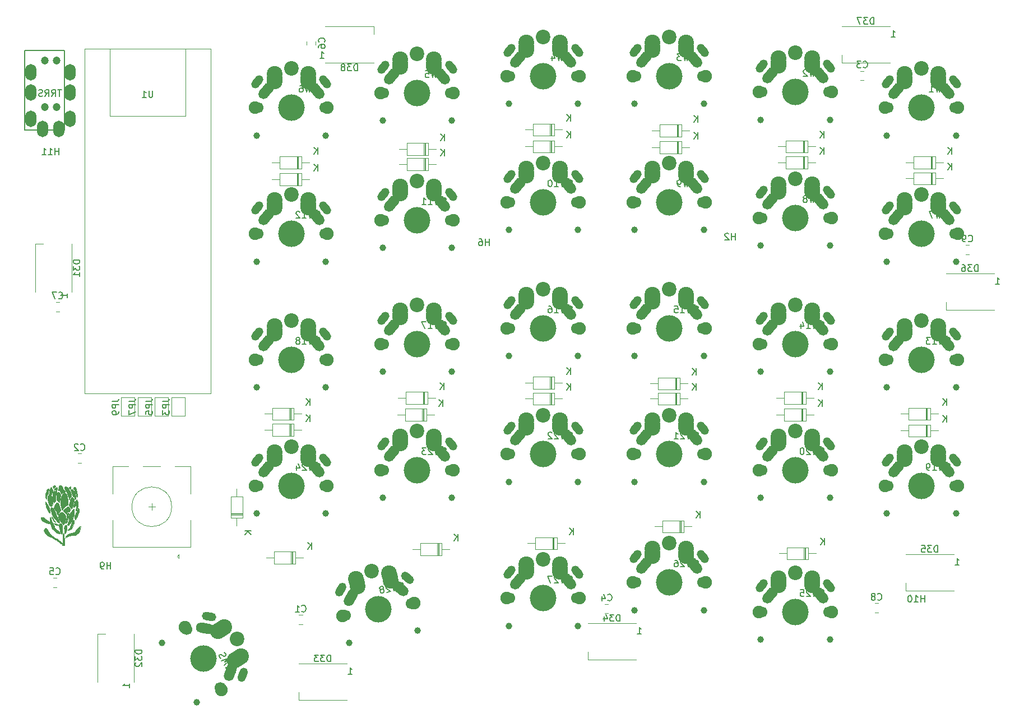
<source format=gbr>
G04 #@! TF.GenerationSoftware,KiCad,Pcbnew,5.99.0-unknown-4920692bcd~125~ubuntu20.04.1*
G04 #@! TF.CreationDate,2021-04-21T16:02:23+01:00*
G04 #@! TF.ProjectId,grandiceps-rev2,6772616e-6469-4636-9570-732d72657632,rev?*
G04 #@! TF.SameCoordinates,Original*
G04 #@! TF.FileFunction,Legend,Bot*
G04 #@! TF.FilePolarity,Positive*
%FSLAX46Y46*%
G04 Gerber Fmt 4.6, Leading zero omitted, Abs format (unit mm)*
G04 Created by KiCad (PCBNEW 5.99.0-unknown-4920692bcd~125~ubuntu20.04.1) date 2021-04-21 16:02:23*
%MOMM*%
%LPD*%
G01*
G04 APERTURE LIST*
G04 Aperture macros list*
%AMHorizOval*
0 Thick line with rounded ends*
0 $1 width*
0 $2 $3 position (X,Y) of the first rounded end (center of the circle)*
0 $4 $5 position (X,Y) of the second rounded end (center of the circle)*
0 Add line between two ends*
20,1,$1,$2,$3,$4,$5,0*
0 Add two circle primitives to create the rounded ends*
1,1,$1,$2,$3*
1,1,$1,$4,$5*%
G04 Aperture macros list end*
%ADD10C,0.150000*%
%ADD11C,0.120000*%
%ADD12C,0.010000*%
%ADD13C,1.000000*%
%ADD14C,1.900000*%
%ADD15C,1.700000*%
%ADD16C,4.000000*%
%ADD17HorizOval,1.250000X-0.305324X-0.363871X0.305324X0.363871X0*%
%ADD18HorizOval,1.550000X-0.401742X0.478778X0.401742X-0.478778X0*%
%ADD19HorizOval,1.250000X-0.305324X0.363871X0.305324X-0.363871X0*%
%ADD20C,2.400000*%
%ADD21HorizOval,1.550000X-0.401742X-0.478778X0.401742X0.478778X0*%
%ADD22C,2.200000*%
%ADD23HorizOval,1.550000X0.213763X0.587308X-0.213763X-0.587308X0*%
%ADD24HorizOval,1.250000X0.162460X0.446354X-0.162460X-0.446354X0*%
%ADD25HorizOval,1.250000X-0.467784X0.082483X0.467784X-0.082483X0*%
%ADD26HorizOval,1.550000X-0.615505X0.108530X0.615505X-0.108530X0*%
%ADD27HorizOval,1.250000X-0.363871X0.305324X0.363871X-0.305324X0*%
%ADD28HorizOval,1.250000X-0.237500X-0.411362X0.237500X0.411362X0*%
%ADD29HorizOval,1.550000X-0.478778X0.401742X0.478778X-0.401742X0*%
%ADD30HorizOval,1.550000X-0.312500X-0.541266X0.312500X0.541266X0*%
%ADD31C,1.200000*%
%ADD32O,1.700000X2.500000*%
G04 APERTURE END LIST*
D10*
X109194904Y-52200180D02*
X109194904Y-53009704D01*
X109147285Y-53104942D01*
X109099666Y-53152561D01*
X109004428Y-53200180D01*
X108813952Y-53200180D01*
X108718714Y-53152561D01*
X108671095Y-53104942D01*
X108623476Y-53009704D01*
X108623476Y-52200180D01*
X107623476Y-53200180D02*
X108194904Y-53200180D01*
X107909190Y-53200180D02*
X107909190Y-52200180D01*
X108004428Y-52343038D01*
X108099666Y-52438276D01*
X108194904Y-52485895D01*
X131715666Y-130838142D02*
X131763285Y-130885761D01*
X131906142Y-130933380D01*
X132001380Y-130933380D01*
X132144238Y-130885761D01*
X132239476Y-130790523D01*
X132287095Y-130695285D01*
X132334714Y-130504809D01*
X132334714Y-130361952D01*
X132287095Y-130171476D01*
X132239476Y-130076238D01*
X132144238Y-129981000D01*
X132001380Y-129933380D01*
X131906142Y-129933380D01*
X131763285Y-129981000D01*
X131715666Y-130028619D01*
X130763285Y-130933380D02*
X131334714Y-130933380D01*
X131049000Y-130933380D02*
X131049000Y-129933380D01*
X131144238Y-130076238D01*
X131239476Y-130171476D01*
X131334714Y-130219095D01*
X98310266Y-106454142D02*
X98357885Y-106501761D01*
X98500742Y-106549380D01*
X98595980Y-106549380D01*
X98738838Y-106501761D01*
X98834076Y-106406523D01*
X98881695Y-106311285D01*
X98929314Y-106120809D01*
X98929314Y-105977952D01*
X98881695Y-105787476D01*
X98834076Y-105692238D01*
X98738838Y-105597000D01*
X98595980Y-105549380D01*
X98500742Y-105549380D01*
X98357885Y-105597000D01*
X98310266Y-105644619D01*
X97929314Y-105644619D02*
X97881695Y-105597000D01*
X97786457Y-105549380D01*
X97548361Y-105549380D01*
X97453123Y-105597000D01*
X97405504Y-105644619D01*
X97357885Y-105739857D01*
X97357885Y-105835095D01*
X97405504Y-105977952D01*
X97976933Y-106549380D01*
X97357885Y-106549380D01*
X177941666Y-129162142D02*
X177989285Y-129209761D01*
X178132142Y-129257380D01*
X178227380Y-129257380D01*
X178370238Y-129209761D01*
X178465476Y-129114523D01*
X178513095Y-129019285D01*
X178560714Y-128828809D01*
X178560714Y-128685952D01*
X178513095Y-128495476D01*
X178465476Y-128400238D01*
X178370238Y-128305000D01*
X178227380Y-128257380D01*
X178132142Y-128257380D01*
X177989285Y-128305000D01*
X177941666Y-128352619D01*
X177084523Y-128590714D02*
X177084523Y-129257380D01*
X177322619Y-128209761D02*
X177560714Y-128924047D01*
X176941666Y-128924047D01*
X135128542Y-44844433D02*
X135176161Y-44796814D01*
X135223780Y-44653957D01*
X135223780Y-44558719D01*
X135176161Y-44415861D01*
X135080923Y-44320623D01*
X134985685Y-44273004D01*
X134795209Y-44225385D01*
X134652352Y-44225385D01*
X134461876Y-44273004D01*
X134366638Y-44320623D01*
X134271400Y-44415861D01*
X134223780Y-44558719D01*
X134223780Y-44653957D01*
X134271400Y-44796814D01*
X134319019Y-44844433D01*
X134223780Y-45701576D02*
X134223780Y-45511100D01*
X134271400Y-45415861D01*
X134319019Y-45368242D01*
X134461876Y-45273004D01*
X134652352Y-45225385D01*
X135033304Y-45225385D01*
X135128542Y-45273004D01*
X135176161Y-45320623D01*
X135223780Y-45415861D01*
X135223780Y-45606338D01*
X135176161Y-45701576D01*
X135128542Y-45749195D01*
X135033304Y-45796814D01*
X134795209Y-45796814D01*
X134699971Y-45749195D01*
X134652352Y-45701576D01*
X134604733Y-45606338D01*
X134604733Y-45415861D01*
X134652352Y-45320623D01*
X134699971Y-45273004D01*
X134795209Y-45225385D01*
X94987166Y-83543142D02*
X95034785Y-83590761D01*
X95177642Y-83638380D01*
X95272880Y-83638380D01*
X95415738Y-83590761D01*
X95510976Y-83495523D01*
X95558595Y-83400285D01*
X95606214Y-83209809D01*
X95606214Y-83066952D01*
X95558595Y-82876476D01*
X95510976Y-82781238D01*
X95415738Y-82686000D01*
X95272880Y-82638380D01*
X95177642Y-82638380D01*
X95034785Y-82686000D01*
X94987166Y-82733619D01*
X94653833Y-82638380D02*
X93987166Y-82638380D01*
X94415738Y-83638380D01*
X218705666Y-129060142D02*
X218753285Y-129107761D01*
X218896142Y-129155380D01*
X218991380Y-129155380D01*
X219134238Y-129107761D01*
X219229476Y-129012523D01*
X219277095Y-128917285D01*
X219324714Y-128726809D01*
X219324714Y-128583952D01*
X219277095Y-128393476D01*
X219229476Y-128298238D01*
X219134238Y-128203000D01*
X218991380Y-128155380D01*
X218896142Y-128155380D01*
X218753285Y-128203000D01*
X218705666Y-128250619D01*
X218134238Y-128583952D02*
X218229476Y-128536333D01*
X218277095Y-128488714D01*
X218324714Y-128393476D01*
X218324714Y-128345857D01*
X218277095Y-128250619D01*
X218229476Y-128203000D01*
X218134238Y-128155380D01*
X217943761Y-128155380D01*
X217848523Y-128203000D01*
X217800904Y-128250619D01*
X217753285Y-128345857D01*
X217753285Y-128393476D01*
X217800904Y-128488714D01*
X217848523Y-128536333D01*
X217943761Y-128583952D01*
X218134238Y-128583952D01*
X218229476Y-128631571D01*
X218277095Y-128679190D01*
X218324714Y-128774428D01*
X218324714Y-128964904D01*
X218277095Y-129060142D01*
X218229476Y-129107761D01*
X218134238Y-129155380D01*
X217943761Y-129155380D01*
X217848523Y-129107761D01*
X217800904Y-129060142D01*
X217753285Y-128964904D01*
X217753285Y-128774428D01*
X217800904Y-128679190D01*
X217848523Y-128631571D01*
X217943761Y-128583952D01*
X229852904Y-61745180D02*
X229852904Y-60745180D01*
X229281476Y-61745180D02*
X229710047Y-61173752D01*
X229281476Y-60745180D02*
X229852904Y-61316609D01*
X210548904Y-59332180D02*
X210548904Y-58332180D01*
X209977476Y-59332180D02*
X210406047Y-58760752D01*
X209977476Y-58332180D02*
X210548904Y-58903609D01*
X191498904Y-56919180D02*
X191498904Y-55919180D01*
X190927476Y-56919180D02*
X191356047Y-56347752D01*
X190927476Y-55919180D02*
X191498904Y-56490609D01*
X172321904Y-56792180D02*
X172321904Y-55792180D01*
X171750476Y-56792180D02*
X172179047Y-56220752D01*
X171750476Y-55792180D02*
X172321904Y-56363609D01*
X153271904Y-59713180D02*
X153271904Y-58713180D01*
X152700476Y-59713180D02*
X153129047Y-59141752D01*
X152700476Y-58713180D02*
X153271904Y-59284609D01*
X155303904Y-120165380D02*
X155303904Y-119165380D01*
X154732476Y-120165380D02*
X155161047Y-119593952D01*
X154732476Y-119165380D02*
X155303904Y-119736809D01*
X133205904Y-121435380D02*
X133205904Y-120435380D01*
X132634476Y-121435380D02*
X133063047Y-120863952D01*
X132634476Y-120435380D02*
X133205904Y-121006809D01*
X124097380Y-118661095D02*
X123097380Y-118661095D01*
X124097380Y-119232523D02*
X123525952Y-118803952D01*
X123097380Y-119232523D02*
X123668809Y-118661095D01*
X98186380Y-77779714D02*
X97186380Y-77779714D01*
X97186380Y-78017809D01*
X97234000Y-78160666D01*
X97329238Y-78255904D01*
X97424476Y-78303523D01*
X97614952Y-78351142D01*
X97757809Y-78351142D01*
X97948285Y-78303523D01*
X98043523Y-78255904D01*
X98138761Y-78160666D01*
X98186380Y-78017809D01*
X98186380Y-77779714D01*
X97186380Y-78684476D02*
X97186380Y-79303523D01*
X97567333Y-78970190D01*
X97567333Y-79113047D01*
X97614952Y-79208285D01*
X97662571Y-79255904D01*
X97757809Y-79303523D01*
X97995904Y-79303523D01*
X98091142Y-79255904D01*
X98138761Y-79208285D01*
X98186380Y-79113047D01*
X98186380Y-78827333D01*
X98138761Y-78732095D01*
X98091142Y-78684476D01*
X98186380Y-80255904D02*
X98186380Y-79684476D01*
X98186380Y-79970190D02*
X97186380Y-79970190D01*
X97329238Y-79874952D01*
X97424476Y-79779714D01*
X97472095Y-79684476D01*
X96286380Y-83429714D02*
X96286380Y-82858285D01*
X96286380Y-83144000D02*
X95286380Y-83144000D01*
X95429238Y-83048761D01*
X95524476Y-82953523D01*
X95572095Y-82858285D01*
X229852904Y-64158180D02*
X229852904Y-63158180D01*
X229281476Y-64158180D02*
X229710047Y-63586752D01*
X229281476Y-63158180D02*
X229852904Y-63729609D01*
X107571680Y-136711614D02*
X106571680Y-136711614D01*
X106571680Y-136949709D01*
X106619300Y-137092566D01*
X106714538Y-137187804D01*
X106809776Y-137235423D01*
X107000252Y-137283042D01*
X107143109Y-137283042D01*
X107333585Y-137235423D01*
X107428823Y-137187804D01*
X107524061Y-137092566D01*
X107571680Y-136949709D01*
X107571680Y-136711614D01*
X106571680Y-137616376D02*
X106571680Y-138235423D01*
X106952633Y-137902090D01*
X106952633Y-138044947D01*
X107000252Y-138140185D01*
X107047871Y-138187804D01*
X107143109Y-138235423D01*
X107381204Y-138235423D01*
X107476442Y-138187804D01*
X107524061Y-138140185D01*
X107571680Y-138044947D01*
X107571680Y-137759233D01*
X107524061Y-137663995D01*
X107476442Y-137616376D01*
X106666919Y-138616376D02*
X106619300Y-138663995D01*
X106571680Y-138759233D01*
X106571680Y-138997328D01*
X106619300Y-139092566D01*
X106666919Y-139140185D01*
X106762157Y-139187804D01*
X106857395Y-139187804D01*
X107000252Y-139140185D01*
X107571680Y-138568757D01*
X107571680Y-139187804D01*
X105671680Y-142361614D02*
X105671680Y-141790185D01*
X105671680Y-142075900D02*
X104671680Y-142075900D01*
X104814538Y-141980661D01*
X104909776Y-141885423D01*
X104957395Y-141790185D01*
X210548904Y-61745180D02*
X210548904Y-60745180D01*
X209977476Y-61745180D02*
X210406047Y-61173752D01*
X209977476Y-60745180D02*
X210548904Y-61316609D01*
X191498904Y-59459180D02*
X191498904Y-58459180D01*
X190927476Y-59459180D02*
X191356047Y-58887752D01*
X190927476Y-58459180D02*
X191498904Y-59030609D01*
X172321904Y-59332180D02*
X172321904Y-58332180D01*
X171750476Y-59332180D02*
X172179047Y-58760752D01*
X171750476Y-58332180D02*
X172321904Y-58903609D01*
X153271904Y-61999180D02*
X153271904Y-60999180D01*
X152700476Y-61999180D02*
X153129047Y-61427752D01*
X152700476Y-60999180D02*
X153271904Y-61570609D01*
X134094904Y-64285180D02*
X134094904Y-63285180D01*
X133523476Y-64285180D02*
X133952047Y-63713752D01*
X133523476Y-63285180D02*
X134094904Y-63856609D01*
X229090904Y-99718380D02*
X229090904Y-98718380D01*
X228519476Y-99718380D02*
X228948047Y-99146952D01*
X228519476Y-98718380D02*
X229090904Y-99289809D01*
X210294904Y-97305180D02*
X210294904Y-96305180D01*
X209723476Y-97305180D02*
X210152047Y-96733752D01*
X209723476Y-96305180D02*
X210294904Y-96876609D01*
X191244904Y-95146180D02*
X191244904Y-94146180D01*
X190673476Y-95146180D02*
X191102047Y-94574752D01*
X190673476Y-94146180D02*
X191244904Y-94717609D01*
X172321904Y-95019180D02*
X172321904Y-94019180D01*
X171750476Y-95019180D02*
X172179047Y-94447752D01*
X171750476Y-94019180D02*
X172321904Y-94590609D01*
X153144904Y-97305180D02*
X153144904Y-96305180D01*
X152573476Y-97305180D02*
X153002047Y-96733752D01*
X152573476Y-96305180D02*
X153144904Y-96876609D01*
X132951904Y-99718380D02*
X132951904Y-98718380D01*
X132380476Y-99718380D02*
X132809047Y-99146952D01*
X132380476Y-98718380D02*
X132951904Y-99289809D01*
X136089385Y-138437480D02*
X136089385Y-137437480D01*
X135851290Y-137437480D01*
X135708433Y-137485100D01*
X135613195Y-137580338D01*
X135565576Y-137675576D01*
X135517957Y-137866052D01*
X135517957Y-138008909D01*
X135565576Y-138199385D01*
X135613195Y-138294623D01*
X135708433Y-138389861D01*
X135851290Y-138437480D01*
X136089385Y-138437480D01*
X135184623Y-137437480D02*
X134565576Y-137437480D01*
X134898909Y-137818433D01*
X134756052Y-137818433D01*
X134660814Y-137866052D01*
X134613195Y-137913671D01*
X134565576Y-138008909D01*
X134565576Y-138247004D01*
X134613195Y-138342242D01*
X134660814Y-138389861D01*
X134756052Y-138437480D01*
X135041766Y-138437480D01*
X135137004Y-138389861D01*
X135184623Y-138342242D01*
X134232242Y-137437480D02*
X133613195Y-137437480D01*
X133946528Y-137818433D01*
X133803671Y-137818433D01*
X133708433Y-137866052D01*
X133660814Y-137913671D01*
X133613195Y-138008909D01*
X133613195Y-138247004D01*
X133660814Y-138342242D01*
X133708433Y-138389861D01*
X133803671Y-138437480D01*
X134089385Y-138437480D01*
X134184623Y-138389861D01*
X134232242Y-138342242D01*
X138739385Y-140337480D02*
X139310814Y-140337480D01*
X139025100Y-140337480D02*
X139025100Y-139337480D01*
X139120338Y-139480338D01*
X139215576Y-139575576D01*
X139310814Y-139623195D01*
X179777585Y-132341980D02*
X179777585Y-131341980D01*
X179539490Y-131341980D01*
X179396633Y-131389600D01*
X179301395Y-131484838D01*
X179253776Y-131580076D01*
X179206157Y-131770552D01*
X179206157Y-131913409D01*
X179253776Y-132103885D01*
X179301395Y-132199123D01*
X179396633Y-132294361D01*
X179539490Y-132341980D01*
X179777585Y-132341980D01*
X178872823Y-131341980D02*
X178253776Y-131341980D01*
X178587109Y-131722933D01*
X178444252Y-131722933D01*
X178349014Y-131770552D01*
X178301395Y-131818171D01*
X178253776Y-131913409D01*
X178253776Y-132151504D01*
X178301395Y-132246742D01*
X178349014Y-132294361D01*
X178444252Y-132341980D01*
X178729966Y-132341980D01*
X178825204Y-132294361D01*
X178872823Y-132246742D01*
X177396633Y-131675314D02*
X177396633Y-132341980D01*
X177634728Y-131294361D02*
X177872823Y-132008647D01*
X177253776Y-132008647D01*
X182427585Y-134241980D02*
X182999014Y-134241980D01*
X182713300Y-134241980D02*
X182713300Y-133241980D01*
X182808538Y-133384838D01*
X182903776Y-133480076D01*
X182999014Y-133527695D01*
X229090904Y-102258380D02*
X229090904Y-101258380D01*
X228519476Y-102258380D02*
X228948047Y-101686952D01*
X228519476Y-101258380D02*
X229090904Y-101829809D01*
X210294904Y-99845380D02*
X210294904Y-98845380D01*
X209723476Y-99845380D02*
X210152047Y-99273952D01*
X209723476Y-98845380D02*
X210294904Y-99416809D01*
X191244904Y-97432180D02*
X191244904Y-96432180D01*
X190673476Y-97432180D02*
X191102047Y-96860752D01*
X190673476Y-96432180D02*
X191244904Y-97003609D01*
X172321904Y-97432180D02*
X172321904Y-96432180D01*
X171750476Y-97432180D02*
X172179047Y-96860752D01*
X171750476Y-96432180D02*
X172321904Y-97003609D01*
X153017904Y-99845380D02*
X153017904Y-98845380D01*
X152446476Y-99845380D02*
X152875047Y-99273952D01*
X152446476Y-98845380D02*
X153017904Y-99416809D01*
X132951904Y-102131380D02*
X132951904Y-101131380D01*
X132380476Y-102131380D02*
X132809047Y-101559952D01*
X132380476Y-101131380D02*
X132951904Y-101702809D01*
X210675904Y-120800380D02*
X210675904Y-119800380D01*
X210104476Y-120800380D02*
X210533047Y-120228952D01*
X210104476Y-119800380D02*
X210675904Y-120371809D01*
X191879904Y-116736380D02*
X191879904Y-115736380D01*
X191308476Y-116736380D02*
X191737047Y-116164952D01*
X191308476Y-115736380D02*
X191879904Y-116307809D01*
X172702904Y-119276380D02*
X172702904Y-118276380D01*
X172131476Y-119276380D02*
X172560047Y-118704952D01*
X172131476Y-118276380D02*
X172702904Y-118847809D01*
X218129885Y-42165280D02*
X218129885Y-41165280D01*
X217891790Y-41165280D01*
X217748933Y-41212900D01*
X217653695Y-41308138D01*
X217606076Y-41403376D01*
X217558457Y-41593852D01*
X217558457Y-41736709D01*
X217606076Y-41927185D01*
X217653695Y-42022423D01*
X217748933Y-42117661D01*
X217891790Y-42165280D01*
X218129885Y-42165280D01*
X217225123Y-41165280D02*
X216606076Y-41165280D01*
X216939409Y-41546233D01*
X216796552Y-41546233D01*
X216701314Y-41593852D01*
X216653695Y-41641471D01*
X216606076Y-41736709D01*
X216606076Y-41974804D01*
X216653695Y-42070042D01*
X216701314Y-42117661D01*
X216796552Y-42165280D01*
X217082266Y-42165280D01*
X217177504Y-42117661D01*
X217225123Y-42070042D01*
X216272742Y-41165280D02*
X215606076Y-41165280D01*
X216034647Y-42165280D01*
X220779885Y-44065280D02*
X221351314Y-44065280D01*
X221065600Y-44065280D02*
X221065600Y-43065280D01*
X221160838Y-43208138D01*
X221256076Y-43303376D01*
X221351314Y-43350995D01*
X140128085Y-49183380D02*
X140128085Y-48183380D01*
X139889990Y-48183380D01*
X139747133Y-48231000D01*
X139651895Y-48326238D01*
X139604276Y-48421476D01*
X139556657Y-48611952D01*
X139556657Y-48754809D01*
X139604276Y-48945285D01*
X139651895Y-49040523D01*
X139747133Y-49135761D01*
X139889990Y-49183380D01*
X140128085Y-49183380D01*
X139223323Y-48183380D02*
X138604276Y-48183380D01*
X138937609Y-48564333D01*
X138794752Y-48564333D01*
X138699514Y-48611952D01*
X138651895Y-48659571D01*
X138604276Y-48754809D01*
X138604276Y-48992904D01*
X138651895Y-49088142D01*
X138699514Y-49135761D01*
X138794752Y-49183380D01*
X139080466Y-49183380D01*
X139175704Y-49135761D01*
X139223323Y-49088142D01*
X138032847Y-48611952D02*
X138128085Y-48564333D01*
X138175704Y-48516714D01*
X138223323Y-48421476D01*
X138223323Y-48373857D01*
X138175704Y-48278619D01*
X138128085Y-48231000D01*
X138032847Y-48183380D01*
X137842371Y-48183380D01*
X137747133Y-48231000D01*
X137699514Y-48278619D01*
X137651895Y-48373857D01*
X137651895Y-48421476D01*
X137699514Y-48516714D01*
X137747133Y-48564333D01*
X137842371Y-48611952D01*
X138032847Y-48611952D01*
X138128085Y-48659571D01*
X138175704Y-48707190D01*
X138223323Y-48802428D01*
X138223323Y-48992904D01*
X138175704Y-49088142D01*
X138128085Y-49135761D01*
X138032847Y-49183380D01*
X137842371Y-49183380D01*
X137747133Y-49135761D01*
X137699514Y-49088142D01*
X137651895Y-48992904D01*
X137651895Y-48802428D01*
X137699514Y-48707190D01*
X137747133Y-48659571D01*
X137842371Y-48611952D01*
X134478085Y-47283380D02*
X135049514Y-47283380D01*
X134763800Y-47283380D02*
X134763800Y-46283380D01*
X134859038Y-46426238D01*
X134954276Y-46521476D01*
X135049514Y-46569095D01*
X197205904Y-74738380D02*
X197205904Y-73738380D01*
X197205904Y-74214571D02*
X196634476Y-74214571D01*
X196634476Y-74738380D02*
X196634476Y-73738380D01*
X196205904Y-73833619D02*
X196158285Y-73786000D01*
X196063047Y-73738380D01*
X195824952Y-73738380D01*
X195729714Y-73786000D01*
X195682095Y-73833619D01*
X195634476Y-73928857D01*
X195634476Y-74024095D01*
X195682095Y-74166952D01*
X196253523Y-74738380D01*
X195634476Y-74738380D01*
X102844904Y-124446380D02*
X102844904Y-123446380D01*
X102844904Y-123922571D02*
X102273476Y-123922571D01*
X102273476Y-124446380D02*
X102273476Y-123446380D01*
X101749666Y-124446380D02*
X101559190Y-124446380D01*
X101463952Y-124398761D01*
X101416333Y-124351142D01*
X101321095Y-124208285D01*
X101273476Y-124017809D01*
X101273476Y-123636857D01*
X101321095Y-123541619D01*
X101368714Y-123494000D01*
X101463952Y-123446380D01*
X101654428Y-123446380D01*
X101749666Y-123494000D01*
X101797285Y-123541619D01*
X101844904Y-123636857D01*
X101844904Y-123874952D01*
X101797285Y-123970190D01*
X101749666Y-124017809D01*
X101654428Y-124065428D01*
X101463952Y-124065428D01*
X101368714Y-124017809D01*
X101321095Y-123970190D01*
X101273476Y-123874952D01*
X225799095Y-129450380D02*
X225799095Y-128450380D01*
X225799095Y-128926571D02*
X225227666Y-128926571D01*
X225227666Y-129450380D02*
X225227666Y-128450380D01*
X224227666Y-129450380D02*
X224799095Y-129450380D01*
X224513380Y-129450380D02*
X224513380Y-128450380D01*
X224608619Y-128593238D01*
X224703857Y-128688476D01*
X224799095Y-128736095D01*
X223608619Y-128450380D02*
X223513380Y-128450380D01*
X223418142Y-128498000D01*
X223370523Y-128545619D01*
X223322904Y-128640857D01*
X223275285Y-128831333D01*
X223275285Y-129069428D01*
X223322904Y-129259904D01*
X223370523Y-129355142D01*
X223418142Y-129402761D01*
X223513380Y-129450380D01*
X223608619Y-129450380D01*
X223703857Y-129402761D01*
X223751476Y-129355142D01*
X223799095Y-129259904D01*
X223846714Y-129069428D01*
X223846714Y-128831333D01*
X223799095Y-128640857D01*
X223751476Y-128545619D01*
X223703857Y-128498000D01*
X223608619Y-128450380D01*
X160019904Y-75601980D02*
X160019904Y-74601980D01*
X160019904Y-75078171D02*
X159448476Y-75078171D01*
X159448476Y-75601980D02*
X159448476Y-74601980D01*
X158543714Y-74601980D02*
X158734190Y-74601980D01*
X158829428Y-74649600D01*
X158877047Y-74697219D01*
X158972285Y-74840076D01*
X159019904Y-75030552D01*
X159019904Y-75411504D01*
X158972285Y-75506742D01*
X158924666Y-75554361D01*
X158829428Y-75601980D01*
X158638952Y-75601980D01*
X158543714Y-75554361D01*
X158496095Y-75506742D01*
X158448476Y-75411504D01*
X158448476Y-75173409D01*
X158496095Y-75078171D01*
X158543714Y-75030552D01*
X158638952Y-74982933D01*
X158829428Y-74982933D01*
X158924666Y-75030552D01*
X158972285Y-75078171D01*
X159019904Y-75173409D01*
X95014695Y-61860580D02*
X95014695Y-60860580D01*
X95014695Y-61336771D02*
X94443266Y-61336771D01*
X94443266Y-61860580D02*
X94443266Y-60860580D01*
X93443266Y-61860580D02*
X94014695Y-61860580D01*
X93728980Y-61860580D02*
X93728980Y-60860580D01*
X93824219Y-61003438D01*
X93919457Y-61098676D01*
X94014695Y-61146295D01*
X92490885Y-61860580D02*
X93062314Y-61860580D01*
X92776600Y-61860580D02*
X92776600Y-60860580D01*
X92871838Y-61003438D01*
X92967076Y-61098676D01*
X93062314Y-61146295D01*
X94576166Y-125199142D02*
X94623785Y-125246761D01*
X94766642Y-125294380D01*
X94861880Y-125294380D01*
X95004738Y-125246761D01*
X95099976Y-125151523D01*
X95147595Y-125056285D01*
X95195214Y-124865809D01*
X95195214Y-124722952D01*
X95147595Y-124532476D01*
X95099976Y-124437238D01*
X95004738Y-124342000D01*
X94861880Y-124294380D01*
X94766642Y-124294380D01*
X94623785Y-124342000D01*
X94576166Y-124389619D01*
X93671404Y-124294380D02*
X94147595Y-124294380D01*
X94195214Y-124770571D01*
X94147595Y-124722952D01*
X94052357Y-124675333D01*
X93814261Y-124675333D01*
X93719023Y-124722952D01*
X93671404Y-124770571D01*
X93623785Y-124865809D01*
X93623785Y-125103904D01*
X93671404Y-125199142D01*
X93719023Y-125246761D01*
X93814261Y-125294380D01*
X94052357Y-125294380D01*
X94147595Y-125246761D01*
X94195214Y-125199142D01*
X233868485Y-79503780D02*
X233868485Y-78503780D01*
X233630390Y-78503780D01*
X233487533Y-78551400D01*
X233392295Y-78646638D01*
X233344676Y-78741876D01*
X233297057Y-78932352D01*
X233297057Y-79075209D01*
X233344676Y-79265685D01*
X233392295Y-79360923D01*
X233487533Y-79456161D01*
X233630390Y-79503780D01*
X233868485Y-79503780D01*
X232963723Y-78503780D02*
X232344676Y-78503780D01*
X232678009Y-78884733D01*
X232535152Y-78884733D01*
X232439914Y-78932352D01*
X232392295Y-78979971D01*
X232344676Y-79075209D01*
X232344676Y-79313304D01*
X232392295Y-79408542D01*
X232439914Y-79456161D01*
X232535152Y-79503780D01*
X232820866Y-79503780D01*
X232916104Y-79456161D01*
X232963723Y-79408542D01*
X231487533Y-78503780D02*
X231678009Y-78503780D01*
X231773247Y-78551400D01*
X231820866Y-78599019D01*
X231916104Y-78741876D01*
X231963723Y-78932352D01*
X231963723Y-79313304D01*
X231916104Y-79408542D01*
X231868485Y-79456161D01*
X231773247Y-79503780D01*
X231582771Y-79503780D01*
X231487533Y-79456161D01*
X231439914Y-79408542D01*
X231392295Y-79313304D01*
X231392295Y-79075209D01*
X231439914Y-78979971D01*
X231487533Y-78932352D01*
X231582771Y-78884733D01*
X231773247Y-78884733D01*
X231868485Y-78932352D01*
X231916104Y-78979971D01*
X231963723Y-79075209D01*
X236518485Y-81403780D02*
X237089914Y-81403780D01*
X236804200Y-81403780D02*
X236804200Y-80403780D01*
X236899438Y-80546638D01*
X236994676Y-80641876D01*
X237089914Y-80689495D01*
X229186333Y-71408561D02*
X229043476Y-71456180D01*
X228805380Y-71456180D01*
X228710142Y-71408561D01*
X228662523Y-71360942D01*
X228614904Y-71265704D01*
X228614904Y-71170466D01*
X228662523Y-71075228D01*
X228710142Y-71027609D01*
X228805380Y-70979990D01*
X228995857Y-70932371D01*
X229091095Y-70884752D01*
X229138714Y-70837133D01*
X229186333Y-70741895D01*
X229186333Y-70646657D01*
X229138714Y-70551419D01*
X229091095Y-70503800D01*
X228995857Y-70456180D01*
X228757761Y-70456180D01*
X228614904Y-70503800D01*
X228281571Y-70456180D02*
X228043476Y-71456180D01*
X227853000Y-70741895D01*
X227662523Y-71456180D01*
X227424428Y-70456180D01*
X227138714Y-70456180D02*
X226472047Y-70456180D01*
X226900619Y-71456180D01*
X210146333Y-49988561D02*
X210003476Y-50036180D01*
X209765380Y-50036180D01*
X209670142Y-49988561D01*
X209622523Y-49940942D01*
X209574904Y-49845704D01*
X209574904Y-49750466D01*
X209622523Y-49655228D01*
X209670142Y-49607609D01*
X209765380Y-49559990D01*
X209955857Y-49512371D01*
X210051095Y-49464752D01*
X210098714Y-49417133D01*
X210146333Y-49321895D01*
X210146333Y-49226657D01*
X210098714Y-49131419D01*
X210051095Y-49083800D01*
X209955857Y-49036180D01*
X209717761Y-49036180D01*
X209574904Y-49083800D01*
X209241571Y-49036180D02*
X209003476Y-50036180D01*
X208813000Y-49321895D01*
X208622523Y-50036180D01*
X208384428Y-49036180D01*
X208051095Y-49131419D02*
X208003476Y-49083800D01*
X207908238Y-49036180D01*
X207670142Y-49036180D01*
X207574904Y-49083800D01*
X207527285Y-49131419D01*
X207479666Y-49226657D01*
X207479666Y-49321895D01*
X207527285Y-49464752D01*
X208098714Y-50036180D01*
X207479666Y-50036180D01*
X153502523Y-107108761D02*
X153359666Y-107156380D01*
X153121571Y-107156380D01*
X153026333Y-107108761D01*
X152978714Y-107061142D01*
X152931095Y-106965904D01*
X152931095Y-106870666D01*
X152978714Y-106775428D01*
X153026333Y-106727809D01*
X153121571Y-106680190D01*
X153312047Y-106632571D01*
X153407285Y-106584952D01*
X153454904Y-106537333D01*
X153502523Y-106442095D01*
X153502523Y-106346857D01*
X153454904Y-106251619D01*
X153407285Y-106204000D01*
X153312047Y-106156380D01*
X153073952Y-106156380D01*
X152931095Y-106204000D01*
X152597761Y-106156380D02*
X152359666Y-107156380D01*
X152169190Y-106442095D01*
X151978714Y-107156380D01*
X151740619Y-106156380D01*
X151407285Y-106251619D02*
X151359666Y-106204000D01*
X151264428Y-106156380D01*
X151026333Y-106156380D01*
X150931095Y-106204000D01*
X150883476Y-106251619D01*
X150835857Y-106346857D01*
X150835857Y-106442095D01*
X150883476Y-106584952D01*
X151454904Y-107156380D01*
X150835857Y-107156380D01*
X150502523Y-106156380D02*
X149883476Y-106156380D01*
X150216809Y-106537333D01*
X150073952Y-106537333D01*
X149978714Y-106584952D01*
X149931095Y-106632571D01*
X149883476Y-106727809D01*
X149883476Y-106965904D01*
X149931095Y-107061142D01*
X149978714Y-107108761D01*
X150073952Y-107156380D01*
X150359666Y-107156380D01*
X150454904Y-107108761D01*
X150502523Y-107061142D01*
X134462523Y-109488761D02*
X134319666Y-109536380D01*
X134081571Y-109536380D01*
X133986333Y-109488761D01*
X133938714Y-109441142D01*
X133891095Y-109345904D01*
X133891095Y-109250666D01*
X133938714Y-109155428D01*
X133986333Y-109107809D01*
X134081571Y-109060190D01*
X134272047Y-109012571D01*
X134367285Y-108964952D01*
X134414904Y-108917333D01*
X134462523Y-108822095D01*
X134462523Y-108726857D01*
X134414904Y-108631619D01*
X134367285Y-108584000D01*
X134272047Y-108536380D01*
X134033952Y-108536380D01*
X133891095Y-108584000D01*
X133557761Y-108536380D02*
X133319666Y-109536380D01*
X133129190Y-108822095D01*
X132938714Y-109536380D01*
X132700619Y-108536380D01*
X132367285Y-108631619D02*
X132319666Y-108584000D01*
X132224428Y-108536380D01*
X131986333Y-108536380D01*
X131891095Y-108584000D01*
X131843476Y-108631619D01*
X131795857Y-108726857D01*
X131795857Y-108822095D01*
X131843476Y-108964952D01*
X132414904Y-109536380D01*
X131795857Y-109536380D01*
X130938714Y-108869714D02*
X130938714Y-109536380D01*
X131176809Y-108488761D02*
X131414904Y-109203047D01*
X130795857Y-109203047D01*
X172542523Y-104728761D02*
X172399666Y-104776380D01*
X172161571Y-104776380D01*
X172066333Y-104728761D01*
X172018714Y-104681142D01*
X171971095Y-104585904D01*
X171971095Y-104490666D01*
X172018714Y-104395428D01*
X172066333Y-104347809D01*
X172161571Y-104300190D01*
X172352047Y-104252571D01*
X172447285Y-104204952D01*
X172494904Y-104157333D01*
X172542523Y-104062095D01*
X172542523Y-103966857D01*
X172494904Y-103871619D01*
X172447285Y-103824000D01*
X172352047Y-103776380D01*
X172113952Y-103776380D01*
X171971095Y-103824000D01*
X171637761Y-103776380D02*
X171399666Y-104776380D01*
X171209190Y-104062095D01*
X171018714Y-104776380D01*
X170780619Y-103776380D01*
X170447285Y-103871619D02*
X170399666Y-103824000D01*
X170304428Y-103776380D01*
X170066333Y-103776380D01*
X169971095Y-103824000D01*
X169923476Y-103871619D01*
X169875857Y-103966857D01*
X169875857Y-104062095D01*
X169923476Y-104204952D01*
X170494904Y-104776380D01*
X169875857Y-104776380D01*
X169494904Y-103871619D02*
X169447285Y-103824000D01*
X169352047Y-103776380D01*
X169113952Y-103776380D01*
X169018714Y-103824000D01*
X168971095Y-103871619D01*
X168923476Y-103966857D01*
X168923476Y-104062095D01*
X168971095Y-104204952D01*
X169542523Y-104776380D01*
X168923476Y-104776380D01*
X133986333Y-52368561D02*
X133843476Y-52416180D01*
X133605380Y-52416180D01*
X133510142Y-52368561D01*
X133462523Y-52320942D01*
X133414904Y-52225704D01*
X133414904Y-52130466D01*
X133462523Y-52035228D01*
X133510142Y-51987609D01*
X133605380Y-51939990D01*
X133795857Y-51892371D01*
X133891095Y-51844752D01*
X133938714Y-51797133D01*
X133986333Y-51701895D01*
X133986333Y-51606657D01*
X133938714Y-51511419D01*
X133891095Y-51463800D01*
X133795857Y-51416180D01*
X133557761Y-51416180D01*
X133414904Y-51463800D01*
X133081571Y-51416180D02*
X132843476Y-52416180D01*
X132653000Y-51701895D01*
X132462523Y-52416180D01*
X132224428Y-51416180D01*
X131414904Y-51416180D02*
X131605380Y-51416180D01*
X131700619Y-51463800D01*
X131748238Y-51511419D01*
X131843476Y-51654276D01*
X131891095Y-51844752D01*
X131891095Y-52225704D01*
X131843476Y-52320942D01*
X131795857Y-52368561D01*
X131700619Y-52416180D01*
X131510142Y-52416180D01*
X131414904Y-52368561D01*
X131367285Y-52320942D01*
X131319666Y-52225704D01*
X131319666Y-51987609D01*
X131367285Y-51892371D01*
X131414904Y-51844752D01*
X131510142Y-51797133D01*
X131700619Y-51797133D01*
X131795857Y-51844752D01*
X131843476Y-51892371D01*
X131891095Y-51987609D01*
X210622523Y-128528761D02*
X210479666Y-128576380D01*
X210241571Y-128576380D01*
X210146333Y-128528761D01*
X210098714Y-128481142D01*
X210051095Y-128385904D01*
X210051095Y-128290666D01*
X210098714Y-128195428D01*
X210146333Y-128147809D01*
X210241571Y-128100190D01*
X210432047Y-128052571D01*
X210527285Y-128004952D01*
X210574904Y-127957333D01*
X210622523Y-127862095D01*
X210622523Y-127766857D01*
X210574904Y-127671619D01*
X210527285Y-127624000D01*
X210432047Y-127576380D01*
X210193952Y-127576380D01*
X210051095Y-127624000D01*
X209717761Y-127576380D02*
X209479666Y-128576380D01*
X209289190Y-127862095D01*
X209098714Y-128576380D01*
X208860619Y-127576380D01*
X208527285Y-127671619D02*
X208479666Y-127624000D01*
X208384428Y-127576380D01*
X208146333Y-127576380D01*
X208051095Y-127624000D01*
X208003476Y-127671619D01*
X207955857Y-127766857D01*
X207955857Y-127862095D01*
X208003476Y-128004952D01*
X208574904Y-128576380D01*
X207955857Y-128576380D01*
X207051095Y-127576380D02*
X207527285Y-127576380D01*
X207574904Y-128052571D01*
X207527285Y-128004952D01*
X207432047Y-127957333D01*
X207193952Y-127957333D01*
X207098714Y-128004952D01*
X207051095Y-128052571D01*
X207003476Y-128147809D01*
X207003476Y-128385904D01*
X207051095Y-128481142D01*
X207098714Y-128528761D01*
X207193952Y-128576380D01*
X207432047Y-128576380D01*
X207527285Y-128528761D01*
X207574904Y-128481142D01*
X153026333Y-50148561D02*
X152883476Y-50196180D01*
X152645380Y-50196180D01*
X152550142Y-50148561D01*
X152502523Y-50100942D01*
X152454904Y-50005704D01*
X152454904Y-49910466D01*
X152502523Y-49815228D01*
X152550142Y-49767609D01*
X152645380Y-49719990D01*
X152835857Y-49672371D01*
X152931095Y-49624752D01*
X152978714Y-49577133D01*
X153026333Y-49481895D01*
X153026333Y-49386657D01*
X152978714Y-49291419D01*
X152931095Y-49243800D01*
X152835857Y-49196180D01*
X152597761Y-49196180D01*
X152454904Y-49243800D01*
X152121571Y-49196180D02*
X151883476Y-50196180D01*
X151693000Y-49481895D01*
X151502523Y-50196180D01*
X151264428Y-49196180D01*
X150407285Y-49196180D02*
X150883476Y-49196180D01*
X150931095Y-49672371D01*
X150883476Y-49624752D01*
X150788238Y-49577133D01*
X150550142Y-49577133D01*
X150454904Y-49624752D01*
X150407285Y-49672371D01*
X150359666Y-49767609D01*
X150359666Y-50005704D01*
X150407285Y-50100942D01*
X150454904Y-50148561D01*
X150550142Y-50196180D01*
X150788238Y-50196180D01*
X150883476Y-50148561D01*
X150931095Y-50100942D01*
X191582523Y-104728761D02*
X191439666Y-104776380D01*
X191201571Y-104776380D01*
X191106333Y-104728761D01*
X191058714Y-104681142D01*
X191011095Y-104585904D01*
X191011095Y-104490666D01*
X191058714Y-104395428D01*
X191106333Y-104347809D01*
X191201571Y-104300190D01*
X191392047Y-104252571D01*
X191487285Y-104204952D01*
X191534904Y-104157333D01*
X191582523Y-104062095D01*
X191582523Y-103966857D01*
X191534904Y-103871619D01*
X191487285Y-103824000D01*
X191392047Y-103776380D01*
X191153952Y-103776380D01*
X191011095Y-103824000D01*
X190677761Y-103776380D02*
X190439666Y-104776380D01*
X190249190Y-104062095D01*
X190058714Y-104776380D01*
X189820619Y-103776380D01*
X189487285Y-103871619D02*
X189439666Y-103824000D01*
X189344428Y-103776380D01*
X189106333Y-103776380D01*
X189011095Y-103824000D01*
X188963476Y-103871619D01*
X188915857Y-103966857D01*
X188915857Y-104062095D01*
X188963476Y-104204952D01*
X189534904Y-104776380D01*
X188915857Y-104776380D01*
X187963476Y-104776380D02*
X188534904Y-104776380D01*
X188249190Y-104776380D02*
X188249190Y-103776380D01*
X188344428Y-103919238D01*
X188439666Y-104014476D01*
X188534904Y-104062095D01*
X134462523Y-71408561D02*
X134319666Y-71456180D01*
X134081571Y-71456180D01*
X133986333Y-71408561D01*
X133938714Y-71360942D01*
X133891095Y-71265704D01*
X133891095Y-71170466D01*
X133938714Y-71075228D01*
X133986333Y-71027609D01*
X134081571Y-70979990D01*
X134272047Y-70932371D01*
X134367285Y-70884752D01*
X134414904Y-70837133D01*
X134462523Y-70741895D01*
X134462523Y-70646657D01*
X134414904Y-70551419D01*
X134367285Y-70503800D01*
X134272047Y-70456180D01*
X134033952Y-70456180D01*
X133891095Y-70503800D01*
X133557761Y-70456180D02*
X133319666Y-71456180D01*
X133129190Y-70741895D01*
X132938714Y-71456180D01*
X132700619Y-70456180D01*
X131795857Y-71456180D02*
X132367285Y-71456180D01*
X132081571Y-71456180D02*
X132081571Y-70456180D01*
X132176809Y-70599038D01*
X132272047Y-70694276D01*
X132367285Y-70741895D01*
X131414904Y-70551419D02*
X131367285Y-70503800D01*
X131272047Y-70456180D01*
X131033952Y-70456180D01*
X130938714Y-70503800D01*
X130891095Y-70551419D01*
X130843476Y-70646657D01*
X130843476Y-70741895D01*
X130891095Y-70884752D01*
X131462523Y-71456180D01*
X130843476Y-71456180D01*
X172542523Y-126468761D02*
X172399666Y-126516380D01*
X172161571Y-126516380D01*
X172066333Y-126468761D01*
X172018714Y-126421142D01*
X171971095Y-126325904D01*
X171971095Y-126230666D01*
X172018714Y-126135428D01*
X172066333Y-126087809D01*
X172161571Y-126040190D01*
X172352047Y-125992571D01*
X172447285Y-125944952D01*
X172494904Y-125897333D01*
X172542523Y-125802095D01*
X172542523Y-125706857D01*
X172494904Y-125611619D01*
X172447285Y-125564000D01*
X172352047Y-125516380D01*
X172113952Y-125516380D01*
X171971095Y-125564000D01*
X171637761Y-125516380D02*
X171399666Y-126516380D01*
X171209190Y-125802095D01*
X171018714Y-126516380D01*
X170780619Y-125516380D01*
X170447285Y-125611619D02*
X170399666Y-125564000D01*
X170304428Y-125516380D01*
X170066333Y-125516380D01*
X169971095Y-125564000D01*
X169923476Y-125611619D01*
X169875857Y-125706857D01*
X169875857Y-125802095D01*
X169923476Y-125944952D01*
X170494904Y-126516380D01*
X169875857Y-126516380D01*
X169542523Y-125516380D02*
X168875857Y-125516380D01*
X169304428Y-126516380D01*
X119975447Y-137031230D02*
X120088115Y-137131138D01*
X120207162Y-137337335D01*
X120213542Y-137443623D01*
X120196112Y-137508672D01*
X120137443Y-137597530D01*
X120054964Y-137645149D01*
X119948676Y-137651529D01*
X119883627Y-137634099D01*
X119794769Y-137575430D01*
X119658292Y-137434282D01*
X119569433Y-137375613D01*
X119504385Y-137358184D01*
X119398096Y-137364563D01*
X119315618Y-137412182D01*
X119256949Y-137501041D01*
X119239519Y-137566090D01*
X119245899Y-137672378D01*
X119364946Y-137878574D01*
X119477614Y-137978483D01*
X119603042Y-138290967D02*
X120588115Y-137997164D01*
X120064763Y-138519264D01*
X120778591Y-138327078D01*
X120031613Y-139033275D01*
X120280758Y-139274331D02*
X120263328Y-139339380D01*
X120269708Y-139445668D01*
X120388756Y-139651864D01*
X120477614Y-139710533D01*
X120542663Y-139727963D01*
X120648951Y-139721583D01*
X120731430Y-139673964D01*
X120831338Y-139561296D01*
X121040496Y-138780711D01*
X121350019Y-139316822D01*
X121588115Y-139729215D02*
X121683353Y-139894172D01*
X121689732Y-140000460D01*
X121672303Y-140065509D01*
X121596204Y-140219416D01*
X121455056Y-140355893D01*
X121125142Y-140546370D01*
X121018853Y-140552749D01*
X120953805Y-140535319D01*
X120864946Y-140476650D01*
X120769708Y-140311693D01*
X120763328Y-140205405D01*
X120780758Y-140140356D01*
X120839427Y-140051498D01*
X121045624Y-139932450D01*
X121151912Y-139926070D01*
X121216961Y-139943500D01*
X121305819Y-140002169D01*
X121401057Y-140167127D01*
X121407437Y-140273415D01*
X121390007Y-140338464D01*
X121331338Y-140427322D01*
X147175558Y-127447773D02*
X147043140Y-127519475D01*
X146808662Y-127560820D01*
X146706602Y-127530462D01*
X146651437Y-127491836D01*
X146588004Y-127406313D01*
X146571466Y-127312522D01*
X146601823Y-127210462D01*
X146640450Y-127155297D01*
X146725972Y-127091864D01*
X146905286Y-127011892D01*
X146990808Y-126948459D01*
X147029435Y-126893294D01*
X147059792Y-126791234D01*
X147043254Y-126697443D01*
X146979821Y-126611921D01*
X146924656Y-126573294D01*
X146822596Y-126542936D01*
X146588118Y-126584281D01*
X146455700Y-126655984D01*
X146119162Y-126666971D02*
X146058332Y-127693123D01*
X145746715Y-127022765D01*
X145683167Y-127759275D01*
X145275041Y-126815812D01*
X144963310Y-126967486D02*
X144908145Y-126928859D01*
X144806085Y-126898502D01*
X144571607Y-126939846D01*
X144486085Y-127003280D01*
X144447458Y-127058445D01*
X144417100Y-127160505D01*
X144433638Y-127254296D01*
X144505341Y-127386714D01*
X145167316Y-127850234D01*
X144557673Y-127957730D01*
X143895698Y-127494210D02*
X143981220Y-127430777D01*
X144019847Y-127375612D01*
X144050204Y-127273552D01*
X144041936Y-127226656D01*
X143978502Y-127141134D01*
X143923337Y-127102508D01*
X143821277Y-127072150D01*
X143633695Y-127105226D01*
X143548173Y-127168659D01*
X143509546Y-127223824D01*
X143479188Y-127325884D01*
X143487457Y-127372780D01*
X143550891Y-127458302D01*
X143606055Y-127496928D01*
X143708115Y-127527286D01*
X143895698Y-127494210D01*
X143997758Y-127524568D01*
X144052923Y-127563195D01*
X144116356Y-127648717D01*
X144149432Y-127836299D01*
X144119074Y-127938359D01*
X144080448Y-127993524D01*
X143994925Y-128056958D01*
X143807343Y-128090033D01*
X143705283Y-128059676D01*
X143650118Y-128021049D01*
X143586685Y-127935527D01*
X143553609Y-127747944D01*
X143583967Y-127645884D01*
X143622593Y-127590720D01*
X143708115Y-127527286D01*
X229662523Y-90448561D02*
X229519666Y-90496180D01*
X229281571Y-90496180D01*
X229186333Y-90448561D01*
X229138714Y-90400942D01*
X229091095Y-90305704D01*
X229091095Y-90210466D01*
X229138714Y-90115228D01*
X229186333Y-90067609D01*
X229281571Y-90019990D01*
X229472047Y-89972371D01*
X229567285Y-89924752D01*
X229614904Y-89877133D01*
X229662523Y-89781895D01*
X229662523Y-89686657D01*
X229614904Y-89591419D01*
X229567285Y-89543800D01*
X229472047Y-89496180D01*
X229233952Y-89496180D01*
X229091095Y-89543800D01*
X228757761Y-89496180D02*
X228519666Y-90496180D01*
X228329190Y-89781895D01*
X228138714Y-90496180D01*
X227900619Y-89496180D01*
X226995857Y-90496180D02*
X227567285Y-90496180D01*
X227281571Y-90496180D02*
X227281571Y-89496180D01*
X227376809Y-89639038D01*
X227472047Y-89734276D01*
X227567285Y-89781895D01*
X226662523Y-89496180D02*
X226043476Y-89496180D01*
X226376809Y-89877133D01*
X226233952Y-89877133D01*
X226138714Y-89924752D01*
X226091095Y-89972371D01*
X226043476Y-90067609D01*
X226043476Y-90305704D01*
X226091095Y-90400942D01*
X226138714Y-90448561D01*
X226233952Y-90496180D01*
X226519666Y-90496180D01*
X226614904Y-90448561D01*
X226662523Y-90400942D01*
X153502523Y-88068561D02*
X153359666Y-88116180D01*
X153121571Y-88116180D01*
X153026333Y-88068561D01*
X152978714Y-88020942D01*
X152931095Y-87925704D01*
X152931095Y-87830466D01*
X152978714Y-87735228D01*
X153026333Y-87687609D01*
X153121571Y-87639990D01*
X153312047Y-87592371D01*
X153407285Y-87544752D01*
X153454904Y-87497133D01*
X153502523Y-87401895D01*
X153502523Y-87306657D01*
X153454904Y-87211419D01*
X153407285Y-87163800D01*
X153312047Y-87116180D01*
X153073952Y-87116180D01*
X152931095Y-87163800D01*
X152597761Y-87116180D02*
X152359666Y-88116180D01*
X152169190Y-87401895D01*
X151978714Y-88116180D01*
X151740619Y-87116180D01*
X150835857Y-88116180D02*
X151407285Y-88116180D01*
X151121571Y-88116180D02*
X151121571Y-87116180D01*
X151216809Y-87259038D01*
X151312047Y-87354276D01*
X151407285Y-87401895D01*
X150502523Y-87116180D02*
X149835857Y-87116180D01*
X150264428Y-88116180D01*
X172542523Y-66648561D02*
X172399666Y-66696180D01*
X172161571Y-66696180D01*
X172066333Y-66648561D01*
X172018714Y-66600942D01*
X171971095Y-66505704D01*
X171971095Y-66410466D01*
X172018714Y-66315228D01*
X172066333Y-66267609D01*
X172161571Y-66219990D01*
X172352047Y-66172371D01*
X172447285Y-66124752D01*
X172494904Y-66077133D01*
X172542523Y-65981895D01*
X172542523Y-65886657D01*
X172494904Y-65791419D01*
X172447285Y-65743800D01*
X172352047Y-65696180D01*
X172113952Y-65696180D01*
X171971095Y-65743800D01*
X171637761Y-65696180D02*
X171399666Y-66696180D01*
X171209190Y-65981895D01*
X171018714Y-66696180D01*
X170780619Y-65696180D01*
X169875857Y-66696180D02*
X170447285Y-66696180D01*
X170161571Y-66696180D02*
X170161571Y-65696180D01*
X170256809Y-65839038D01*
X170352047Y-65934276D01*
X170447285Y-65981895D01*
X169256809Y-65696180D02*
X169161571Y-65696180D01*
X169066333Y-65743800D01*
X169018714Y-65791419D01*
X168971095Y-65886657D01*
X168923476Y-66077133D01*
X168923476Y-66315228D01*
X168971095Y-66505704D01*
X169018714Y-66600942D01*
X169066333Y-66648561D01*
X169161571Y-66696180D01*
X169256809Y-66696180D01*
X169352047Y-66648561D01*
X169399666Y-66600942D01*
X169447285Y-66505704D01*
X169494904Y-66315228D01*
X169494904Y-66077133D01*
X169447285Y-65886657D01*
X169399666Y-65791419D01*
X169352047Y-65743800D01*
X169256809Y-65696180D01*
X210622523Y-107108761D02*
X210479666Y-107156380D01*
X210241571Y-107156380D01*
X210146333Y-107108761D01*
X210098714Y-107061142D01*
X210051095Y-106965904D01*
X210051095Y-106870666D01*
X210098714Y-106775428D01*
X210146333Y-106727809D01*
X210241571Y-106680190D01*
X210432047Y-106632571D01*
X210527285Y-106584952D01*
X210574904Y-106537333D01*
X210622523Y-106442095D01*
X210622523Y-106346857D01*
X210574904Y-106251619D01*
X210527285Y-106204000D01*
X210432047Y-106156380D01*
X210193952Y-106156380D01*
X210051095Y-106204000D01*
X209717761Y-106156380D02*
X209479666Y-107156380D01*
X209289190Y-106442095D01*
X209098714Y-107156380D01*
X208860619Y-106156380D01*
X208527285Y-106251619D02*
X208479666Y-106204000D01*
X208384428Y-106156380D01*
X208146333Y-106156380D01*
X208051095Y-106204000D01*
X208003476Y-106251619D01*
X207955857Y-106346857D01*
X207955857Y-106442095D01*
X208003476Y-106584952D01*
X208574904Y-107156380D01*
X207955857Y-107156380D01*
X207336809Y-106156380D02*
X207241571Y-106156380D01*
X207146333Y-106204000D01*
X207098714Y-106251619D01*
X207051095Y-106346857D01*
X207003476Y-106537333D01*
X207003476Y-106775428D01*
X207051095Y-106965904D01*
X207098714Y-107061142D01*
X207146333Y-107108761D01*
X207241571Y-107156380D01*
X207336809Y-107156380D01*
X207432047Y-107108761D01*
X207479666Y-107061142D01*
X207527285Y-106965904D01*
X207574904Y-106775428D01*
X207574904Y-106537333D01*
X207527285Y-106346857D01*
X207479666Y-106251619D01*
X207432047Y-106204000D01*
X207336809Y-106156380D01*
X172542523Y-85688561D02*
X172399666Y-85736180D01*
X172161571Y-85736180D01*
X172066333Y-85688561D01*
X172018714Y-85640942D01*
X171971095Y-85545704D01*
X171971095Y-85450466D01*
X172018714Y-85355228D01*
X172066333Y-85307609D01*
X172161571Y-85259990D01*
X172352047Y-85212371D01*
X172447285Y-85164752D01*
X172494904Y-85117133D01*
X172542523Y-85021895D01*
X172542523Y-84926657D01*
X172494904Y-84831419D01*
X172447285Y-84783800D01*
X172352047Y-84736180D01*
X172113952Y-84736180D01*
X171971095Y-84783800D01*
X171637761Y-84736180D02*
X171399666Y-85736180D01*
X171209190Y-85021895D01*
X171018714Y-85736180D01*
X170780619Y-84736180D01*
X169875857Y-85736180D02*
X170447285Y-85736180D01*
X170161571Y-85736180D02*
X170161571Y-84736180D01*
X170256809Y-84879038D01*
X170352047Y-84974276D01*
X170447285Y-85021895D01*
X169018714Y-84736180D02*
X169209190Y-84736180D01*
X169304428Y-84783800D01*
X169352047Y-84831419D01*
X169447285Y-84974276D01*
X169494904Y-85164752D01*
X169494904Y-85545704D01*
X169447285Y-85640942D01*
X169399666Y-85688561D01*
X169304428Y-85736180D01*
X169113952Y-85736180D01*
X169018714Y-85688561D01*
X168971095Y-85640942D01*
X168923476Y-85545704D01*
X168923476Y-85307609D01*
X168971095Y-85212371D01*
X169018714Y-85164752D01*
X169113952Y-85117133D01*
X169304428Y-85117133D01*
X169399666Y-85164752D01*
X169447285Y-85212371D01*
X169494904Y-85307609D01*
X153502523Y-69348561D02*
X153359666Y-69396180D01*
X153121571Y-69396180D01*
X153026333Y-69348561D01*
X152978714Y-69300942D01*
X152931095Y-69205704D01*
X152931095Y-69110466D01*
X152978714Y-69015228D01*
X153026333Y-68967609D01*
X153121571Y-68919990D01*
X153312047Y-68872371D01*
X153407285Y-68824752D01*
X153454904Y-68777133D01*
X153502523Y-68681895D01*
X153502523Y-68586657D01*
X153454904Y-68491419D01*
X153407285Y-68443800D01*
X153312047Y-68396180D01*
X153073952Y-68396180D01*
X152931095Y-68443800D01*
X152597761Y-68396180D02*
X152359666Y-69396180D01*
X152169190Y-68681895D01*
X151978714Y-69396180D01*
X151740619Y-68396180D01*
X150835857Y-69396180D02*
X151407285Y-69396180D01*
X151121571Y-69396180D02*
X151121571Y-68396180D01*
X151216809Y-68539038D01*
X151312047Y-68634276D01*
X151407285Y-68681895D01*
X149883476Y-69396180D02*
X150454904Y-69396180D01*
X150169190Y-69396180D02*
X150169190Y-68396180D01*
X150264428Y-68539038D01*
X150359666Y-68634276D01*
X150454904Y-68681895D01*
X191106333Y-66648561D02*
X190963476Y-66696180D01*
X190725380Y-66696180D01*
X190630142Y-66648561D01*
X190582523Y-66600942D01*
X190534904Y-66505704D01*
X190534904Y-66410466D01*
X190582523Y-66315228D01*
X190630142Y-66267609D01*
X190725380Y-66219990D01*
X190915857Y-66172371D01*
X191011095Y-66124752D01*
X191058714Y-66077133D01*
X191106333Y-65981895D01*
X191106333Y-65886657D01*
X191058714Y-65791419D01*
X191011095Y-65743800D01*
X190915857Y-65696180D01*
X190677761Y-65696180D01*
X190534904Y-65743800D01*
X190201571Y-65696180D02*
X189963476Y-66696180D01*
X189773000Y-65981895D01*
X189582523Y-66696180D01*
X189344428Y-65696180D01*
X188915857Y-66696180D02*
X188725380Y-66696180D01*
X188630142Y-66648561D01*
X188582523Y-66600942D01*
X188487285Y-66458085D01*
X188439666Y-66267609D01*
X188439666Y-65886657D01*
X188487285Y-65791419D01*
X188534904Y-65743800D01*
X188630142Y-65696180D01*
X188820619Y-65696180D01*
X188915857Y-65743800D01*
X188963476Y-65791419D01*
X189011095Y-65886657D01*
X189011095Y-66124752D01*
X188963476Y-66219990D01*
X188915857Y-66267609D01*
X188820619Y-66315228D01*
X188630142Y-66315228D01*
X188534904Y-66267609D01*
X188487285Y-66219990D01*
X188439666Y-66124752D01*
X191106333Y-47608561D02*
X190963476Y-47656180D01*
X190725380Y-47656180D01*
X190630142Y-47608561D01*
X190582523Y-47560942D01*
X190534904Y-47465704D01*
X190534904Y-47370466D01*
X190582523Y-47275228D01*
X190630142Y-47227609D01*
X190725380Y-47179990D01*
X190915857Y-47132371D01*
X191011095Y-47084752D01*
X191058714Y-47037133D01*
X191106333Y-46941895D01*
X191106333Y-46846657D01*
X191058714Y-46751419D01*
X191011095Y-46703800D01*
X190915857Y-46656180D01*
X190677761Y-46656180D01*
X190534904Y-46703800D01*
X190201571Y-46656180D02*
X189963476Y-47656180D01*
X189773000Y-46941895D01*
X189582523Y-47656180D01*
X189344428Y-46656180D01*
X189058714Y-46656180D02*
X188439666Y-46656180D01*
X188773000Y-47037133D01*
X188630142Y-47037133D01*
X188534904Y-47084752D01*
X188487285Y-47132371D01*
X188439666Y-47227609D01*
X188439666Y-47465704D01*
X188487285Y-47560942D01*
X188534904Y-47608561D01*
X188630142Y-47656180D01*
X188915857Y-47656180D01*
X189011095Y-47608561D01*
X189058714Y-47560942D01*
X134462523Y-90448561D02*
X134319666Y-90496180D01*
X134081571Y-90496180D01*
X133986333Y-90448561D01*
X133938714Y-90400942D01*
X133891095Y-90305704D01*
X133891095Y-90210466D01*
X133938714Y-90115228D01*
X133986333Y-90067609D01*
X134081571Y-90019990D01*
X134272047Y-89972371D01*
X134367285Y-89924752D01*
X134414904Y-89877133D01*
X134462523Y-89781895D01*
X134462523Y-89686657D01*
X134414904Y-89591419D01*
X134367285Y-89543800D01*
X134272047Y-89496180D01*
X134033952Y-89496180D01*
X133891095Y-89543800D01*
X133557761Y-89496180D02*
X133319666Y-90496180D01*
X133129190Y-89781895D01*
X132938714Y-90496180D01*
X132700619Y-89496180D01*
X131795857Y-90496180D02*
X132367285Y-90496180D01*
X132081571Y-90496180D02*
X132081571Y-89496180D01*
X132176809Y-89639038D01*
X132272047Y-89734276D01*
X132367285Y-89781895D01*
X131224428Y-89924752D02*
X131319666Y-89877133D01*
X131367285Y-89829514D01*
X131414904Y-89734276D01*
X131414904Y-89686657D01*
X131367285Y-89591419D01*
X131319666Y-89543800D01*
X131224428Y-89496180D01*
X131033952Y-89496180D01*
X130938714Y-89543800D01*
X130891095Y-89591419D01*
X130843476Y-89686657D01*
X130843476Y-89734276D01*
X130891095Y-89829514D01*
X130938714Y-89877133D01*
X131033952Y-89924752D01*
X131224428Y-89924752D01*
X131319666Y-89972371D01*
X131367285Y-90019990D01*
X131414904Y-90115228D01*
X131414904Y-90305704D01*
X131367285Y-90400942D01*
X131319666Y-90448561D01*
X131224428Y-90496180D01*
X131033952Y-90496180D01*
X130938714Y-90448561D01*
X130891095Y-90400942D01*
X130843476Y-90305704D01*
X130843476Y-90115228D01*
X130891095Y-90019990D01*
X130938714Y-89972371D01*
X131033952Y-89924752D01*
X229186333Y-52368561D02*
X229043476Y-52416180D01*
X228805380Y-52416180D01*
X228710142Y-52368561D01*
X228662523Y-52320942D01*
X228614904Y-52225704D01*
X228614904Y-52130466D01*
X228662523Y-52035228D01*
X228710142Y-51987609D01*
X228805380Y-51939990D01*
X228995857Y-51892371D01*
X229091095Y-51844752D01*
X229138714Y-51797133D01*
X229186333Y-51701895D01*
X229186333Y-51606657D01*
X229138714Y-51511419D01*
X229091095Y-51463800D01*
X228995857Y-51416180D01*
X228757761Y-51416180D01*
X228614904Y-51463800D01*
X228281571Y-51416180D02*
X228043476Y-52416180D01*
X227853000Y-51701895D01*
X227662523Y-52416180D01*
X227424428Y-51416180D01*
X226519666Y-52416180D02*
X227091095Y-52416180D01*
X226805380Y-52416180D02*
X226805380Y-51416180D01*
X226900619Y-51559038D01*
X226995857Y-51654276D01*
X227091095Y-51701895D01*
X172066333Y-47608561D02*
X171923476Y-47656180D01*
X171685380Y-47656180D01*
X171590142Y-47608561D01*
X171542523Y-47560942D01*
X171494904Y-47465704D01*
X171494904Y-47370466D01*
X171542523Y-47275228D01*
X171590142Y-47227609D01*
X171685380Y-47179990D01*
X171875857Y-47132371D01*
X171971095Y-47084752D01*
X172018714Y-47037133D01*
X172066333Y-46941895D01*
X172066333Y-46846657D01*
X172018714Y-46751419D01*
X171971095Y-46703800D01*
X171875857Y-46656180D01*
X171637761Y-46656180D01*
X171494904Y-46703800D01*
X171161571Y-46656180D02*
X170923476Y-47656180D01*
X170733000Y-46941895D01*
X170542523Y-47656180D01*
X170304428Y-46656180D01*
X169494904Y-46989514D02*
X169494904Y-47656180D01*
X169733000Y-46608561D02*
X169971095Y-47322847D01*
X169352047Y-47322847D01*
X210622523Y-88068561D02*
X210479666Y-88116180D01*
X210241571Y-88116180D01*
X210146333Y-88068561D01*
X210098714Y-88020942D01*
X210051095Y-87925704D01*
X210051095Y-87830466D01*
X210098714Y-87735228D01*
X210146333Y-87687609D01*
X210241571Y-87639990D01*
X210432047Y-87592371D01*
X210527285Y-87544752D01*
X210574904Y-87497133D01*
X210622523Y-87401895D01*
X210622523Y-87306657D01*
X210574904Y-87211419D01*
X210527285Y-87163800D01*
X210432047Y-87116180D01*
X210193952Y-87116180D01*
X210051095Y-87163800D01*
X209717761Y-87116180D02*
X209479666Y-88116180D01*
X209289190Y-87401895D01*
X209098714Y-88116180D01*
X208860619Y-87116180D01*
X207955857Y-88116180D02*
X208527285Y-88116180D01*
X208241571Y-88116180D02*
X208241571Y-87116180D01*
X208336809Y-87259038D01*
X208432047Y-87354276D01*
X208527285Y-87401895D01*
X207098714Y-87449514D02*
X207098714Y-88116180D01*
X207336809Y-87068561D02*
X207574904Y-87782847D01*
X206955857Y-87782847D01*
X191582523Y-85688561D02*
X191439666Y-85736180D01*
X191201571Y-85736180D01*
X191106333Y-85688561D01*
X191058714Y-85640942D01*
X191011095Y-85545704D01*
X191011095Y-85450466D01*
X191058714Y-85355228D01*
X191106333Y-85307609D01*
X191201571Y-85259990D01*
X191392047Y-85212371D01*
X191487285Y-85164752D01*
X191534904Y-85117133D01*
X191582523Y-85021895D01*
X191582523Y-84926657D01*
X191534904Y-84831419D01*
X191487285Y-84783800D01*
X191392047Y-84736180D01*
X191153952Y-84736180D01*
X191011095Y-84783800D01*
X190677761Y-84736180D02*
X190439666Y-85736180D01*
X190249190Y-85021895D01*
X190058714Y-85736180D01*
X189820619Y-84736180D01*
X188915857Y-85736180D02*
X189487285Y-85736180D01*
X189201571Y-85736180D02*
X189201571Y-84736180D01*
X189296809Y-84879038D01*
X189392047Y-84974276D01*
X189487285Y-85021895D01*
X188011095Y-84736180D02*
X188487285Y-84736180D01*
X188534904Y-85212371D01*
X188487285Y-85164752D01*
X188392047Y-85117133D01*
X188153952Y-85117133D01*
X188058714Y-85164752D01*
X188011095Y-85212371D01*
X187963476Y-85307609D01*
X187963476Y-85545704D01*
X188011095Y-85640942D01*
X188058714Y-85688561D01*
X188153952Y-85736180D01*
X188392047Y-85736180D01*
X188487285Y-85688561D01*
X188534904Y-85640942D01*
X191582523Y-124088761D02*
X191439666Y-124136380D01*
X191201571Y-124136380D01*
X191106333Y-124088761D01*
X191058714Y-124041142D01*
X191011095Y-123945904D01*
X191011095Y-123850666D01*
X191058714Y-123755428D01*
X191106333Y-123707809D01*
X191201571Y-123660190D01*
X191392047Y-123612571D01*
X191487285Y-123564952D01*
X191534904Y-123517333D01*
X191582523Y-123422095D01*
X191582523Y-123326857D01*
X191534904Y-123231619D01*
X191487285Y-123184000D01*
X191392047Y-123136380D01*
X191153952Y-123136380D01*
X191011095Y-123184000D01*
X190677761Y-123136380D02*
X190439666Y-124136380D01*
X190249190Y-123422095D01*
X190058714Y-124136380D01*
X189820619Y-123136380D01*
X189487285Y-123231619D02*
X189439666Y-123184000D01*
X189344428Y-123136380D01*
X189106333Y-123136380D01*
X189011095Y-123184000D01*
X188963476Y-123231619D01*
X188915857Y-123326857D01*
X188915857Y-123422095D01*
X188963476Y-123564952D01*
X189534904Y-124136380D01*
X188915857Y-124136380D01*
X188058714Y-123136380D02*
X188249190Y-123136380D01*
X188344428Y-123184000D01*
X188392047Y-123231619D01*
X188487285Y-123374476D01*
X188534904Y-123564952D01*
X188534904Y-123945904D01*
X188487285Y-124041142D01*
X188439666Y-124088761D01*
X188344428Y-124136380D01*
X188153952Y-124136380D01*
X188058714Y-124088761D01*
X188011095Y-124041142D01*
X187963476Y-123945904D01*
X187963476Y-123707809D01*
X188011095Y-123612571D01*
X188058714Y-123564952D01*
X188153952Y-123517333D01*
X188344428Y-123517333D01*
X188439666Y-123564952D01*
X188487285Y-123612571D01*
X188534904Y-123707809D01*
X210146333Y-69028561D02*
X210003476Y-69076180D01*
X209765380Y-69076180D01*
X209670142Y-69028561D01*
X209622523Y-68980942D01*
X209574904Y-68885704D01*
X209574904Y-68790466D01*
X209622523Y-68695228D01*
X209670142Y-68647609D01*
X209765380Y-68599990D01*
X209955857Y-68552371D01*
X210051095Y-68504752D01*
X210098714Y-68457133D01*
X210146333Y-68361895D01*
X210146333Y-68266657D01*
X210098714Y-68171419D01*
X210051095Y-68123800D01*
X209955857Y-68076180D01*
X209717761Y-68076180D01*
X209574904Y-68123800D01*
X209241571Y-68076180D02*
X209003476Y-69076180D01*
X208813000Y-68361895D01*
X208622523Y-69076180D01*
X208384428Y-68076180D01*
X207860619Y-68504752D02*
X207955857Y-68457133D01*
X208003476Y-68409514D01*
X208051095Y-68314276D01*
X208051095Y-68266657D01*
X208003476Y-68171419D01*
X207955857Y-68123800D01*
X207860619Y-68076180D01*
X207670142Y-68076180D01*
X207574904Y-68123800D01*
X207527285Y-68171419D01*
X207479666Y-68266657D01*
X207479666Y-68314276D01*
X207527285Y-68409514D01*
X207574904Y-68457133D01*
X207670142Y-68504752D01*
X207860619Y-68504752D01*
X207955857Y-68552371D01*
X208003476Y-68599990D01*
X208051095Y-68695228D01*
X208051095Y-68885704D01*
X208003476Y-68980942D01*
X207955857Y-69028561D01*
X207860619Y-69076180D01*
X207670142Y-69076180D01*
X207574904Y-69028561D01*
X207527285Y-68980942D01*
X207479666Y-68885704D01*
X207479666Y-68695228D01*
X207527285Y-68599990D01*
X207574904Y-68552371D01*
X207670142Y-68504752D01*
X229662523Y-109488761D02*
X229519666Y-109536380D01*
X229281571Y-109536380D01*
X229186333Y-109488761D01*
X229138714Y-109441142D01*
X229091095Y-109345904D01*
X229091095Y-109250666D01*
X229138714Y-109155428D01*
X229186333Y-109107809D01*
X229281571Y-109060190D01*
X229472047Y-109012571D01*
X229567285Y-108964952D01*
X229614904Y-108917333D01*
X229662523Y-108822095D01*
X229662523Y-108726857D01*
X229614904Y-108631619D01*
X229567285Y-108584000D01*
X229472047Y-108536380D01*
X229233952Y-108536380D01*
X229091095Y-108584000D01*
X228757761Y-108536380D02*
X228519666Y-109536380D01*
X228329190Y-108822095D01*
X228138714Y-109536380D01*
X227900619Y-108536380D01*
X226995857Y-109536380D02*
X227567285Y-109536380D01*
X227281571Y-109536380D02*
X227281571Y-108536380D01*
X227376809Y-108679238D01*
X227472047Y-108774476D01*
X227567285Y-108822095D01*
X226519666Y-109536380D02*
X226329190Y-109536380D01*
X226233952Y-109488761D01*
X226186333Y-109441142D01*
X226091095Y-109298285D01*
X226043476Y-109107809D01*
X226043476Y-108726857D01*
X226091095Y-108631619D01*
X226138714Y-108584000D01*
X226233952Y-108536380D01*
X226424428Y-108536380D01*
X226519666Y-108584000D01*
X226567285Y-108631619D01*
X226614904Y-108726857D01*
X226614904Y-108964952D01*
X226567285Y-109060190D01*
X226519666Y-109107809D01*
X226424428Y-109155428D01*
X226233952Y-109155428D01*
X226138714Y-109107809D01*
X226091095Y-109060190D01*
X226043476Y-108964952D01*
X134094904Y-61745180D02*
X134094904Y-60745180D01*
X133523476Y-61745180D02*
X133952047Y-61173752D01*
X133523476Y-60745180D02*
X134094904Y-61316609D01*
X227782285Y-121920380D02*
X227782285Y-120920380D01*
X227544190Y-120920380D01*
X227401333Y-120968000D01*
X227306095Y-121063238D01*
X227258476Y-121158476D01*
X227210857Y-121348952D01*
X227210857Y-121491809D01*
X227258476Y-121682285D01*
X227306095Y-121777523D01*
X227401333Y-121872761D01*
X227544190Y-121920380D01*
X227782285Y-121920380D01*
X226877523Y-120920380D02*
X226258476Y-120920380D01*
X226591809Y-121301333D01*
X226448952Y-121301333D01*
X226353714Y-121348952D01*
X226306095Y-121396571D01*
X226258476Y-121491809D01*
X226258476Y-121729904D01*
X226306095Y-121825142D01*
X226353714Y-121872761D01*
X226448952Y-121920380D01*
X226734666Y-121920380D01*
X226829904Y-121872761D01*
X226877523Y-121825142D01*
X225353714Y-120920380D02*
X225829904Y-120920380D01*
X225877523Y-121396571D01*
X225829904Y-121348952D01*
X225734666Y-121301333D01*
X225496571Y-121301333D01*
X225401333Y-121348952D01*
X225353714Y-121396571D01*
X225306095Y-121491809D01*
X225306095Y-121729904D01*
X225353714Y-121825142D01*
X225401333Y-121872761D01*
X225496571Y-121920380D01*
X225734666Y-121920380D01*
X225829904Y-121872761D01*
X225877523Y-121825142D01*
X230432285Y-123820380D02*
X231003714Y-123820380D01*
X230718000Y-123820380D02*
X230718000Y-122820380D01*
X230813238Y-122963238D01*
X230908476Y-123058476D01*
X231003714Y-123106095D01*
X216546666Y-48643542D02*
X216594285Y-48691161D01*
X216737142Y-48738780D01*
X216832380Y-48738780D01*
X216975238Y-48691161D01*
X217070476Y-48595923D01*
X217118095Y-48500685D01*
X217165714Y-48310209D01*
X217165714Y-48167352D01*
X217118095Y-47976876D01*
X217070476Y-47881638D01*
X216975238Y-47786400D01*
X216832380Y-47738780D01*
X216737142Y-47738780D01*
X216594285Y-47786400D01*
X216546666Y-47834019D01*
X216213333Y-47738780D02*
X215594285Y-47738780D01*
X215927619Y-48119733D01*
X215784761Y-48119733D01*
X215689523Y-48167352D01*
X215641904Y-48214971D01*
X215594285Y-48310209D01*
X215594285Y-48548304D01*
X215641904Y-48643542D01*
X215689523Y-48691161D01*
X215784761Y-48738780D01*
X216070476Y-48738780D01*
X216165714Y-48691161D01*
X216213333Y-48643542D01*
X232426566Y-74932542D02*
X232474185Y-74980161D01*
X232617042Y-75027780D01*
X232712280Y-75027780D01*
X232855138Y-74980161D01*
X232950376Y-74884923D01*
X232997995Y-74789685D01*
X233045614Y-74599209D01*
X233045614Y-74456352D01*
X232997995Y-74265876D01*
X232950376Y-74170638D01*
X232855138Y-74075400D01*
X232712280Y-74027780D01*
X232617042Y-74027780D01*
X232474185Y-74075400D01*
X232426566Y-74123019D01*
X231950376Y-75027780D02*
X231759900Y-75027780D01*
X231664661Y-74980161D01*
X231617042Y-74932542D01*
X231521804Y-74789685D01*
X231474185Y-74599209D01*
X231474185Y-74218257D01*
X231521804Y-74123019D01*
X231569423Y-74075400D01*
X231664661Y-74027780D01*
X231855138Y-74027780D01*
X231950376Y-74075400D01*
X231997995Y-74123019D01*
X232045614Y-74218257D01*
X232045614Y-74456352D01*
X231997995Y-74551590D01*
X231950376Y-74599209D01*
X231855138Y-74646828D01*
X231664661Y-74646828D01*
X231569423Y-74599209D01*
X231521804Y-74551590D01*
X231474185Y-74456352D01*
X95399504Y-52054180D02*
X94828076Y-52054180D01*
X95113790Y-53054180D02*
X95113790Y-52054180D01*
X93923314Y-53054180D02*
X94256647Y-52577990D01*
X94494742Y-53054180D02*
X94494742Y-52054180D01*
X94113790Y-52054180D01*
X94018552Y-52101800D01*
X93970933Y-52149419D01*
X93923314Y-52244657D01*
X93923314Y-52387514D01*
X93970933Y-52482752D01*
X94018552Y-52530371D01*
X94113790Y-52577990D01*
X94494742Y-52577990D01*
X92923314Y-53054180D02*
X93256647Y-52577990D01*
X93494742Y-53054180D02*
X93494742Y-52054180D01*
X93113790Y-52054180D01*
X93018552Y-52101800D01*
X92970933Y-52149419D01*
X92923314Y-52244657D01*
X92923314Y-52387514D01*
X92970933Y-52482752D01*
X93018552Y-52530371D01*
X93113790Y-52577990D01*
X93494742Y-52577990D01*
X92542361Y-53006561D02*
X92399504Y-53054180D01*
X92161409Y-53054180D01*
X92066171Y-53006561D01*
X92018552Y-52958942D01*
X91970933Y-52863704D01*
X91970933Y-52768466D01*
X92018552Y-52673228D01*
X92066171Y-52625609D01*
X92161409Y-52577990D01*
X92351885Y-52530371D01*
X92447123Y-52482752D01*
X92494742Y-52435133D01*
X92542361Y-52339895D01*
X92542361Y-52244657D01*
X92494742Y-52149419D01*
X92447123Y-52101800D01*
X92351885Y-52054180D01*
X92113790Y-52054180D01*
X91970933Y-52101800D01*
X110682380Y-99130666D02*
X111396666Y-99130666D01*
X111539523Y-99083047D01*
X111634761Y-98987809D01*
X111682380Y-98844952D01*
X111682380Y-98749714D01*
X111682380Y-99606857D02*
X110682380Y-99606857D01*
X110682380Y-99987809D01*
X110730000Y-100083047D01*
X110777619Y-100130666D01*
X110872857Y-100178285D01*
X111015714Y-100178285D01*
X111110952Y-100130666D01*
X111158571Y-100083047D01*
X111206190Y-99987809D01*
X111206190Y-99606857D01*
X110682380Y-100511619D02*
X110682380Y-101130666D01*
X111063333Y-100797333D01*
X111063333Y-100940190D01*
X111110952Y-101035428D01*
X111158571Y-101083047D01*
X111253809Y-101130666D01*
X111491904Y-101130666D01*
X111587142Y-101083047D01*
X111634761Y-101035428D01*
X111682380Y-100940190D01*
X111682380Y-100654476D01*
X111634761Y-100559238D01*
X111587142Y-100511619D01*
X105602380Y-99130666D02*
X106316666Y-99130666D01*
X106459523Y-99083047D01*
X106554761Y-98987809D01*
X106602380Y-98844952D01*
X106602380Y-98749714D01*
X106602380Y-99606857D02*
X105602380Y-99606857D01*
X105602380Y-99987809D01*
X105650000Y-100083047D01*
X105697619Y-100130666D01*
X105792857Y-100178285D01*
X105935714Y-100178285D01*
X106030952Y-100130666D01*
X106078571Y-100083047D01*
X106126190Y-99987809D01*
X106126190Y-99606857D01*
X105602380Y-100511619D02*
X105602380Y-101178285D01*
X106602380Y-100749714D01*
X103062380Y-99130666D02*
X103776666Y-99130666D01*
X103919523Y-99083047D01*
X104014761Y-98987809D01*
X104062380Y-98844952D01*
X104062380Y-98749714D01*
X104062380Y-99606857D02*
X103062380Y-99606857D01*
X103062380Y-99987809D01*
X103110000Y-100083047D01*
X103157619Y-100130666D01*
X103252857Y-100178285D01*
X103395714Y-100178285D01*
X103490952Y-100130666D01*
X103538571Y-100083047D01*
X103586190Y-99987809D01*
X103586190Y-99606857D01*
X104062380Y-100654476D02*
X104062380Y-100844952D01*
X104014761Y-100940190D01*
X103967142Y-100987809D01*
X103824285Y-101083047D01*
X103633809Y-101130666D01*
X103252857Y-101130666D01*
X103157619Y-101083047D01*
X103110000Y-101035428D01*
X103062380Y-100940190D01*
X103062380Y-100749714D01*
X103110000Y-100654476D01*
X103157619Y-100606857D01*
X103252857Y-100559238D01*
X103490952Y-100559238D01*
X103586190Y-100606857D01*
X103633809Y-100654476D01*
X103681428Y-100749714D01*
X103681428Y-100940190D01*
X103633809Y-101035428D01*
X103586190Y-101083047D01*
X103490952Y-101130666D01*
X108142380Y-99130666D02*
X108856666Y-99130666D01*
X108999523Y-99083047D01*
X109094761Y-98987809D01*
X109142380Y-98844952D01*
X109142380Y-98749714D01*
X109142380Y-99606857D02*
X108142380Y-99606857D01*
X108142380Y-99987809D01*
X108190000Y-100083047D01*
X108237619Y-100130666D01*
X108332857Y-100178285D01*
X108475714Y-100178285D01*
X108570952Y-100130666D01*
X108618571Y-100083047D01*
X108666190Y-99987809D01*
X108666190Y-99606857D01*
X108142380Y-101083047D02*
X108142380Y-100606857D01*
X108618571Y-100559238D01*
X108570952Y-100606857D01*
X108523333Y-100702095D01*
X108523333Y-100940190D01*
X108570952Y-101035428D01*
X108618571Y-101083047D01*
X108713809Y-101130666D01*
X108951904Y-101130666D01*
X109047142Y-101083047D01*
X109094761Y-101035428D01*
X109142380Y-100940190D01*
X109142380Y-100702095D01*
X109094761Y-100606857D01*
X109047142Y-100559238D01*
D11*
X114148000Y-56057800D02*
X102718000Y-56057800D01*
X114148000Y-45897800D02*
X114148000Y-56057800D01*
X102718000Y-56057800D02*
X102718000Y-45897800D01*
X98908000Y-45897800D02*
X98908000Y-97967800D01*
X117958000Y-45897800D02*
X98908000Y-45897800D01*
X117958000Y-97967800D02*
X117958000Y-45897800D01*
X98908000Y-97967800D02*
X117958000Y-97967800D01*
X131807578Y-131421000D02*
X131290422Y-131421000D01*
X131807578Y-132841000D02*
X131290422Y-132841000D01*
X98402178Y-108457000D02*
X97885022Y-108457000D01*
X98402178Y-107037000D02*
X97885022Y-107037000D01*
X178033578Y-131165000D02*
X177516422Y-131165000D01*
X178033578Y-129745000D02*
X177516422Y-129745000D01*
X133831400Y-45269678D02*
X133831400Y-44752522D01*
X132411400Y-45269678D02*
X132411400Y-44752522D01*
X95079078Y-84126000D02*
X94561922Y-84126000D01*
X95079078Y-85546000D02*
X94561922Y-85546000D01*
X218797578Y-129643000D02*
X218280422Y-129643000D01*
X218797578Y-131063000D02*
X218280422Y-131063000D01*
X224141000Y-63962800D02*
X224141000Y-62122800D01*
X227421000Y-63962800D02*
X224141000Y-63962800D01*
X227421000Y-62122800D02*
X227421000Y-63962800D01*
X224141000Y-62122800D02*
X227421000Y-62122800D01*
X226965000Y-62122800D02*
X226965000Y-63962800D01*
X228601000Y-63042800D02*
X227421000Y-63042800D01*
X226845000Y-62122800D02*
X226845000Y-63962800D01*
X222961000Y-63042800D02*
X224141000Y-63042800D01*
X226725000Y-62122800D02*
X226725000Y-63962800D01*
X207541000Y-59709800D02*
X207541000Y-61549800D01*
X207661000Y-59709800D02*
X207661000Y-61549800D01*
X208117000Y-61549800D02*
X204837000Y-61549800D01*
X207421000Y-59709800D02*
X207421000Y-61549800D01*
X208117000Y-59709800D02*
X208117000Y-61549800D01*
X209297000Y-60629800D02*
X208117000Y-60629800D01*
X204837000Y-59709800D02*
X208117000Y-59709800D01*
X204837000Y-61549800D02*
X204837000Y-59709800D01*
X203657000Y-60629800D02*
X204837000Y-60629800D01*
X185787000Y-59136800D02*
X185787000Y-57296800D01*
X188611000Y-57296800D02*
X188611000Y-59136800D01*
X189067000Y-59136800D02*
X185787000Y-59136800D01*
X188491000Y-57296800D02*
X188491000Y-59136800D01*
X188371000Y-57296800D02*
X188371000Y-59136800D01*
X185787000Y-57296800D02*
X189067000Y-57296800D01*
X190247000Y-58216800D02*
X189067000Y-58216800D01*
X189067000Y-57296800D02*
X189067000Y-59136800D01*
X184607000Y-58216800D02*
X185787000Y-58216800D01*
X169314000Y-57169800D02*
X169314000Y-59009800D01*
X169434000Y-57169800D02*
X169434000Y-59009800D01*
X166610000Y-57169800D02*
X169890000Y-57169800D01*
X165430000Y-58089800D02*
X166610000Y-58089800D01*
X171070000Y-58089800D02*
X169890000Y-58089800D01*
X169194000Y-57169800D02*
X169194000Y-59009800D01*
X169890000Y-57169800D02*
X169890000Y-59009800D01*
X169890000Y-59009800D02*
X166610000Y-59009800D01*
X166610000Y-59009800D02*
X166610000Y-57169800D01*
X150840000Y-61930800D02*
X147560000Y-61930800D01*
X150144000Y-60090800D02*
X150144000Y-61930800D01*
X147560000Y-61930800D02*
X147560000Y-60090800D01*
X147560000Y-60090800D02*
X150840000Y-60090800D01*
X150384000Y-60090800D02*
X150384000Y-61930800D01*
X150264000Y-60090800D02*
X150264000Y-61930800D01*
X152020000Y-61010800D02*
X150840000Y-61010800D01*
X146380000Y-61010800D02*
X147560000Y-61010800D01*
X150840000Y-60090800D02*
X150840000Y-61930800D01*
X149592000Y-122383000D02*
X149592000Y-120543000D01*
X152872000Y-120543000D02*
X152872000Y-122383000D01*
X152416000Y-120543000D02*
X152416000Y-122383000D01*
X152872000Y-122383000D02*
X149592000Y-122383000D01*
X148412000Y-121463000D02*
X149592000Y-121463000D01*
X152296000Y-120543000D02*
X152296000Y-122383000D01*
X154052000Y-121463000D02*
X152872000Y-121463000D01*
X149592000Y-120543000D02*
X152872000Y-120543000D01*
X152176000Y-120543000D02*
X152176000Y-122383000D01*
X130318000Y-121813000D02*
X130318000Y-123653000D01*
X127494000Y-123653000D02*
X127494000Y-121813000D01*
X126314000Y-122733000D02*
X127494000Y-122733000D01*
X130078000Y-121813000D02*
X130078000Y-123653000D01*
X130774000Y-121813000D02*
X130774000Y-123653000D01*
X127494000Y-121813000D02*
X130774000Y-121813000D01*
X131954000Y-122733000D02*
X130774000Y-122733000D01*
X130774000Y-123653000D02*
X127494000Y-123653000D01*
X130198000Y-121813000D02*
X130198000Y-123653000D01*
X120975000Y-116753000D02*
X120975000Y-113473000D01*
X121895000Y-112293000D02*
X121895000Y-113473000D01*
X122815000Y-116753000D02*
X120975000Y-116753000D01*
X122815000Y-116177000D02*
X120975000Y-116177000D01*
X122815000Y-113473000D02*
X122815000Y-116753000D01*
X122815000Y-116297000D02*
X120975000Y-116297000D01*
X122815000Y-116057000D02*
X120975000Y-116057000D01*
X120975000Y-113473000D02*
X122815000Y-113473000D01*
X121895000Y-117933000D02*
X121895000Y-116753000D01*
X91484000Y-75344000D02*
X92634000Y-75344000D01*
X96984000Y-82644000D02*
X96984000Y-75344000D01*
X91484000Y-82644000D02*
X91484000Y-75344000D01*
X226965000Y-64535800D02*
X226965000Y-66375800D01*
X226845000Y-64535800D02*
X226845000Y-66375800D01*
X226725000Y-64535800D02*
X226725000Y-66375800D01*
X227421000Y-66375800D02*
X224141000Y-66375800D01*
X228601000Y-65455800D02*
X227421000Y-65455800D01*
X224141000Y-64535800D02*
X227421000Y-64535800D01*
X224141000Y-66375800D02*
X224141000Y-64535800D01*
X227421000Y-64535800D02*
X227421000Y-66375800D01*
X222961000Y-65455800D02*
X224141000Y-65455800D01*
X106369300Y-141575900D02*
X106369300Y-134275900D01*
X100869300Y-134275900D02*
X102019300Y-134275900D01*
X100869300Y-141575900D02*
X100869300Y-134275900D01*
X204837000Y-63962800D02*
X204837000Y-62122800D01*
X209297000Y-63042800D02*
X208117000Y-63042800D01*
X207661000Y-62122800D02*
X207661000Y-63962800D01*
X203657000Y-63042800D02*
X204837000Y-63042800D01*
X204837000Y-62122800D02*
X208117000Y-62122800D01*
X208117000Y-63962800D02*
X204837000Y-63962800D01*
X207541000Y-62122800D02*
X207541000Y-63962800D01*
X208117000Y-62122800D02*
X208117000Y-63962800D01*
X207421000Y-62122800D02*
X207421000Y-63962800D01*
X190247000Y-60756800D02*
X189067000Y-60756800D01*
X189067000Y-59836800D02*
X189067000Y-61676800D01*
X184607000Y-60756800D02*
X185787000Y-60756800D01*
X189067000Y-61676800D02*
X185787000Y-61676800D01*
X188611000Y-59836800D02*
X188611000Y-61676800D01*
X185787000Y-61676800D02*
X185787000Y-59836800D01*
X188371000Y-59836800D02*
X188371000Y-61676800D01*
X185787000Y-59836800D02*
X189067000Y-59836800D01*
X188491000Y-59836800D02*
X188491000Y-61676800D01*
X169890000Y-59709800D02*
X169890000Y-61549800D01*
X169434000Y-59709800D02*
X169434000Y-61549800D01*
X165430000Y-60629800D02*
X166610000Y-60629800D01*
X166610000Y-59709800D02*
X169890000Y-59709800D01*
X166610000Y-61549800D02*
X166610000Y-59709800D01*
X169194000Y-59709800D02*
X169194000Y-61549800D01*
X169314000Y-59709800D02*
X169314000Y-61549800D01*
X169890000Y-61549800D02*
X166610000Y-61549800D01*
X171070000Y-60629800D02*
X169890000Y-60629800D01*
X147560000Y-62376800D02*
X150840000Y-62376800D01*
X150840000Y-64216800D02*
X147560000Y-64216800D01*
X147560000Y-64216800D02*
X147560000Y-62376800D01*
X152020000Y-63296800D02*
X150840000Y-63296800D01*
X150840000Y-62376800D02*
X150840000Y-64216800D01*
X150144000Y-62376800D02*
X150144000Y-64216800D01*
X150384000Y-62376800D02*
X150384000Y-64216800D01*
X150264000Y-62376800D02*
X150264000Y-64216800D01*
X146380000Y-63296800D02*
X147560000Y-63296800D01*
X128383000Y-66502800D02*
X128383000Y-64662800D01*
X131663000Y-64662800D02*
X131663000Y-66502800D01*
X127203000Y-65582800D02*
X128383000Y-65582800D01*
X131087000Y-64662800D02*
X131087000Y-66502800D01*
X132843000Y-65582800D02*
X131663000Y-65582800D01*
X128383000Y-64662800D02*
X131663000Y-64662800D01*
X131207000Y-64662800D02*
X131207000Y-66502800D01*
X130967000Y-64662800D02*
X130967000Y-66502800D01*
X131663000Y-66502800D02*
X128383000Y-66502800D01*
X226659000Y-100096000D02*
X226659000Y-101936000D01*
X226659000Y-101936000D02*
X223379000Y-101936000D01*
X226203000Y-100096000D02*
X226203000Y-101936000D01*
X225963000Y-100096000D02*
X225963000Y-101936000D01*
X223379000Y-100096000D02*
X226659000Y-100096000D01*
X226083000Y-100096000D02*
X226083000Y-101936000D01*
X227839000Y-101016000D02*
X226659000Y-101016000D01*
X222199000Y-101016000D02*
X223379000Y-101016000D01*
X223379000Y-101936000D02*
X223379000Y-100096000D01*
X207407000Y-97682800D02*
X207407000Y-99522800D01*
X204583000Y-97682800D02*
X207863000Y-97682800D01*
X207167000Y-97682800D02*
X207167000Y-99522800D01*
X209043000Y-98602800D02*
X207863000Y-98602800D01*
X207287000Y-97682800D02*
X207287000Y-99522800D01*
X204583000Y-99522800D02*
X204583000Y-97682800D01*
X203403000Y-98602800D02*
X204583000Y-98602800D01*
X207863000Y-99522800D02*
X204583000Y-99522800D01*
X207863000Y-97682800D02*
X207863000Y-99522800D01*
X185533000Y-95523800D02*
X188813000Y-95523800D01*
X184353000Y-96443800D02*
X185533000Y-96443800D01*
X188813000Y-97363800D02*
X185533000Y-97363800D01*
X188357000Y-95523800D02*
X188357000Y-97363800D01*
X188117000Y-95523800D02*
X188117000Y-97363800D01*
X188237000Y-95523800D02*
X188237000Y-97363800D01*
X188813000Y-95523800D02*
X188813000Y-97363800D01*
X189993000Y-96443800D02*
X188813000Y-96443800D01*
X185533000Y-97363800D02*
X185533000Y-95523800D01*
X166610000Y-95396800D02*
X169890000Y-95396800D01*
X169314000Y-95396800D02*
X169314000Y-97236800D01*
X169890000Y-95396800D02*
X169890000Y-97236800D01*
X165430000Y-96316800D02*
X166610000Y-96316800D01*
X169434000Y-95396800D02*
X169434000Y-97236800D01*
X169194000Y-95396800D02*
X169194000Y-97236800D01*
X171070000Y-96316800D02*
X169890000Y-96316800D01*
X166610000Y-97236800D02*
X166610000Y-95396800D01*
X169890000Y-97236800D02*
X166610000Y-97236800D01*
X151893000Y-98602800D02*
X150713000Y-98602800D01*
X146253000Y-98602800D02*
X147433000Y-98602800D01*
X147433000Y-97682800D02*
X150713000Y-97682800D01*
X150017000Y-97682800D02*
X150017000Y-99522800D01*
X150713000Y-99522800D02*
X147433000Y-99522800D01*
X147433000Y-99522800D02*
X147433000Y-97682800D01*
X150137000Y-97682800D02*
X150137000Y-99522800D01*
X150713000Y-97682800D02*
X150713000Y-99522800D01*
X150257000Y-97682800D02*
X150257000Y-99522800D01*
X126060000Y-101016000D02*
X127240000Y-101016000D01*
X130064000Y-100096000D02*
X130064000Y-101936000D01*
X127240000Y-101936000D02*
X127240000Y-100096000D01*
X130520000Y-101936000D02*
X127240000Y-101936000D01*
X129824000Y-100096000D02*
X129824000Y-101936000D01*
X130520000Y-100096000D02*
X130520000Y-101936000D01*
X131700000Y-101016000D02*
X130520000Y-101016000D01*
X129944000Y-100096000D02*
X129944000Y-101936000D01*
X127240000Y-100096000D02*
X130520000Y-100096000D01*
X138525100Y-144235100D02*
X131225100Y-144235100D01*
X138525100Y-138735100D02*
X131225100Y-138735100D01*
X131225100Y-144235100D02*
X131225100Y-143085100D01*
X174913300Y-138139600D02*
X174913300Y-136989600D01*
X182213300Y-138139600D02*
X174913300Y-138139600D01*
X182213300Y-132639600D02*
X174913300Y-132639600D01*
X226203000Y-102636000D02*
X226203000Y-104476000D01*
X226659000Y-104476000D02*
X223379000Y-104476000D01*
X223379000Y-104476000D02*
X223379000Y-102636000D01*
X225963000Y-102636000D02*
X225963000Y-104476000D01*
X222199000Y-103556000D02*
X223379000Y-103556000D01*
X226659000Y-102636000D02*
X226659000Y-104476000D01*
X226083000Y-102636000D02*
X226083000Y-104476000D01*
X227839000Y-103556000D02*
X226659000Y-103556000D01*
X223379000Y-102636000D02*
X226659000Y-102636000D01*
X207167000Y-100223000D02*
X207167000Y-102063000D01*
X209043000Y-101143000D02*
X207863000Y-101143000D01*
X207287000Y-100223000D02*
X207287000Y-102063000D01*
X204583000Y-100223000D02*
X207863000Y-100223000D01*
X204583000Y-102063000D02*
X204583000Y-100223000D01*
X207863000Y-100223000D02*
X207863000Y-102063000D01*
X207863000Y-102063000D02*
X204583000Y-102063000D01*
X203403000Y-101143000D02*
X204583000Y-101143000D01*
X207407000Y-100223000D02*
X207407000Y-102063000D01*
X188237000Y-97809800D02*
X188237000Y-99649800D01*
X184353000Y-98729800D02*
X185533000Y-98729800D01*
X189993000Y-98729800D02*
X188813000Y-98729800D01*
X188813000Y-99649800D02*
X185533000Y-99649800D01*
X188813000Y-97809800D02*
X188813000Y-99649800D01*
X188357000Y-97809800D02*
X188357000Y-99649800D01*
X185533000Y-97809800D02*
X188813000Y-97809800D01*
X185533000Y-99649800D02*
X185533000Y-97809800D01*
X188117000Y-97809800D02*
X188117000Y-99649800D01*
X169314000Y-97809800D02*
X169314000Y-99649800D01*
X169890000Y-97809800D02*
X169890000Y-99649800D01*
X169194000Y-97809800D02*
X169194000Y-99649800D01*
X165430000Y-98729800D02*
X166610000Y-98729800D01*
X169890000Y-99649800D02*
X166610000Y-99649800D01*
X171070000Y-98729800D02*
X169890000Y-98729800D01*
X169434000Y-97809800D02*
X169434000Y-99649800D01*
X166610000Y-99649800D02*
X166610000Y-97809800D01*
X166610000Y-97809800D02*
X169890000Y-97809800D01*
X147306000Y-102063000D02*
X147306000Y-100223000D01*
X150010000Y-100223000D02*
X150010000Y-102063000D01*
X149890000Y-100223000D02*
X149890000Y-102063000D01*
X147306000Y-100223000D02*
X150586000Y-100223000D01*
X150586000Y-100223000D02*
X150586000Y-102063000D01*
X146126000Y-101143000D02*
X147306000Y-101143000D01*
X151766000Y-101143000D02*
X150586000Y-101143000D01*
X150586000Y-102063000D02*
X147306000Y-102063000D01*
X150130000Y-100223000D02*
X150130000Y-102063000D01*
X130520000Y-102509000D02*
X130520000Y-104349000D01*
X126060000Y-103429000D02*
X127240000Y-103429000D01*
X130064000Y-102509000D02*
X130064000Y-104349000D01*
X127240000Y-102509000D02*
X130520000Y-102509000D01*
X131700000Y-103429000D02*
X130520000Y-103429000D01*
X129824000Y-102509000D02*
X129824000Y-104349000D01*
X127240000Y-104349000D02*
X127240000Y-102509000D01*
X130520000Y-104349000D02*
X127240000Y-104349000D01*
X129944000Y-102509000D02*
X129944000Y-104349000D01*
X203784000Y-122098000D02*
X204964000Y-122098000D01*
X208244000Y-121178000D02*
X208244000Y-123018000D01*
X204964000Y-123018000D02*
X204964000Y-121178000D01*
X207668000Y-121178000D02*
X207668000Y-123018000D01*
X204964000Y-121178000D02*
X208244000Y-121178000D01*
X208244000Y-123018000D02*
X204964000Y-123018000D01*
X209424000Y-122098000D02*
X208244000Y-122098000D01*
X207788000Y-121178000D02*
X207788000Y-123018000D01*
X207548000Y-121178000D02*
X207548000Y-123018000D01*
X190628000Y-118034000D02*
X189448000Y-118034000D01*
X189448000Y-117114000D02*
X189448000Y-118954000D01*
X188752000Y-117114000D02*
X188752000Y-118954000D01*
X184988000Y-118034000D02*
X186168000Y-118034000D01*
X186168000Y-118954000D02*
X186168000Y-117114000D01*
X188872000Y-117114000D02*
X188872000Y-118954000D01*
X188992000Y-117114000D02*
X188992000Y-118954000D01*
X186168000Y-117114000D02*
X189448000Y-117114000D01*
X189448000Y-118954000D02*
X186168000Y-118954000D01*
X171451000Y-120574000D02*
X170271000Y-120574000D01*
X166991000Y-119654000D02*
X170271000Y-119654000D01*
X165811000Y-120574000D02*
X166991000Y-120574000D01*
X169575000Y-119654000D02*
X169575000Y-121494000D01*
X170271000Y-119654000D02*
X170271000Y-121494000D01*
X169695000Y-119654000D02*
X169695000Y-121494000D01*
X166991000Y-121494000D02*
X166991000Y-119654000D01*
X169815000Y-119654000D02*
X169815000Y-121494000D01*
X170271000Y-121494000D02*
X166991000Y-121494000D01*
X213265600Y-47962900D02*
X213265600Y-46812900D01*
X220565600Y-47962900D02*
X213265600Y-47962900D01*
X220565600Y-42462900D02*
X213265600Y-42462900D01*
X142563800Y-42481000D02*
X142563800Y-43631000D01*
X135263800Y-47981000D02*
X142563800Y-47981000D01*
X135263800Y-42481000D02*
X142563800Y-42481000D01*
X94668078Y-127202000D02*
X94150922Y-127202000D01*
X94668078Y-125782000D02*
X94150922Y-125782000D01*
X229004200Y-85301400D02*
X229004200Y-84151400D01*
X236304200Y-79801400D02*
X229004200Y-79801400D01*
X236304200Y-85301400D02*
X229004200Y-85301400D01*
X103157000Y-108955000D02*
X103157000Y-113055000D01*
X114957000Y-121155000D02*
X103157000Y-121155000D01*
X114957000Y-117055000D02*
X114957000Y-121155000D01*
X112857000Y-122555000D02*
X113157000Y-122855000D01*
X105557000Y-108955000D02*
X103157000Y-108955000D01*
X109557000Y-115055000D02*
X108557000Y-115055000D01*
X114957000Y-108955000D02*
X112557000Y-108955000D01*
X113157000Y-122255000D02*
X112857000Y-122555000D01*
X114957000Y-113055000D02*
X114957000Y-108955000D01*
X103157000Y-117055000D02*
X103157000Y-121155000D01*
X109057000Y-115555000D02*
X109057000Y-114555000D01*
X110357000Y-108955000D02*
X107757000Y-108955000D01*
X113157000Y-122855000D02*
X113157000Y-122255000D01*
X112057000Y-115055000D02*
G75*
G03*
X112057000Y-115055000I-3000000J0D01*
G01*
X127203000Y-63042800D02*
X128383000Y-63042800D01*
X130967000Y-62122800D02*
X130967000Y-63962800D01*
X128383000Y-63962800D02*
X128383000Y-62122800D01*
X131663000Y-62122800D02*
X131663000Y-63962800D01*
X131663000Y-63962800D02*
X128383000Y-63962800D01*
X132843000Y-63042800D02*
X131663000Y-63042800D01*
X128383000Y-62122800D02*
X131663000Y-62122800D01*
X131087000Y-62122800D02*
X131087000Y-63962800D01*
X131207000Y-62122800D02*
X131207000Y-63962800D01*
X222918000Y-127718000D02*
X222918000Y-126568000D01*
X230218000Y-122218000D02*
X222918000Y-122218000D01*
X230218000Y-127718000D02*
X222918000Y-127718000D01*
X216638578Y-50646400D02*
X216121422Y-50646400D01*
X216638578Y-49226400D02*
X216121422Y-49226400D01*
X232518478Y-75515400D02*
X232001322Y-75515400D01*
X232518478Y-76935400D02*
X232001322Y-76935400D01*
D10*
X95887600Y-58151800D02*
X95887600Y-46151800D01*
X89887600Y-58151800D02*
X95887600Y-58151800D01*
X89887600Y-46151800D02*
X89887600Y-58151800D01*
X95887600Y-46151800D02*
X89887600Y-46151800D01*
D11*
X114030000Y-101364000D02*
X114030000Y-98564000D01*
X112030000Y-101364000D02*
X114030000Y-101364000D01*
X114030000Y-98564000D02*
X112030000Y-98564000D01*
X112030000Y-98564000D02*
X112030000Y-101364000D01*
D12*
X96905687Y-113656021D02*
X96890341Y-113671943D01*
X96890341Y-113671943D02*
X96797638Y-113811475D01*
X96797638Y-113811475D02*
X96738417Y-113998411D01*
X96738417Y-113998411D02*
X96718208Y-114128622D01*
X96718208Y-114128622D02*
X96697670Y-114240932D01*
X96697670Y-114240932D02*
X96661315Y-114383247D01*
X96661315Y-114383247D02*
X96628680Y-114489106D01*
X96628680Y-114489106D02*
X96578874Y-114653042D01*
X96578874Y-114653042D02*
X96561221Y-114774598D01*
X96561221Y-114774598D02*
X96578883Y-114875714D01*
X96578883Y-114875714D02*
X96635020Y-114978334D01*
X96635020Y-114978334D02*
X96714028Y-115081510D01*
X96714028Y-115081510D02*
X96792476Y-115182283D01*
X96792476Y-115182283D02*
X96849218Y-115263674D01*
X96849218Y-115263674D02*
X96872680Y-115309006D01*
X96872680Y-115309006D02*
X96872778Y-115310317D01*
X96872778Y-115310317D02*
X96890679Y-115342298D01*
X96890679Y-115342298D02*
X96941414Y-115316331D01*
X96941414Y-115316331D02*
X97005069Y-115252393D01*
X97005069Y-115252393D02*
X97071205Y-115129934D01*
X97071205Y-115129934D02*
X97084444Y-115042803D01*
X97084444Y-115042803D02*
X97096267Y-114959046D01*
X97096267Y-114959046D02*
X97128083Y-114830090D01*
X97128083Y-114830090D02*
X97174418Y-114676533D01*
X97174418Y-114676533D02*
X97207906Y-114578369D01*
X97207906Y-114578369D02*
X97284571Y-114337425D01*
X97284571Y-114337425D02*
X97323082Y-114144016D01*
X97323082Y-114144016D02*
X97324138Y-113986784D01*
X97324138Y-113986784D02*
X97288438Y-113854369D01*
X97288438Y-113854369D02*
X97256236Y-113792624D01*
X97256236Y-113792624D02*
X97161870Y-113660826D01*
X97161870Y-113660826D02*
X97076468Y-113595603D01*
X97076468Y-113595603D02*
X96993313Y-113594740D01*
X96993313Y-113594740D02*
X96905687Y-113656021D01*
X96905687Y-113656021D02*
X96905687Y-113656021D01*
G36*
X97076468Y-113595603D02*
G01*
X97161870Y-113660826D01*
X97256236Y-113792624D01*
X97288438Y-113854369D01*
X97324138Y-113986784D01*
X97323082Y-114144016D01*
X97284571Y-114337425D01*
X97207906Y-114578369D01*
X97174418Y-114676533D01*
X97128083Y-114830090D01*
X97096267Y-114959046D01*
X97084444Y-115042803D01*
X97071205Y-115129934D01*
X97005069Y-115252393D01*
X96941414Y-115316331D01*
X96890679Y-115342298D01*
X96872778Y-115310317D01*
X96872680Y-115309006D01*
X96849218Y-115263674D01*
X96792476Y-115182283D01*
X96714028Y-115081510D01*
X96635020Y-114978334D01*
X96578883Y-114875714D01*
X96561221Y-114774598D01*
X96578874Y-114653042D01*
X96628680Y-114489106D01*
X96661315Y-114383247D01*
X96697670Y-114240932D01*
X96718208Y-114128622D01*
X96738417Y-113998411D01*
X96797638Y-113811475D01*
X96890341Y-113671943D01*
X96905687Y-113656021D01*
X96993313Y-113594740D01*
X97076468Y-113595603D01*
G37*
X97076468Y-113595603D02*
X97161870Y-113660826D01*
X97256236Y-113792624D01*
X97288438Y-113854369D01*
X97324138Y-113986784D01*
X97323082Y-114144016D01*
X97284571Y-114337425D01*
X97207906Y-114578369D01*
X97174418Y-114676533D01*
X97128083Y-114830090D01*
X97096267Y-114959046D01*
X97084444Y-115042803D01*
X97071205Y-115129934D01*
X97005069Y-115252393D01*
X96941414Y-115316331D01*
X96890679Y-115342298D01*
X96872778Y-115310317D01*
X96872680Y-115309006D01*
X96849218Y-115263674D01*
X96792476Y-115182283D01*
X96714028Y-115081510D01*
X96635020Y-114978334D01*
X96578883Y-114875714D01*
X96561221Y-114774598D01*
X96578874Y-114653042D01*
X96628680Y-114489106D01*
X96661315Y-114383247D01*
X96697670Y-114240932D01*
X96718208Y-114128622D01*
X96738417Y-113998411D01*
X96797638Y-113811475D01*
X96890341Y-113671943D01*
X96905687Y-113656021D01*
X96993313Y-113594740D01*
X97076468Y-113595603D01*
X95857824Y-112033443D02*
X95849721Y-112128451D01*
X95849721Y-112128451D02*
X95888684Y-112275516D01*
X95888684Y-112275516D02*
X95974712Y-112474512D01*
X95974712Y-112474512D02*
X96107803Y-112725313D01*
X96107803Y-112725313D02*
X96170330Y-112833516D01*
X96170330Y-112833516D02*
X96277861Y-113046062D01*
X96277861Y-113046062D02*
X96381549Y-113306718D01*
X96381549Y-113306718D02*
X96472885Y-113593194D01*
X96472885Y-113593194D02*
X96502489Y-113703806D01*
X96502489Y-113703806D02*
X96537186Y-113833998D01*
X96537186Y-113833998D02*
X96565198Y-113926083D01*
X96565198Y-113926083D02*
X96582749Y-113968354D01*
X96582749Y-113968354D02*
X96586696Y-113964824D01*
X96586696Y-113964824D02*
X96610282Y-113883579D01*
X96610282Y-113883579D02*
X96664034Y-113770978D01*
X96664034Y-113770978D02*
X96734251Y-113650923D01*
X96734251Y-113650923D02*
X96807230Y-113547317D01*
X96807230Y-113547317D02*
X96856702Y-113493777D01*
X96856702Y-113493777D02*
X96904666Y-113448577D01*
X96904666Y-113448577D02*
X96922936Y-113406469D01*
X96922936Y-113406469D02*
X96914119Y-113343540D01*
X96914119Y-113343540D02*
X96883817Y-113245124D01*
X96883817Y-113245124D02*
X96756674Y-112888033D01*
X96756674Y-112888033D02*
X96627029Y-112597225D01*
X96627029Y-112597225D02*
X96492286Y-112368429D01*
X96492286Y-112368429D02*
X96349848Y-112197374D01*
X96349848Y-112197374D02*
X96197118Y-112079788D01*
X96197118Y-112079788D02*
X96164535Y-112062018D01*
X96164535Y-112062018D02*
X96015230Y-112000101D01*
X96015230Y-112000101D02*
X95912993Y-111990618D01*
X95912993Y-111990618D02*
X95857824Y-112033443D01*
X95857824Y-112033443D02*
X95857824Y-112033443D01*
G36*
X96015230Y-112000101D02*
G01*
X96164535Y-112062018D01*
X96197118Y-112079788D01*
X96349848Y-112197374D01*
X96492286Y-112368429D01*
X96627029Y-112597225D01*
X96756674Y-112888033D01*
X96883817Y-113245124D01*
X96914119Y-113343540D01*
X96922936Y-113406469D01*
X96904666Y-113448577D01*
X96856702Y-113493777D01*
X96807230Y-113547317D01*
X96734251Y-113650923D01*
X96664034Y-113770978D01*
X96610282Y-113883579D01*
X96586696Y-113964824D01*
X96582749Y-113968354D01*
X96565198Y-113926083D01*
X96537186Y-113833998D01*
X96502489Y-113703806D01*
X96472885Y-113593194D01*
X96381549Y-113306718D01*
X96277861Y-113046062D01*
X96170330Y-112833516D01*
X96107803Y-112725313D01*
X95974712Y-112474512D01*
X95888684Y-112275516D01*
X95849721Y-112128451D01*
X95857824Y-112033443D01*
X95912993Y-111990618D01*
X96015230Y-112000101D01*
G37*
X96015230Y-112000101D02*
X96164535Y-112062018D01*
X96197118Y-112079788D01*
X96349848Y-112197374D01*
X96492286Y-112368429D01*
X96627029Y-112597225D01*
X96756674Y-112888033D01*
X96883817Y-113245124D01*
X96914119Y-113343540D01*
X96922936Y-113406469D01*
X96904666Y-113448577D01*
X96856702Y-113493777D01*
X96807230Y-113547317D01*
X96734251Y-113650923D01*
X96664034Y-113770978D01*
X96610282Y-113883579D01*
X96586696Y-113964824D01*
X96582749Y-113968354D01*
X96565198Y-113926083D01*
X96537186Y-113833998D01*
X96502489Y-113703806D01*
X96472885Y-113593194D01*
X96381549Y-113306718D01*
X96277861Y-113046062D01*
X96170330Y-112833516D01*
X96107803Y-112725313D01*
X95974712Y-112474512D01*
X95888684Y-112275516D01*
X95849721Y-112128451D01*
X95857824Y-112033443D01*
X95912993Y-111990618D01*
X96015230Y-112000101D01*
X96369915Y-115978693D02*
X96348522Y-115988660D01*
X96348522Y-115988660D02*
X96267824Y-116068634D01*
X96267824Y-116068634D02*
X96209199Y-116208189D01*
X96209199Y-116208189D02*
X96175252Y-116399089D01*
X96175252Y-116399089D02*
X96167557Y-116561306D01*
X96167557Y-116561306D02*
X96161458Y-116710957D01*
X96161458Y-116710957D02*
X96146307Y-116853949D01*
X96146307Y-116853949D02*
X96128307Y-116946997D01*
X96128307Y-116946997D02*
X96099860Y-117067643D01*
X96099860Y-117067643D02*
X96080714Y-117181157D01*
X96080714Y-117181157D02*
X96079325Y-117193941D01*
X96079325Y-117193941D02*
X96066212Y-117300931D01*
X96066212Y-117300931D02*
X96047153Y-117427313D01*
X96047153Y-117427313D02*
X96042979Y-117452069D01*
X96042979Y-117452069D02*
X96031338Y-117542933D01*
X96031338Y-117542933D02*
X96032338Y-117596193D01*
X96032338Y-117596193D02*
X96036742Y-117602000D01*
X96036742Y-117602000D02*
X96065665Y-117575235D01*
X96065665Y-117575235D02*
X96119308Y-117506325D01*
X96119308Y-117506325D02*
X96164065Y-117442457D01*
X96164065Y-117442457D02*
X96303134Y-117206908D01*
X96303134Y-117206908D02*
X96405405Y-116971942D01*
X96405405Y-116971942D02*
X96462100Y-116758110D01*
X96462100Y-116758110D02*
X96465055Y-116737694D01*
X96465055Y-116737694D02*
X96496614Y-116463582D01*
X96496614Y-116463582D02*
X96510034Y-116253830D01*
X96510034Y-116253830D02*
X96504694Y-116104451D01*
X96504694Y-116104451D02*
X96479975Y-116011459D01*
X96479975Y-116011459D02*
X96435255Y-115970869D01*
X96435255Y-115970869D02*
X96369915Y-115978693D01*
X96369915Y-115978693D02*
X96369915Y-115978693D01*
G36*
X96479975Y-116011459D02*
G01*
X96504694Y-116104451D01*
X96510034Y-116253830D01*
X96496614Y-116463582D01*
X96465055Y-116737694D01*
X96462100Y-116758110D01*
X96405405Y-116971942D01*
X96303134Y-117206908D01*
X96164065Y-117442457D01*
X96119308Y-117506325D01*
X96065665Y-117575235D01*
X96036742Y-117602000D01*
X96032338Y-117596193D01*
X96031338Y-117542933D01*
X96042979Y-117452069D01*
X96047153Y-117427313D01*
X96066212Y-117300931D01*
X96079325Y-117193941D01*
X96080714Y-117181157D01*
X96099860Y-117067643D01*
X96128307Y-116946997D01*
X96146307Y-116853949D01*
X96161458Y-116710957D01*
X96167557Y-116561306D01*
X96175252Y-116399089D01*
X96209199Y-116208189D01*
X96267824Y-116068634D01*
X96348522Y-115988660D01*
X96369915Y-115978693D01*
X96435255Y-115970869D01*
X96479975Y-116011459D01*
G37*
X96479975Y-116011459D02*
X96504694Y-116104451D01*
X96510034Y-116253830D01*
X96496614Y-116463582D01*
X96465055Y-116737694D01*
X96462100Y-116758110D01*
X96405405Y-116971942D01*
X96303134Y-117206908D01*
X96164065Y-117442457D01*
X96119308Y-117506325D01*
X96065665Y-117575235D01*
X96036742Y-117602000D01*
X96032338Y-117596193D01*
X96031338Y-117542933D01*
X96042979Y-117452069D01*
X96047153Y-117427313D01*
X96066212Y-117300931D01*
X96079325Y-117193941D01*
X96080714Y-117181157D01*
X96099860Y-117067643D01*
X96128307Y-116946997D01*
X96146307Y-116853949D01*
X96161458Y-116710957D01*
X96167557Y-116561306D01*
X96175252Y-116399089D01*
X96209199Y-116208189D01*
X96267824Y-116068634D01*
X96348522Y-115988660D01*
X96369915Y-115978693D01*
X96435255Y-115970869D01*
X96479975Y-116011459D01*
X94583492Y-112135946D02*
X94487694Y-112194729D01*
X94487694Y-112194729D02*
X94394444Y-112284680D01*
X94394444Y-112284680D02*
X94332015Y-112372464D01*
X94332015Y-112372464D02*
X94281531Y-112461323D01*
X94281531Y-112461323D02*
X94268341Y-112504740D01*
X94268341Y-112504740D02*
X94293445Y-112517778D01*
X94293445Y-112517778D02*
X94341597Y-112516470D01*
X94341597Y-112516470D02*
X94431152Y-112520262D01*
X94431152Y-112520262D02*
X94540229Y-112535915D01*
X94540229Y-112535915D02*
X94546707Y-112537200D01*
X94546707Y-112537200D02*
X94646407Y-112546217D01*
X94646407Y-112546217D02*
X94707488Y-112518898D01*
X94707488Y-112518898D02*
X94719050Y-112506509D01*
X94719050Y-112506509D02*
X94751176Y-112442622D01*
X94751176Y-112442622D02*
X94763868Y-112342432D01*
X94763868Y-112342432D02*
X94759920Y-112198058D01*
X94759920Y-112198058D02*
X94732232Y-112132464D01*
X94732232Y-112132464D02*
X94669214Y-112113475D01*
X94669214Y-112113475D02*
X94583492Y-112135946D01*
X94583492Y-112135946D02*
X94583492Y-112135946D01*
G36*
X94732232Y-112132464D02*
G01*
X94759920Y-112198058D01*
X94763868Y-112342432D01*
X94751176Y-112442622D01*
X94719050Y-112506509D01*
X94707488Y-112518898D01*
X94646407Y-112546217D01*
X94546707Y-112537200D01*
X94540229Y-112535915D01*
X94431152Y-112520262D01*
X94341597Y-112516470D01*
X94293445Y-112517778D01*
X94268341Y-112504740D01*
X94281531Y-112461323D01*
X94332015Y-112372464D01*
X94394444Y-112284680D01*
X94487694Y-112194729D01*
X94583492Y-112135946D01*
X94669214Y-112113475D01*
X94732232Y-112132464D01*
G37*
X94732232Y-112132464D02*
X94759920Y-112198058D01*
X94763868Y-112342432D01*
X94751176Y-112442622D01*
X94719050Y-112506509D01*
X94707488Y-112518898D01*
X94646407Y-112546217D01*
X94546707Y-112537200D01*
X94540229Y-112535915D01*
X94431152Y-112520262D01*
X94341597Y-112516470D01*
X94293445Y-112517778D01*
X94268341Y-112504740D01*
X94281531Y-112461323D01*
X94332015Y-112372464D01*
X94394444Y-112284680D01*
X94487694Y-112194729D01*
X94583492Y-112135946D01*
X94669214Y-112113475D01*
X94732232Y-112132464D01*
X95326250Y-115906582D02*
X95181040Y-115999708D01*
X95181040Y-115999708D02*
X95053648Y-116143084D01*
X95053648Y-116143084D02*
X95043455Y-116158278D01*
X95043455Y-116158278D02*
X94953273Y-116314377D01*
X94953273Y-116314377D02*
X94912335Y-116441464D01*
X94912335Y-116441464D02*
X94917813Y-116558134D01*
X94917813Y-116558134D02*
X94964408Y-116678172D01*
X94964408Y-116678172D02*
X95010077Y-116786033D01*
X95010077Y-116786033D02*
X95036061Y-116882950D01*
X95036061Y-116882950D02*
X95038333Y-116908358D01*
X95038333Y-116908358D02*
X95057440Y-116991605D01*
X95057440Y-116991605D02*
X95087455Y-117034406D01*
X95087455Y-117034406D02*
X95135937Y-117095485D01*
X95135937Y-117095485D02*
X95179443Y-117178663D01*
X95179443Y-117178663D02*
X95230245Y-117258739D01*
X95230245Y-117258739D02*
X95290209Y-117303704D01*
X95290209Y-117303704D02*
X95404909Y-117370861D01*
X95404909Y-117370861D02*
X95508447Y-117485196D01*
X95508447Y-117485196D02*
X95579467Y-117621963D01*
X95579467Y-117621963D02*
X95625531Y-117727103D01*
X95625531Y-117727103D02*
X95670707Y-117762829D01*
X95670707Y-117762829D02*
X95721000Y-117729942D01*
X95721000Y-117729942D02*
X95772710Y-117647798D01*
X95772710Y-117647798D02*
X95855673Y-117488498D01*
X95855673Y-117488498D02*
X95912611Y-117365725D01*
X95912611Y-117365725D02*
X95953032Y-117255051D01*
X95953032Y-117255051D02*
X95986442Y-117132047D01*
X95986442Y-117132047D02*
X96005305Y-117050147D01*
X96005305Y-117050147D02*
X96042235Y-116865214D01*
X96042235Y-116865214D02*
X96055920Y-116724768D01*
X96055920Y-116724768D02*
X96044126Y-116605941D01*
X96044126Y-116605941D02*
X96004615Y-116485866D01*
X96004615Y-116485866D02*
X95936230Y-116343749D01*
X95936230Y-116343749D02*
X95830839Y-116168664D01*
X95830839Y-116168664D02*
X95716212Y-116025377D01*
X95716212Y-116025377D02*
X95602615Y-115924349D01*
X95602615Y-115924349D02*
X95500315Y-115876043D01*
X95500315Y-115876043D02*
X95474625Y-115873389D01*
X95474625Y-115873389D02*
X95326250Y-115906582D01*
X95326250Y-115906582D02*
X95326250Y-115906582D01*
G36*
X95500315Y-115876043D02*
G01*
X95602615Y-115924349D01*
X95716212Y-116025377D01*
X95830839Y-116168664D01*
X95936230Y-116343749D01*
X96004615Y-116485866D01*
X96044126Y-116605941D01*
X96055920Y-116724768D01*
X96042235Y-116865214D01*
X96005305Y-117050147D01*
X95986442Y-117132047D01*
X95953032Y-117255051D01*
X95912611Y-117365725D01*
X95855673Y-117488498D01*
X95772710Y-117647798D01*
X95721000Y-117729942D01*
X95670707Y-117762829D01*
X95625531Y-117727103D01*
X95579467Y-117621963D01*
X95508447Y-117485196D01*
X95404909Y-117370861D01*
X95290209Y-117303704D01*
X95230245Y-117258739D01*
X95179443Y-117178663D01*
X95135937Y-117095485D01*
X95087455Y-117034406D01*
X95057440Y-116991605D01*
X95038333Y-116908358D01*
X95036061Y-116882950D01*
X95010077Y-116786033D01*
X94964408Y-116678172D01*
X94917813Y-116558134D01*
X94912335Y-116441464D01*
X94953273Y-116314377D01*
X95043455Y-116158278D01*
X95053648Y-116143084D01*
X95181040Y-115999708D01*
X95326250Y-115906582D01*
X95474625Y-115873389D01*
X95500315Y-115876043D01*
G37*
X95500315Y-115876043D02*
X95602615Y-115924349D01*
X95716212Y-116025377D01*
X95830839Y-116168664D01*
X95936230Y-116343749D01*
X96004615Y-116485866D01*
X96044126Y-116605941D01*
X96055920Y-116724768D01*
X96042235Y-116865214D01*
X96005305Y-117050147D01*
X95986442Y-117132047D01*
X95953032Y-117255051D01*
X95912611Y-117365725D01*
X95855673Y-117488498D01*
X95772710Y-117647798D01*
X95721000Y-117729942D01*
X95670707Y-117762829D01*
X95625531Y-117727103D01*
X95579467Y-117621963D01*
X95508447Y-117485196D01*
X95404909Y-117370861D01*
X95290209Y-117303704D01*
X95230245Y-117258739D01*
X95179443Y-117178663D01*
X95135937Y-117095485D01*
X95087455Y-117034406D01*
X95057440Y-116991605D01*
X95038333Y-116908358D01*
X95036061Y-116882950D01*
X95010077Y-116786033D01*
X94964408Y-116678172D01*
X94917813Y-116558134D01*
X94912335Y-116441464D01*
X94953273Y-116314377D01*
X95043455Y-116158278D01*
X95053648Y-116143084D01*
X95181040Y-115999708D01*
X95326250Y-115906582D01*
X95474625Y-115873389D01*
X95500315Y-115876043D01*
X94636963Y-114466726D02*
X94556056Y-114533490D01*
X94556056Y-114533490D02*
X94470513Y-114655130D01*
X94470513Y-114655130D02*
X94388867Y-114817210D01*
X94388867Y-114817210D02*
X94320666Y-115001983D01*
X94320666Y-115001983D02*
X94257533Y-115206549D01*
X94257533Y-115206549D02*
X94349562Y-115354761D01*
X94349562Y-115354761D02*
X94431767Y-115481398D01*
X94431767Y-115481398D02*
X94522371Y-115613010D01*
X94522371Y-115613010D02*
X94544763Y-115644083D01*
X94544763Y-115644083D02*
X94605953Y-115741252D01*
X94605953Y-115741252D02*
X94643471Y-115826739D01*
X94643471Y-115826739D02*
X94648931Y-115855750D01*
X94648931Y-115855750D02*
X94660626Y-115930184D01*
X94660626Y-115930184D02*
X94688802Y-116029972D01*
X94688802Y-116029972D02*
X94725401Y-116132944D01*
X94725401Y-116132944D02*
X94762367Y-116216926D01*
X94762367Y-116216926D02*
X94791643Y-116259748D01*
X94791643Y-116259748D02*
X94796357Y-116261444D01*
X94796357Y-116261444D02*
X94833877Y-116235661D01*
X94833877Y-116235661D02*
X94877583Y-116183039D01*
X94877583Y-116183039D02*
X94919050Y-116107759D01*
X94919050Y-116107759D02*
X94932500Y-116058186D01*
X94932500Y-116058186D02*
X94956185Y-116011967D01*
X94956185Y-116011967D02*
X95018512Y-115934025D01*
X95018512Y-115934025D02*
X95106385Y-115840610D01*
X95106385Y-115840610D02*
X95113443Y-115833628D01*
X95113443Y-115833628D02*
X95294386Y-115655520D01*
X95294386Y-115655520D02*
X95272099Y-115437988D01*
X95272099Y-115437988D02*
X95226028Y-115189292D01*
X95226028Y-115189292D02*
X95134809Y-114926788D01*
X95134809Y-114926788D02*
X95022663Y-114690031D01*
X95022663Y-114690031D02*
X94924861Y-114547604D01*
X94924861Y-114547604D02*
X94814452Y-114465857D01*
X94814452Y-114465857D02*
X94698107Y-114448651D01*
X94698107Y-114448651D02*
X94636963Y-114466726D01*
X94636963Y-114466726D02*
X94636963Y-114466726D01*
G36*
X94814452Y-114465857D02*
G01*
X94924861Y-114547604D01*
X95022663Y-114690031D01*
X95134809Y-114926788D01*
X95226028Y-115189292D01*
X95272099Y-115437988D01*
X95294386Y-115655520D01*
X95113443Y-115833628D01*
X95106385Y-115840610D01*
X95018512Y-115934025D01*
X94956185Y-116011967D01*
X94932500Y-116058186D01*
X94919050Y-116107759D01*
X94877583Y-116183039D01*
X94833877Y-116235661D01*
X94796357Y-116261444D01*
X94791643Y-116259748D01*
X94762367Y-116216926D01*
X94725401Y-116132944D01*
X94688802Y-116029972D01*
X94660626Y-115930184D01*
X94648931Y-115855750D01*
X94643471Y-115826739D01*
X94605953Y-115741252D01*
X94544763Y-115644083D01*
X94522371Y-115613010D01*
X94431767Y-115481398D01*
X94349562Y-115354761D01*
X94257533Y-115206549D01*
X94320666Y-115001983D01*
X94388867Y-114817210D01*
X94470513Y-114655130D01*
X94556056Y-114533490D01*
X94636963Y-114466726D01*
X94698107Y-114448651D01*
X94814452Y-114465857D01*
G37*
X94814452Y-114465857D02*
X94924861Y-114547604D01*
X95022663Y-114690031D01*
X95134809Y-114926788D01*
X95226028Y-115189292D01*
X95272099Y-115437988D01*
X95294386Y-115655520D01*
X95113443Y-115833628D01*
X95106385Y-115840610D01*
X95018512Y-115934025D01*
X94956185Y-116011967D01*
X94932500Y-116058186D01*
X94919050Y-116107759D01*
X94877583Y-116183039D01*
X94833877Y-116235661D01*
X94796357Y-116261444D01*
X94791643Y-116259748D01*
X94762367Y-116216926D01*
X94725401Y-116132944D01*
X94688802Y-116029972D01*
X94660626Y-115930184D01*
X94648931Y-115855750D01*
X94643471Y-115826739D01*
X94605953Y-115741252D01*
X94544763Y-115644083D01*
X94522371Y-115613010D01*
X94431767Y-115481398D01*
X94349562Y-115354761D01*
X94257533Y-115206549D01*
X94320666Y-115001983D01*
X94388867Y-114817210D01*
X94470513Y-114655130D01*
X94556056Y-114533490D01*
X94636963Y-114466726D01*
X94698107Y-114448651D01*
X94814452Y-114465857D01*
X98081665Y-118054950D02*
X97978349Y-118139986D01*
X97978349Y-118139986D02*
X97903997Y-118224700D01*
X97903997Y-118224700D02*
X97817490Y-118331439D01*
X97817490Y-118331439D02*
X97730250Y-118444958D01*
X97730250Y-118444958D02*
X97653696Y-118550015D01*
X97653696Y-118550015D02*
X97599251Y-118631364D01*
X97599251Y-118631364D02*
X97578335Y-118673763D01*
X97578335Y-118673763D02*
X97578333Y-118673898D01*
X97578333Y-118673898D02*
X97554403Y-118715022D01*
X97554403Y-118715022D02*
X97495113Y-118781696D01*
X97495113Y-118781696D02*
X97419212Y-118854192D01*
X97419212Y-118854192D02*
X97363682Y-118899757D01*
X97363682Y-118899757D02*
X97308797Y-118924398D01*
X97308797Y-118924398D02*
X97200955Y-118960447D01*
X97200955Y-118960447D02*
X97055848Y-119003019D01*
X97055848Y-119003019D02*
X96892639Y-119046355D01*
X96892639Y-119046355D02*
X96605551Y-119131970D01*
X96605551Y-119131970D02*
X96382634Y-119229158D01*
X96382634Y-119229158D02*
X96217930Y-119341758D01*
X96217930Y-119341758D02*
X96105479Y-119473613D01*
X96105479Y-119473613D02*
X96051465Y-119588568D01*
X96051465Y-119588568D02*
X96022152Y-119706373D01*
X96022152Y-119706373D02*
X96025110Y-119784603D01*
X96025110Y-119784603D02*
X96029346Y-119793248D01*
X96029346Y-119793248D02*
X96052909Y-119814756D01*
X96052909Y-119814756D02*
X96060739Y-119771631D01*
X96060739Y-119771631D02*
X96060849Y-119763577D01*
X96060849Y-119763577D02*
X96075555Y-119704138D01*
X96075555Y-119704138D02*
X96124677Y-119649705D01*
X96124677Y-119649705D02*
X96217034Y-119594915D01*
X96217034Y-119594915D02*
X96361444Y-119534403D01*
X96361444Y-119534403D02*
X96541576Y-119471161D01*
X96541576Y-119471161D02*
X96726647Y-119415315D01*
X96726647Y-119415315D02*
X96894458Y-119380690D01*
X96894458Y-119380690D02*
X97077795Y-119361715D01*
X97077795Y-119361715D02*
X97225555Y-119354989D01*
X97225555Y-119354989D02*
X97412009Y-119344787D01*
X97412009Y-119344787D02*
X97557737Y-119327857D01*
X97557737Y-119327857D02*
X97649967Y-119305858D01*
X97649967Y-119305858D02*
X97666528Y-119297742D01*
X97666528Y-119297742D02*
X97746999Y-119228159D01*
X97746999Y-119228159D02*
X97848963Y-119115687D01*
X97848963Y-119115687D02*
X97958228Y-118978303D01*
X97958228Y-118978303D02*
X98060601Y-118833984D01*
X98060601Y-118833984D02*
X98141888Y-118700707D01*
X98141888Y-118700707D02*
X98150131Y-118685198D01*
X98150131Y-118685198D02*
X98232901Y-118466077D01*
X98232901Y-118466077D02*
X98269655Y-118263458D01*
X98269655Y-118263458D02*
X98293632Y-118025333D01*
X98293632Y-118025333D02*
X98189848Y-118025333D01*
X98189848Y-118025333D02*
X98081665Y-118054950D01*
X98081665Y-118054950D02*
X98081665Y-118054950D01*
G36*
X98269655Y-118263458D02*
G01*
X98232901Y-118466077D01*
X98150131Y-118685198D01*
X98141888Y-118700707D01*
X98060601Y-118833984D01*
X97958228Y-118978303D01*
X97848963Y-119115687D01*
X97746999Y-119228159D01*
X97666528Y-119297742D01*
X97649967Y-119305858D01*
X97557737Y-119327857D01*
X97412009Y-119344787D01*
X97225555Y-119354989D01*
X97077795Y-119361715D01*
X96894458Y-119380690D01*
X96726647Y-119415315D01*
X96541576Y-119471161D01*
X96361444Y-119534403D01*
X96217034Y-119594915D01*
X96124677Y-119649705D01*
X96075555Y-119704138D01*
X96060849Y-119763577D01*
X96060739Y-119771631D01*
X96052909Y-119814756D01*
X96029346Y-119793248D01*
X96025110Y-119784603D01*
X96022152Y-119706373D01*
X96051465Y-119588568D01*
X96105479Y-119473613D01*
X96217930Y-119341758D01*
X96382634Y-119229158D01*
X96605551Y-119131970D01*
X96892639Y-119046355D01*
X97055848Y-119003019D01*
X97200955Y-118960447D01*
X97308797Y-118924398D01*
X97363682Y-118899757D01*
X97419212Y-118854192D01*
X97495113Y-118781696D01*
X97554403Y-118715022D01*
X97578333Y-118673898D01*
X97578335Y-118673763D01*
X97599251Y-118631364D01*
X97653696Y-118550015D01*
X97730250Y-118444958D01*
X97817490Y-118331439D01*
X97903997Y-118224700D01*
X97978349Y-118139986D01*
X98081665Y-118054950D01*
X98189848Y-118025333D01*
X98293632Y-118025333D01*
X98269655Y-118263458D01*
G37*
X98269655Y-118263458D02*
X98232901Y-118466077D01*
X98150131Y-118685198D01*
X98141888Y-118700707D01*
X98060601Y-118833984D01*
X97958228Y-118978303D01*
X97848963Y-119115687D01*
X97746999Y-119228159D01*
X97666528Y-119297742D01*
X97649967Y-119305858D01*
X97557737Y-119327857D01*
X97412009Y-119344787D01*
X97225555Y-119354989D01*
X97077795Y-119361715D01*
X96894458Y-119380690D01*
X96726647Y-119415315D01*
X96541576Y-119471161D01*
X96361444Y-119534403D01*
X96217034Y-119594915D01*
X96124677Y-119649705D01*
X96075555Y-119704138D01*
X96060849Y-119763577D01*
X96060739Y-119771631D01*
X96052909Y-119814756D01*
X96029346Y-119793248D01*
X96025110Y-119784603D01*
X96022152Y-119706373D01*
X96051465Y-119588568D01*
X96105479Y-119473613D01*
X96217930Y-119341758D01*
X96382634Y-119229158D01*
X96605551Y-119131970D01*
X96892639Y-119046355D01*
X97055848Y-119003019D01*
X97200955Y-118960447D01*
X97308797Y-118924398D01*
X97363682Y-118899757D01*
X97419212Y-118854192D01*
X97495113Y-118781696D01*
X97554403Y-118715022D01*
X97578333Y-118673898D01*
X97578335Y-118673763D01*
X97599251Y-118631364D01*
X97653696Y-118550015D01*
X97730250Y-118444958D01*
X97817490Y-118331439D01*
X97903997Y-118224700D01*
X97978349Y-118139986D01*
X98081665Y-118054950D01*
X98189848Y-118025333D01*
X98293632Y-118025333D01*
X98269655Y-118263458D01*
X97344718Y-112087680D02*
X97258032Y-112154327D01*
X97258032Y-112154327D02*
X97226491Y-112202753D01*
X97226491Y-112202753D02*
X97207780Y-112278096D01*
X97207780Y-112278096D02*
X97220858Y-112347292D01*
X97220858Y-112347292D02*
X97259525Y-112380656D01*
X97259525Y-112380656D02*
X97263702Y-112380889D01*
X97263702Y-112380889D02*
X97304617Y-112413637D01*
X97304617Y-112413637D02*
X97358109Y-112505557D01*
X97358109Y-112505557D02*
X97420499Y-112647165D01*
X97420499Y-112647165D02*
X97488111Y-112828975D01*
X97488111Y-112828975D02*
X97557265Y-113041502D01*
X97557265Y-113041502D02*
X97624285Y-113275260D01*
X97624285Y-113275260D02*
X97652365Y-113383250D01*
X97652365Y-113383250D02*
X97692223Y-113516248D01*
X97692223Y-113516248D02*
X97728897Y-113589451D01*
X97728897Y-113589451D02*
X97759879Y-113598283D01*
X97759879Y-113598283D02*
X97765984Y-113590651D01*
X97765984Y-113590651D02*
X97792057Y-113500672D01*
X97792057Y-113500672D02*
X97799104Y-113356823D01*
X97799104Y-113356823D02*
X97788883Y-113172659D01*
X97788883Y-113172659D02*
X97763150Y-112961734D01*
X97763150Y-112961734D02*
X97723661Y-112737605D01*
X97723661Y-112737605D02*
X97672173Y-112513827D01*
X97672173Y-112513827D02*
X97610442Y-112303954D01*
X97610442Y-112303954D02*
X97592566Y-112252321D01*
X97592566Y-112252321D02*
X97526242Y-112138608D01*
X97526242Y-112138608D02*
X97438874Y-112083084D01*
X97438874Y-112083084D02*
X97344718Y-112087680D01*
X97344718Y-112087680D02*
X97344718Y-112087680D01*
G36*
X97526242Y-112138608D02*
G01*
X97592566Y-112252321D01*
X97610442Y-112303954D01*
X97672173Y-112513827D01*
X97723661Y-112737605D01*
X97763150Y-112961734D01*
X97788883Y-113172659D01*
X97799104Y-113356823D01*
X97792057Y-113500672D01*
X97765984Y-113590651D01*
X97759879Y-113598283D01*
X97728897Y-113589451D01*
X97692223Y-113516248D01*
X97652365Y-113383250D01*
X97624285Y-113275260D01*
X97557265Y-113041502D01*
X97488111Y-112828975D01*
X97420499Y-112647165D01*
X97358109Y-112505557D01*
X97304617Y-112413637D01*
X97263702Y-112380889D01*
X97259525Y-112380656D01*
X97220858Y-112347292D01*
X97207780Y-112278096D01*
X97226491Y-112202753D01*
X97258032Y-112154327D01*
X97344718Y-112087680D01*
X97438874Y-112083084D01*
X97526242Y-112138608D01*
G37*
X97526242Y-112138608D02*
X97592566Y-112252321D01*
X97610442Y-112303954D01*
X97672173Y-112513827D01*
X97723661Y-112737605D01*
X97763150Y-112961734D01*
X97788883Y-113172659D01*
X97799104Y-113356823D01*
X97792057Y-113500672D01*
X97765984Y-113590651D01*
X97759879Y-113598283D01*
X97728897Y-113589451D01*
X97692223Y-113516248D01*
X97652365Y-113383250D01*
X97624285Y-113275260D01*
X97557265Y-113041502D01*
X97488111Y-112828975D01*
X97420499Y-112647165D01*
X97358109Y-112505557D01*
X97304617Y-112413637D01*
X97263702Y-112380889D01*
X97259525Y-112380656D01*
X97220858Y-112347292D01*
X97207780Y-112278096D01*
X97226491Y-112202753D01*
X97258032Y-112154327D01*
X97344718Y-112087680D01*
X97438874Y-112083084D01*
X97526242Y-112138608D01*
X93349121Y-112338459D02*
X93271435Y-112425453D01*
X93271435Y-112425453D02*
X93186640Y-112575237D01*
X93186640Y-112575237D02*
X93120023Y-112723090D01*
X93120023Y-112723090D02*
X93062929Y-112898478D01*
X93062929Y-112898478D02*
X93022279Y-113102733D01*
X93022279Y-113102733D02*
X92999666Y-113315360D01*
X92999666Y-113315360D02*
X92996687Y-113515866D01*
X92996687Y-113515866D02*
X93014937Y-113683759D01*
X93014937Y-113683759D02*
X93038875Y-113765542D01*
X93038875Y-113765542D02*
X93088248Y-113862625D01*
X93088248Y-113862625D02*
X93125354Y-113890455D01*
X93125354Y-113890455D02*
X93149807Y-113849324D01*
X93149807Y-113849324D02*
X93161222Y-113739527D01*
X93161222Y-113739527D02*
X93162028Y-113671827D01*
X93162028Y-113671827D02*
X93185286Y-113446869D01*
X93185286Y-113446869D02*
X93258829Y-113269217D01*
X93258829Y-113269217D02*
X93357902Y-113156121D01*
X93357902Y-113156121D02*
X93394716Y-113108500D01*
X93394716Y-113108500D02*
X93417222Y-113031157D01*
X93417222Y-113031157D02*
X93429345Y-112907275D01*
X93429345Y-112907275D02*
X93432275Y-112837633D01*
X93432275Y-112837633D02*
X93440362Y-112686573D01*
X93440362Y-112686573D02*
X93453298Y-112544254D01*
X93453298Y-112544254D02*
X93468086Y-112442625D01*
X93468086Y-112442625D02*
X93481683Y-112356470D01*
X93481683Y-112356470D02*
X93469830Y-112318866D01*
X93469830Y-112318866D02*
X93425830Y-112310345D01*
X93425830Y-112310345D02*
X93422574Y-112310333D01*
X93422574Y-112310333D02*
X93349121Y-112338459D01*
X93349121Y-112338459D02*
X93349121Y-112338459D01*
G36*
X93425830Y-112310345D02*
G01*
X93469830Y-112318866D01*
X93481683Y-112356470D01*
X93468086Y-112442625D01*
X93453298Y-112544254D01*
X93440362Y-112686573D01*
X93432275Y-112837633D01*
X93429345Y-112907275D01*
X93417222Y-113031157D01*
X93394716Y-113108500D01*
X93357902Y-113156121D01*
X93258829Y-113269217D01*
X93185286Y-113446869D01*
X93162028Y-113671827D01*
X93161222Y-113739527D01*
X93149807Y-113849324D01*
X93125354Y-113890455D01*
X93088248Y-113862625D01*
X93038875Y-113765542D01*
X93014937Y-113683759D01*
X92996687Y-113515866D01*
X92999666Y-113315360D01*
X93022279Y-113102733D01*
X93062929Y-112898478D01*
X93120023Y-112723090D01*
X93186640Y-112575237D01*
X93271435Y-112425453D01*
X93349121Y-112338459D01*
X93422574Y-112310333D01*
X93425830Y-112310345D01*
G37*
X93425830Y-112310345D02*
X93469830Y-112318866D01*
X93481683Y-112356470D01*
X93468086Y-112442625D01*
X93453298Y-112544254D01*
X93440362Y-112686573D01*
X93432275Y-112837633D01*
X93429345Y-112907275D01*
X93417222Y-113031157D01*
X93394716Y-113108500D01*
X93357902Y-113156121D01*
X93258829Y-113269217D01*
X93185286Y-113446869D01*
X93162028Y-113671827D01*
X93161222Y-113739527D01*
X93149807Y-113849324D01*
X93125354Y-113890455D01*
X93088248Y-113862625D01*
X93038875Y-113765542D01*
X93014937Y-113683759D01*
X92996687Y-113515866D01*
X92999666Y-113315360D01*
X93022279Y-113102733D01*
X93062929Y-112898478D01*
X93120023Y-112723090D01*
X93186640Y-112575237D01*
X93271435Y-112425453D01*
X93349121Y-112338459D01*
X93422574Y-112310333D01*
X93425830Y-112310345D01*
X97214866Y-115406458D02*
X97136430Y-115478885D01*
X97136430Y-115478885D02*
X97041398Y-115584109D01*
X97041398Y-115584109D02*
X96941459Y-115709458D01*
X96941459Y-115709458D02*
X96874541Y-115802833D01*
X96874541Y-115802833D02*
X96737608Y-116036953D01*
X96737608Y-116036953D02*
X96641600Y-116284270D01*
X96641600Y-116284270D02*
X96580116Y-116564522D01*
X96580116Y-116564522D02*
X96554213Y-116790611D01*
X96554213Y-116790611D02*
X96531565Y-117012990D01*
X96531565Y-117012990D02*
X96501592Y-117185372D01*
X96501592Y-117185372D02*
X96458783Y-117328292D01*
X96458783Y-117328292D02*
X96397627Y-117462285D01*
X96397627Y-117462285D02*
X96352430Y-117542566D01*
X96352430Y-117542566D02*
X96298410Y-117636722D01*
X96298410Y-117636722D02*
X96279363Y-117692475D01*
X96279363Y-117692475D02*
X96294969Y-117732509D01*
X96294969Y-117732509D02*
X96344904Y-117779512D01*
X96344904Y-117779512D02*
X96349009Y-117783070D01*
X96349009Y-117783070D02*
X96413818Y-117833384D01*
X96413818Y-117833384D02*
X96461356Y-117840284D01*
X96461356Y-117840284D02*
X96516277Y-117800185D01*
X96516277Y-117800185D02*
X96563166Y-117751931D01*
X96563166Y-117751931D02*
X96627498Y-117672105D01*
X96627498Y-117672105D02*
X96708540Y-117555554D01*
X96708540Y-117555554D02*
X96788895Y-117427318D01*
X96788895Y-117427318D02*
X96789901Y-117425611D01*
X96789901Y-117425611D02*
X96861882Y-117303566D01*
X96861882Y-117303566D02*
X96924581Y-117197498D01*
X96924581Y-117197498D02*
X96965258Y-117128961D01*
X96965258Y-117128961D02*
X96967175Y-117125750D01*
X96967175Y-117125750D02*
X97120020Y-116827671D01*
X97120020Y-116827671D02*
X97224211Y-116531355D01*
X97224211Y-116531355D02*
X97243854Y-116449379D01*
X97243854Y-116449379D02*
X97262151Y-116333291D01*
X97262151Y-116333291D02*
X97276725Y-116183889D01*
X97276725Y-116183889D02*
X97287295Y-116015366D01*
X97287295Y-116015366D02*
X97293580Y-115841913D01*
X97293580Y-115841913D02*
X97295299Y-115677723D01*
X97295299Y-115677723D02*
X97292171Y-115536987D01*
X97292171Y-115536987D02*
X97283917Y-115433897D01*
X97283917Y-115433897D02*
X97270254Y-115382645D01*
X97270254Y-115382645D02*
X97265019Y-115379500D01*
X97265019Y-115379500D02*
X97214866Y-115406458D01*
X97214866Y-115406458D02*
X97214866Y-115406458D01*
G36*
X97270254Y-115382645D02*
G01*
X97283917Y-115433897D01*
X97292171Y-115536987D01*
X97295299Y-115677723D01*
X97293580Y-115841913D01*
X97287295Y-116015366D01*
X97276725Y-116183889D01*
X97262151Y-116333291D01*
X97243854Y-116449379D01*
X97224211Y-116531355D01*
X97120020Y-116827671D01*
X96967175Y-117125750D01*
X96965258Y-117128961D01*
X96924581Y-117197498D01*
X96861882Y-117303566D01*
X96789901Y-117425611D01*
X96788895Y-117427318D01*
X96708540Y-117555554D01*
X96627498Y-117672105D01*
X96563166Y-117751931D01*
X96516277Y-117800185D01*
X96461356Y-117840284D01*
X96413818Y-117833384D01*
X96349009Y-117783070D01*
X96344904Y-117779512D01*
X96294969Y-117732509D01*
X96279363Y-117692475D01*
X96298410Y-117636722D01*
X96352430Y-117542566D01*
X96397627Y-117462285D01*
X96458783Y-117328292D01*
X96501592Y-117185372D01*
X96531565Y-117012990D01*
X96554213Y-116790611D01*
X96580116Y-116564522D01*
X96641600Y-116284270D01*
X96737608Y-116036953D01*
X96874541Y-115802833D01*
X96941459Y-115709458D01*
X97041398Y-115584109D01*
X97136430Y-115478885D01*
X97214866Y-115406458D01*
X97265019Y-115379500D01*
X97270254Y-115382645D01*
G37*
X97270254Y-115382645D02*
X97283917Y-115433897D01*
X97292171Y-115536987D01*
X97295299Y-115677723D01*
X97293580Y-115841913D01*
X97287295Y-116015366D01*
X97276725Y-116183889D01*
X97262151Y-116333291D01*
X97243854Y-116449379D01*
X97224211Y-116531355D01*
X97120020Y-116827671D01*
X96967175Y-117125750D01*
X96965258Y-117128961D01*
X96924581Y-117197498D01*
X96861882Y-117303566D01*
X96789901Y-117425611D01*
X96788895Y-117427318D01*
X96708540Y-117555554D01*
X96627498Y-117672105D01*
X96563166Y-117751931D01*
X96516277Y-117800185D01*
X96461356Y-117840284D01*
X96413818Y-117833384D01*
X96349009Y-117783070D01*
X96344904Y-117779512D01*
X96294969Y-117732509D01*
X96279363Y-117692475D01*
X96298410Y-117636722D01*
X96352430Y-117542566D01*
X96397627Y-117462285D01*
X96458783Y-117328292D01*
X96501592Y-117185372D01*
X96531565Y-117012990D01*
X96554213Y-116790611D01*
X96580116Y-116564522D01*
X96641600Y-116284270D01*
X96737608Y-116036953D01*
X96874541Y-115802833D01*
X96941459Y-115709458D01*
X97041398Y-115584109D01*
X97136430Y-115478885D01*
X97214866Y-115406458D01*
X97265019Y-115379500D01*
X97270254Y-115382645D01*
X95136454Y-111852671D02*
X95048230Y-111960904D01*
X95048230Y-111960904D02*
X95009877Y-112038590D01*
X95009877Y-112038590D02*
X94978327Y-112120330D01*
X94978327Y-112120330D02*
X94974002Y-112173368D01*
X94974002Y-112173368D02*
X95006709Y-112204002D01*
X95006709Y-112204002D02*
X95086258Y-112218531D01*
X95086258Y-112218531D02*
X95222457Y-112223253D01*
X95222457Y-112223253D02*
X95298357Y-112223823D01*
X95298357Y-112223823D02*
X95628835Y-112225508D01*
X95628835Y-112225508D02*
X95559450Y-112100351D01*
X95559450Y-112100351D02*
X95449570Y-111937057D01*
X95449570Y-111937057D02*
X95340316Y-111841107D01*
X95340316Y-111841107D02*
X95234880Y-111812859D01*
X95234880Y-111812859D02*
X95136454Y-111852671D01*
X95136454Y-111852671D02*
X95136454Y-111852671D01*
G36*
X95340316Y-111841107D02*
G01*
X95449570Y-111937057D01*
X95559450Y-112100351D01*
X95628835Y-112225508D01*
X95298357Y-112223823D01*
X95222457Y-112223253D01*
X95086258Y-112218531D01*
X95006709Y-112204002D01*
X94974002Y-112173368D01*
X94978327Y-112120330D01*
X95009877Y-112038590D01*
X95048230Y-111960904D01*
X95136454Y-111852671D01*
X95234880Y-111812859D01*
X95340316Y-111841107D01*
G37*
X95340316Y-111841107D02*
X95449570Y-111937057D01*
X95559450Y-112100351D01*
X95628835Y-112225508D01*
X95298357Y-112223823D01*
X95222457Y-112223253D01*
X95086258Y-112218531D01*
X95006709Y-112204002D01*
X94974002Y-112173368D01*
X94978327Y-112120330D01*
X95009877Y-112038590D01*
X95048230Y-111960904D01*
X95136454Y-111852671D01*
X95234880Y-111812859D01*
X95340316Y-111841107D01*
X93802464Y-115180723D02*
X93772466Y-115282290D01*
X93772466Y-115282290D02*
X93777671Y-115441392D01*
X93777671Y-115441392D02*
X93803521Y-115591167D01*
X93803521Y-115591167D02*
X93935127Y-116049021D01*
X93935127Y-116049021D02*
X94125170Y-116471488D01*
X94125170Y-116471488D02*
X94371329Y-116854265D01*
X94371329Y-116854265D02*
X94665540Y-117187486D01*
X94665540Y-117187486D02*
X94782096Y-117297619D01*
X94782096Y-117297619D02*
X94882486Y-117386535D01*
X94882486Y-117386535D02*
X94954879Y-117444123D01*
X94954879Y-117444123D02*
X94985455Y-117460889D01*
X94985455Y-117460889D02*
X95042358Y-117438266D01*
X95042358Y-117438266D02*
X95066555Y-117418556D01*
X95066555Y-117418556D02*
X95103333Y-117344913D01*
X95103333Y-117344913D02*
X95085822Y-117246303D01*
X95085822Y-117246303D02*
X95012385Y-117116075D01*
X95012385Y-117116075D02*
X94981425Y-117072833D01*
X94981425Y-117072833D02*
X94947094Y-117010248D01*
X94947094Y-117010248D02*
X94902816Y-116908909D01*
X94902816Y-116908909D02*
X94877618Y-116843528D01*
X94877618Y-116843528D02*
X94823778Y-116712748D01*
X94823778Y-116712748D02*
X94762620Y-116586946D01*
X94762620Y-116586946D02*
X94738191Y-116543667D01*
X94738191Y-116543667D02*
X94686022Y-116440001D01*
X94686022Y-116440001D02*
X94631009Y-116303846D01*
X94631009Y-116303846D02*
X94598825Y-116208528D01*
X94598825Y-116208528D02*
X94544819Y-116056593D01*
X94544819Y-116056593D02*
X94477130Y-115899251D01*
X94477130Y-115899251D02*
X94437409Y-115820472D01*
X94437409Y-115820472D02*
X94385518Y-115721027D01*
X94385518Y-115721027D02*
X94352389Y-115647765D01*
X94352389Y-115647765D02*
X94345443Y-115622067D01*
X94345443Y-115622067D02*
X94330011Y-115574813D01*
X94330011Y-115574813D02*
X94281818Y-115492282D01*
X94281818Y-115492282D02*
X94213941Y-115392832D01*
X94213941Y-115392832D02*
X94139458Y-115294824D01*
X94139458Y-115294824D02*
X94071445Y-115216615D01*
X94071445Y-115216615D02*
X94031490Y-115181293D01*
X94031490Y-115181293D02*
X93940032Y-115144185D01*
X93940032Y-115144185D02*
X93867387Y-115138654D01*
X93867387Y-115138654D02*
X93802464Y-115180723D01*
X93802464Y-115180723D02*
X93802464Y-115180723D01*
G36*
X93940032Y-115144185D02*
G01*
X94031490Y-115181293D01*
X94071445Y-115216615D01*
X94139458Y-115294824D01*
X94213941Y-115392832D01*
X94281818Y-115492282D01*
X94330011Y-115574813D01*
X94345443Y-115622067D01*
X94352389Y-115647765D01*
X94385518Y-115721027D01*
X94437409Y-115820472D01*
X94477130Y-115899251D01*
X94544819Y-116056593D01*
X94598825Y-116208528D01*
X94631009Y-116303846D01*
X94686022Y-116440001D01*
X94738191Y-116543667D01*
X94762620Y-116586946D01*
X94823778Y-116712748D01*
X94877618Y-116843528D01*
X94902816Y-116908909D01*
X94947094Y-117010248D01*
X94981425Y-117072833D01*
X95012385Y-117116075D01*
X95085822Y-117246303D01*
X95103333Y-117344913D01*
X95066555Y-117418556D01*
X95042358Y-117438266D01*
X94985455Y-117460889D01*
X94954879Y-117444123D01*
X94882486Y-117386535D01*
X94782096Y-117297619D01*
X94665540Y-117187486D01*
X94371329Y-116854265D01*
X94125170Y-116471488D01*
X93935127Y-116049021D01*
X93803521Y-115591167D01*
X93777671Y-115441392D01*
X93772466Y-115282290D01*
X93802464Y-115180723D01*
X93867387Y-115138654D01*
X93940032Y-115144185D01*
G37*
X93940032Y-115144185D02*
X94031490Y-115181293D01*
X94071445Y-115216615D01*
X94139458Y-115294824D01*
X94213941Y-115392832D01*
X94281818Y-115492282D01*
X94330011Y-115574813D01*
X94345443Y-115622067D01*
X94352389Y-115647765D01*
X94385518Y-115721027D01*
X94437409Y-115820472D01*
X94477130Y-115899251D01*
X94544819Y-116056593D01*
X94598825Y-116208528D01*
X94631009Y-116303846D01*
X94686022Y-116440001D01*
X94738191Y-116543667D01*
X94762620Y-116586946D01*
X94823778Y-116712748D01*
X94877618Y-116843528D01*
X94902816Y-116908909D01*
X94947094Y-117010248D01*
X94981425Y-117072833D01*
X95012385Y-117116075D01*
X95085822Y-117246303D01*
X95103333Y-117344913D01*
X95066555Y-117418556D01*
X95042358Y-117438266D01*
X94985455Y-117460889D01*
X94954879Y-117444123D01*
X94882486Y-117386535D01*
X94782096Y-117297619D01*
X94665540Y-117187486D01*
X94371329Y-116854265D01*
X94125170Y-116471488D01*
X93935127Y-116049021D01*
X93803521Y-115591167D01*
X93777671Y-115441392D01*
X93772466Y-115282290D01*
X93802464Y-115180723D01*
X93867387Y-115138654D01*
X93940032Y-115144185D01*
X97703458Y-113944208D02*
X97644153Y-113991165D01*
X97644153Y-113991165D02*
X97575197Y-114088464D01*
X97575197Y-114088464D02*
X97501562Y-114223085D01*
X97501562Y-114223085D02*
X97428220Y-114382009D01*
X97428220Y-114382009D02*
X97360141Y-114552219D01*
X97360141Y-114552219D02*
X97302298Y-114720694D01*
X97302298Y-114720694D02*
X97259661Y-114874417D01*
X97259661Y-114874417D02*
X97237202Y-115000368D01*
X97237202Y-115000368D02*
X97239892Y-115085529D01*
X97239892Y-115085529D02*
X97257253Y-115112704D01*
X97257253Y-115112704D02*
X97295109Y-115099823D01*
X97295109Y-115099823D02*
X97364663Y-115049989D01*
X97364663Y-115049989D02*
X97414611Y-115006879D01*
X97414611Y-115006879D02*
X97497791Y-114937150D01*
X97497791Y-114937150D02*
X97563686Y-114893305D01*
X97563686Y-114893305D02*
X97585582Y-114885611D01*
X97585582Y-114885611D02*
X97603024Y-114913554D01*
X97603024Y-114913554D02*
X97610836Y-115000249D01*
X97610836Y-115000249D02*
X97609217Y-115149996D01*
X97609217Y-115149996D02*
X97603709Y-115273667D01*
X97603709Y-115273667D02*
X97596612Y-115429479D01*
X97596612Y-115429479D02*
X97593011Y-115555439D01*
X97593011Y-115555439D02*
X97593170Y-115637345D01*
X97593170Y-115637345D02*
X97596499Y-115661722D01*
X97596499Y-115661722D02*
X97620540Y-115634285D01*
X97620540Y-115634285D02*
X97660416Y-115567939D01*
X97660416Y-115567939D02*
X97662169Y-115564708D01*
X97662169Y-115564708D02*
X97751226Y-115388331D01*
X97751226Y-115388331D02*
X97809420Y-115238278D01*
X97809420Y-115238278D02*
X97847148Y-115083642D01*
X97847148Y-115083642D02*
X97866946Y-114956167D01*
X97866946Y-114956167D02*
X97882084Y-114788479D01*
X97882084Y-114788479D02*
X97886889Y-114612643D01*
X97886889Y-114612643D02*
X97881265Y-114479917D01*
X97881265Y-114479917D02*
X97859860Y-114334181D01*
X97859860Y-114334181D02*
X97827019Y-114192189D01*
X97827019Y-114192189D02*
X97787894Y-114069463D01*
X97787894Y-114069463D02*
X97747638Y-113981525D01*
X97747638Y-113981525D02*
X97711401Y-113943897D01*
X97711401Y-113943897D02*
X97703458Y-113944208D01*
X97703458Y-113944208D02*
X97703458Y-113944208D01*
G36*
X97747638Y-113981525D02*
G01*
X97787894Y-114069463D01*
X97827019Y-114192189D01*
X97859860Y-114334181D01*
X97881265Y-114479917D01*
X97886889Y-114612643D01*
X97882084Y-114788479D01*
X97866946Y-114956167D01*
X97847148Y-115083642D01*
X97809420Y-115238278D01*
X97751226Y-115388331D01*
X97662169Y-115564708D01*
X97660416Y-115567939D01*
X97620540Y-115634285D01*
X97596499Y-115661722D01*
X97593170Y-115637345D01*
X97593011Y-115555439D01*
X97596612Y-115429479D01*
X97603709Y-115273667D01*
X97609217Y-115149996D01*
X97610836Y-115000249D01*
X97603024Y-114913554D01*
X97585582Y-114885611D01*
X97563686Y-114893305D01*
X97497791Y-114937150D01*
X97414611Y-115006879D01*
X97364663Y-115049989D01*
X97295109Y-115099823D01*
X97257253Y-115112704D01*
X97239892Y-115085529D01*
X97237202Y-115000368D01*
X97259661Y-114874417D01*
X97302298Y-114720694D01*
X97360141Y-114552219D01*
X97428220Y-114382009D01*
X97501562Y-114223085D01*
X97575197Y-114088464D01*
X97644153Y-113991165D01*
X97703458Y-113944208D01*
X97711401Y-113943897D01*
X97747638Y-113981525D01*
G37*
X97747638Y-113981525D02*
X97787894Y-114069463D01*
X97827019Y-114192189D01*
X97859860Y-114334181D01*
X97881265Y-114479917D01*
X97886889Y-114612643D01*
X97882084Y-114788479D01*
X97866946Y-114956167D01*
X97847148Y-115083642D01*
X97809420Y-115238278D01*
X97751226Y-115388331D01*
X97662169Y-115564708D01*
X97660416Y-115567939D01*
X97620540Y-115634285D01*
X97596499Y-115661722D01*
X97593170Y-115637345D01*
X97593011Y-115555439D01*
X97596612Y-115429479D01*
X97603709Y-115273667D01*
X97609217Y-115149996D01*
X97610836Y-115000249D01*
X97603024Y-114913554D01*
X97585582Y-114885611D01*
X97563686Y-114893305D01*
X97497791Y-114937150D01*
X97414611Y-115006879D01*
X97364663Y-115049989D01*
X97295109Y-115099823D01*
X97257253Y-115112704D01*
X97239892Y-115085529D01*
X97237202Y-115000368D01*
X97259661Y-114874417D01*
X97302298Y-114720694D01*
X97360141Y-114552219D01*
X97428220Y-114382009D01*
X97501562Y-114223085D01*
X97575197Y-114088464D01*
X97644153Y-113991165D01*
X97703458Y-113944208D01*
X97711401Y-113943897D01*
X97747638Y-113981525D01*
X93678875Y-116646990D02*
X93667439Y-116736347D01*
X93667439Y-116736347D02*
X93663943Y-116868872D01*
X93663943Y-116868872D02*
X93667978Y-117031143D01*
X93667978Y-117031143D02*
X93679136Y-117209740D01*
X93679136Y-117209740D02*
X93697008Y-117391241D01*
X93697008Y-117391241D02*
X93721185Y-117562225D01*
X93721185Y-117562225D02*
X93728837Y-117605363D01*
X93728837Y-117605363D02*
X93808198Y-117930267D01*
X93808198Y-117930267D02*
X93912848Y-118189801D01*
X93912848Y-118189801D02*
X94043027Y-118384557D01*
X94043027Y-118384557D02*
X94048330Y-118390521D01*
X94048330Y-118390521D02*
X94239065Y-118594331D01*
X94239065Y-118594331D02*
X94416264Y-118767432D01*
X94416264Y-118767432D02*
X94571324Y-118902010D01*
X94571324Y-118902010D02*
X94695643Y-118990253D01*
X94695643Y-118990253D02*
X94727352Y-119007343D01*
X94727352Y-119007343D02*
X94850665Y-119056884D01*
X94850665Y-119056884D02*
X94979108Y-119093032D01*
X94979108Y-119093032D02*
X95092260Y-119111683D01*
X95092260Y-119111683D02*
X95169699Y-119108733D01*
X95169699Y-119108733D02*
X95187023Y-119099712D01*
X95187023Y-119099712D02*
X95190893Y-119051801D01*
X95190893Y-119051801D02*
X95158652Y-118975689D01*
X95158652Y-118975689D02*
X95101384Y-118895617D01*
X95101384Y-118895617D02*
X95086457Y-118879806D01*
X95086457Y-118879806D02*
X95030929Y-118814840D01*
X95030929Y-118814840D02*
X95012653Y-118788210D01*
X95012653Y-118788210D02*
X94973266Y-118745382D01*
X94973266Y-118745382D02*
X94894164Y-118673505D01*
X94894164Y-118673505D02*
X94791260Y-118586929D01*
X94791260Y-118586929D02*
X94773750Y-118572753D01*
X94773750Y-118572753D02*
X94613380Y-118438019D01*
X94613380Y-118438019D02*
X94501632Y-118328322D01*
X94501632Y-118328322D02*
X94427718Y-118230639D01*
X94427718Y-118230639D02*
X94380853Y-118131943D01*
X94380853Y-118131943D02*
X94364221Y-118078250D01*
X94364221Y-118078250D02*
X94318737Y-117956178D01*
X94318737Y-117956178D02*
X94257369Y-117843190D01*
X94257369Y-117843190D02*
X94249056Y-117831306D01*
X94249056Y-117831306D02*
X94199671Y-117753464D01*
X94199671Y-117753464D02*
X94137658Y-117641901D01*
X94137658Y-117641901D02*
X94072119Y-117514939D01*
X94072119Y-117514939D02*
X94012156Y-117390898D01*
X94012156Y-117390898D02*
X93966871Y-117288102D01*
X93966871Y-117288102D02*
X93945368Y-117224872D01*
X93945368Y-117224872D02*
X93944722Y-117218719D01*
X93944722Y-117218719D02*
X93929666Y-117167520D01*
X93929666Y-117167520D02*
X93893314Y-117088171D01*
X93893314Y-117088171D02*
X93892023Y-117085685D01*
X93892023Y-117085685D02*
X93854439Y-116995882D01*
X93854439Y-116995882D02*
X93839106Y-116924985D01*
X93839106Y-116924985D02*
X93822946Y-116862836D01*
X93822946Y-116862836D02*
X93808168Y-116846344D01*
X93808168Y-116846344D02*
X93780052Y-116801248D01*
X93780052Y-116801248D02*
X93756133Y-116720790D01*
X93756133Y-116720790D02*
X93730877Y-116646308D01*
X93730877Y-116646308D02*
X93699464Y-116614248D01*
X93699464Y-116614248D02*
X93698660Y-116614222D01*
X93698660Y-116614222D02*
X93678875Y-116646990D01*
X93678875Y-116646990D02*
X93678875Y-116646990D01*
G36*
X93699464Y-116614248D02*
G01*
X93730877Y-116646308D01*
X93756133Y-116720790D01*
X93780052Y-116801248D01*
X93808168Y-116846344D01*
X93822946Y-116862836D01*
X93839106Y-116924985D01*
X93854439Y-116995882D01*
X93892023Y-117085685D01*
X93893314Y-117088171D01*
X93929666Y-117167520D01*
X93944722Y-117218719D01*
X93945368Y-117224872D01*
X93966871Y-117288102D01*
X94012156Y-117390898D01*
X94072119Y-117514939D01*
X94137658Y-117641901D01*
X94199671Y-117753464D01*
X94249056Y-117831306D01*
X94257369Y-117843190D01*
X94318737Y-117956178D01*
X94364221Y-118078250D01*
X94380853Y-118131943D01*
X94427718Y-118230639D01*
X94501632Y-118328322D01*
X94613380Y-118438019D01*
X94773750Y-118572753D01*
X94791260Y-118586929D01*
X94894164Y-118673505D01*
X94973266Y-118745382D01*
X95012653Y-118788210D01*
X95030929Y-118814840D01*
X95086457Y-118879806D01*
X95101384Y-118895617D01*
X95158652Y-118975689D01*
X95190893Y-119051801D01*
X95187023Y-119099712D01*
X95169699Y-119108733D01*
X95092260Y-119111683D01*
X94979108Y-119093032D01*
X94850665Y-119056884D01*
X94727352Y-119007343D01*
X94695643Y-118990253D01*
X94571324Y-118902010D01*
X94416264Y-118767432D01*
X94239065Y-118594331D01*
X94048330Y-118390521D01*
X94043027Y-118384557D01*
X93912848Y-118189801D01*
X93808198Y-117930267D01*
X93728837Y-117605363D01*
X93721185Y-117562225D01*
X93697008Y-117391241D01*
X93679136Y-117209740D01*
X93667978Y-117031143D01*
X93663943Y-116868872D01*
X93667439Y-116736347D01*
X93678875Y-116646990D01*
X93698660Y-116614222D01*
X93699464Y-116614248D01*
G37*
X93699464Y-116614248D02*
X93730877Y-116646308D01*
X93756133Y-116720790D01*
X93780052Y-116801248D01*
X93808168Y-116846344D01*
X93822946Y-116862836D01*
X93839106Y-116924985D01*
X93854439Y-116995882D01*
X93892023Y-117085685D01*
X93893314Y-117088171D01*
X93929666Y-117167520D01*
X93944722Y-117218719D01*
X93945368Y-117224872D01*
X93966871Y-117288102D01*
X94012156Y-117390898D01*
X94072119Y-117514939D01*
X94137658Y-117641901D01*
X94199671Y-117753464D01*
X94249056Y-117831306D01*
X94257369Y-117843190D01*
X94318737Y-117956178D01*
X94364221Y-118078250D01*
X94380853Y-118131943D01*
X94427718Y-118230639D01*
X94501632Y-118328322D01*
X94613380Y-118438019D01*
X94773750Y-118572753D01*
X94791260Y-118586929D01*
X94894164Y-118673505D01*
X94973266Y-118745382D01*
X95012653Y-118788210D01*
X95030929Y-118814840D01*
X95086457Y-118879806D01*
X95101384Y-118895617D01*
X95158652Y-118975689D01*
X95190893Y-119051801D01*
X95187023Y-119099712D01*
X95169699Y-119108733D01*
X95092260Y-119111683D01*
X94979108Y-119093032D01*
X94850665Y-119056884D01*
X94727352Y-119007343D01*
X94695643Y-118990253D01*
X94571324Y-118902010D01*
X94416264Y-118767432D01*
X94239065Y-118594331D01*
X94048330Y-118390521D01*
X94043027Y-118384557D01*
X93912848Y-118189801D01*
X93808198Y-117930267D01*
X93728837Y-117605363D01*
X93721185Y-117562225D01*
X93697008Y-117391241D01*
X93679136Y-117209740D01*
X93667978Y-117031143D01*
X93663943Y-116868872D01*
X93667439Y-116736347D01*
X93678875Y-116646990D01*
X93698660Y-116614222D01*
X93699464Y-116614248D01*
X92892787Y-118304600D02*
X92873554Y-118317320D01*
X92873554Y-118317320D02*
X92815912Y-118396240D01*
X92815912Y-118396240D02*
X92780779Y-118517752D01*
X92780779Y-118517752D02*
X92773899Y-118655912D01*
X92773899Y-118655912D02*
X92783249Y-118725038D01*
X92783249Y-118725038D02*
X92812661Y-118804347D01*
X92812661Y-118804347D02*
X92867224Y-118909736D01*
X92867224Y-118909736D02*
X92934096Y-119020397D01*
X92934096Y-119020397D02*
X93000435Y-119115524D01*
X93000435Y-119115524D02*
X93053397Y-119174310D01*
X93053397Y-119174310D02*
X93065296Y-119181992D01*
X93065296Y-119181992D02*
X93103710Y-119209901D01*
X93103710Y-119209901D02*
X93172805Y-119267924D01*
X93172805Y-119267924D02*
X93202643Y-119294221D01*
X93202643Y-119294221D02*
X93274756Y-119346478D01*
X93274756Y-119346478D02*
X93395676Y-119421095D01*
X93395676Y-119421095D02*
X93550771Y-119509555D01*
X93550771Y-119509555D02*
X93725407Y-119603341D01*
X93725407Y-119603341D02*
X93798430Y-119640935D01*
X93798430Y-119640935D02*
X94086064Y-119787893D01*
X94086064Y-119787893D02*
X94315449Y-119907002D01*
X94315449Y-119907002D02*
X94491853Y-120001131D01*
X94491853Y-120001131D02*
X94620545Y-120073150D01*
X94620545Y-120073150D02*
X94706793Y-120125929D01*
X94706793Y-120125929D02*
X94755866Y-120162337D01*
X94755866Y-120162337D02*
X94756111Y-120162559D01*
X94756111Y-120162559D02*
X94923997Y-120311852D01*
X94923997Y-120311852D02*
X95077995Y-120442671D01*
X95077995Y-120442671D02*
X95210109Y-120548763D01*
X95210109Y-120548763D02*
X95312341Y-120623872D01*
X95312341Y-120623872D02*
X95376695Y-120661745D01*
X95376695Y-120661745D02*
X95395133Y-120662347D01*
X95395133Y-120662347D02*
X95401595Y-120625022D01*
X95401595Y-120625022D02*
X95411478Y-120547694D01*
X95411478Y-120547694D02*
X95408721Y-120475035D01*
X95408721Y-120475035D02*
X95373881Y-120406108D01*
X95373881Y-120406108D02*
X95295541Y-120320222D01*
X95295541Y-120320222D02*
X95275164Y-120300628D01*
X95275164Y-120300628D02*
X95038410Y-120094200D01*
X95038410Y-120094200D02*
X94824002Y-119947132D01*
X94824002Y-119947132D02*
X94685555Y-119877722D01*
X94685555Y-119877722D02*
X94467810Y-119766321D01*
X94467810Y-119766321D02*
X94228320Y-119609649D01*
X94228320Y-119609649D02*
X93985229Y-119420635D01*
X93985229Y-119420635D02*
X93769843Y-119225215D01*
X93769843Y-119225215D02*
X93638154Y-119091026D01*
X93638154Y-119091026D02*
X93547167Y-118983477D01*
X93547167Y-118983477D02*
X93483557Y-118883833D01*
X93483557Y-118883833D02*
X93433999Y-118773356D01*
X93433999Y-118773356D02*
X93418301Y-118730889D01*
X93418301Y-118730889D02*
X93332524Y-118542259D01*
X93332524Y-118542259D02*
X93229818Y-118399800D01*
X93229818Y-118399800D02*
X93117450Y-118309026D01*
X93117450Y-118309026D02*
X93002684Y-118275454D01*
X93002684Y-118275454D02*
X92892787Y-118304600D01*
X92892787Y-118304600D02*
X92892787Y-118304600D01*
G36*
X93117450Y-118309026D02*
G01*
X93229818Y-118399800D01*
X93332524Y-118542259D01*
X93418301Y-118730889D01*
X93433999Y-118773356D01*
X93483557Y-118883833D01*
X93547167Y-118983477D01*
X93638154Y-119091026D01*
X93769843Y-119225215D01*
X93985229Y-119420635D01*
X94228320Y-119609649D01*
X94467810Y-119766321D01*
X94685555Y-119877722D01*
X94824002Y-119947132D01*
X95038410Y-120094200D01*
X95275164Y-120300628D01*
X95295541Y-120320222D01*
X95373881Y-120406108D01*
X95408721Y-120475035D01*
X95411478Y-120547694D01*
X95401595Y-120625022D01*
X95395133Y-120662347D01*
X95376695Y-120661745D01*
X95312341Y-120623872D01*
X95210109Y-120548763D01*
X95077995Y-120442671D01*
X94923997Y-120311852D01*
X94756111Y-120162559D01*
X94755866Y-120162337D01*
X94706793Y-120125929D01*
X94620545Y-120073150D01*
X94491853Y-120001131D01*
X94315449Y-119907002D01*
X94086064Y-119787893D01*
X93798430Y-119640935D01*
X93725407Y-119603341D01*
X93550771Y-119509555D01*
X93395676Y-119421095D01*
X93274756Y-119346478D01*
X93202643Y-119294221D01*
X93172805Y-119267924D01*
X93103710Y-119209901D01*
X93065296Y-119181992D01*
X93053397Y-119174310D01*
X93000435Y-119115524D01*
X92934096Y-119020397D01*
X92867224Y-118909736D01*
X92812661Y-118804347D01*
X92783249Y-118725038D01*
X92773899Y-118655912D01*
X92780779Y-118517752D01*
X92815912Y-118396240D01*
X92873554Y-118317320D01*
X92892787Y-118304600D01*
X93002684Y-118275454D01*
X93117450Y-118309026D01*
G37*
X93117450Y-118309026D02*
X93229818Y-118399800D01*
X93332524Y-118542259D01*
X93418301Y-118730889D01*
X93433999Y-118773356D01*
X93483557Y-118883833D01*
X93547167Y-118983477D01*
X93638154Y-119091026D01*
X93769843Y-119225215D01*
X93985229Y-119420635D01*
X94228320Y-119609649D01*
X94467810Y-119766321D01*
X94685555Y-119877722D01*
X94824002Y-119947132D01*
X95038410Y-120094200D01*
X95275164Y-120300628D01*
X95295541Y-120320222D01*
X95373881Y-120406108D01*
X95408721Y-120475035D01*
X95411478Y-120547694D01*
X95401595Y-120625022D01*
X95395133Y-120662347D01*
X95376695Y-120661745D01*
X95312341Y-120623872D01*
X95210109Y-120548763D01*
X95077995Y-120442671D01*
X94923997Y-120311852D01*
X94756111Y-120162559D01*
X94755866Y-120162337D01*
X94706793Y-120125929D01*
X94620545Y-120073150D01*
X94491853Y-120001131D01*
X94315449Y-119907002D01*
X94086064Y-119787893D01*
X93798430Y-119640935D01*
X93725407Y-119603341D01*
X93550771Y-119509555D01*
X93395676Y-119421095D01*
X93274756Y-119346478D01*
X93202643Y-119294221D01*
X93172805Y-119267924D01*
X93103710Y-119209901D01*
X93065296Y-119181992D01*
X93053397Y-119174310D01*
X93000435Y-119115524D01*
X92934096Y-119020397D01*
X92867224Y-118909736D01*
X92812661Y-118804347D01*
X92783249Y-118725038D01*
X92773899Y-118655912D01*
X92780779Y-118517752D01*
X92815912Y-118396240D01*
X92873554Y-118317320D01*
X92892787Y-118304600D01*
X93002684Y-118275454D01*
X93117450Y-118309026D01*
X95099760Y-112305155D02*
X94959316Y-112362087D01*
X94959316Y-112362087D02*
X94908532Y-112401649D01*
X94908532Y-112401649D02*
X94850083Y-112479278D01*
X94850083Y-112479278D02*
X94856913Y-112530237D01*
X94856913Y-112530237D02*
X94929142Y-112554781D01*
X94929142Y-112554781D02*
X94981349Y-112557278D01*
X94981349Y-112557278D02*
X95092515Y-112581741D01*
X95092515Y-112581741D02*
X95184733Y-112659603D01*
X95184733Y-112659603D02*
X95264314Y-112797572D01*
X95264314Y-112797572D02*
X95304888Y-112901236D01*
X95304888Y-112901236D02*
X95348099Y-113002906D01*
X95348099Y-113002906D02*
X95391244Y-113070178D01*
X95391244Y-113070178D02*
X95415719Y-113086444D01*
X95415719Y-113086444D02*
X95458013Y-113065467D01*
X95458013Y-113065467D02*
X95461667Y-113052073D01*
X95461667Y-113052073D02*
X95492323Y-113009145D01*
X95492323Y-113009145D02*
X95568355Y-112963867D01*
X95568355Y-112963867D02*
X95665858Y-112927237D01*
X95665858Y-112927237D02*
X95760925Y-112910252D01*
X95760925Y-112910252D02*
X95770359Y-112910056D01*
X95770359Y-112910056D02*
X95885679Y-112889494D01*
X95885679Y-112889494D02*
X95944809Y-112831526D01*
X95944809Y-112831526D02*
X95947512Y-112741724D01*
X95947512Y-112741724D02*
X95893552Y-112625659D01*
X95893552Y-112625659D02*
X95787986Y-112494453D01*
X95787986Y-112494453D02*
X95678974Y-112389315D01*
X95678974Y-112389315D02*
X95586998Y-112328174D01*
X95586998Y-112328174D02*
X95489342Y-112296733D01*
X95489342Y-112296733D02*
X95467649Y-112292835D01*
X95467649Y-112292835D02*
X95275795Y-112280788D01*
X95275795Y-112280788D02*
X95099760Y-112305155D01*
X95099760Y-112305155D02*
X95099760Y-112305155D01*
G36*
X95467649Y-112292835D02*
G01*
X95489342Y-112296733D01*
X95586998Y-112328174D01*
X95678974Y-112389315D01*
X95787986Y-112494453D01*
X95893552Y-112625659D01*
X95947512Y-112741724D01*
X95944809Y-112831526D01*
X95885679Y-112889494D01*
X95770359Y-112910056D01*
X95760925Y-112910252D01*
X95665858Y-112927237D01*
X95568355Y-112963867D01*
X95492323Y-113009145D01*
X95461667Y-113052073D01*
X95458013Y-113065467D01*
X95415719Y-113086444D01*
X95391244Y-113070178D01*
X95348099Y-113002906D01*
X95304888Y-112901236D01*
X95264314Y-112797572D01*
X95184733Y-112659603D01*
X95092515Y-112581741D01*
X94981349Y-112557278D01*
X94929142Y-112554781D01*
X94856913Y-112530237D01*
X94850083Y-112479278D01*
X94908532Y-112401649D01*
X94959316Y-112362087D01*
X95099760Y-112305155D01*
X95275795Y-112280788D01*
X95467649Y-112292835D01*
G37*
X95467649Y-112292835D02*
X95489342Y-112296733D01*
X95586998Y-112328174D01*
X95678974Y-112389315D01*
X95787986Y-112494453D01*
X95893552Y-112625659D01*
X95947512Y-112741724D01*
X95944809Y-112831526D01*
X95885679Y-112889494D01*
X95770359Y-112910056D01*
X95760925Y-112910252D01*
X95665858Y-112927237D01*
X95568355Y-112963867D01*
X95492323Y-113009145D01*
X95461667Y-113052073D01*
X95458013Y-113065467D01*
X95415719Y-113086444D01*
X95391244Y-113070178D01*
X95348099Y-113002906D01*
X95304888Y-112901236D01*
X95264314Y-112797572D01*
X95184733Y-112659603D01*
X95092515Y-112581741D01*
X94981349Y-112557278D01*
X94929142Y-112554781D01*
X94856913Y-112530237D01*
X94850083Y-112479278D01*
X94908532Y-112401649D01*
X94959316Y-112362087D01*
X95099760Y-112305155D01*
X95275795Y-112280788D01*
X95467649Y-112292835D01*
X94323943Y-117540355D02*
X94296947Y-117578776D01*
X94296947Y-117578776D02*
X94325830Y-117652105D01*
X94325830Y-117652105D02*
X94342719Y-117675820D01*
X94342719Y-117675820D02*
X94402702Y-117721571D01*
X94402702Y-117721571D02*
X94500363Y-117764190D01*
X94500363Y-117764190D02*
X94617917Y-117799834D01*
X94617917Y-117799834D02*
X94737581Y-117824661D01*
X94737581Y-117824661D02*
X94841571Y-117834829D01*
X94841571Y-117834829D02*
X94912104Y-117826496D01*
X94912104Y-117826496D02*
X94932500Y-117803234D01*
X94932500Y-117803234D02*
X94902718Y-117762950D01*
X94902718Y-117762950D02*
X94827366Y-117714612D01*
X94827366Y-117714612D02*
X94782569Y-117693639D01*
X94782569Y-117693639D02*
X94661451Y-117642055D01*
X94661451Y-117642055D02*
X94546212Y-117591974D01*
X94546212Y-117591974D02*
X94521474Y-117581017D01*
X94521474Y-117581017D02*
X94400794Y-117540037D01*
X94400794Y-117540037D02*
X94323943Y-117540355D01*
X94323943Y-117540355D02*
X94323943Y-117540355D01*
G36*
X94521474Y-117581017D02*
G01*
X94546212Y-117591974D01*
X94661451Y-117642055D01*
X94782569Y-117693639D01*
X94827366Y-117714612D01*
X94902718Y-117762950D01*
X94932500Y-117803234D01*
X94912104Y-117826496D01*
X94841571Y-117834829D01*
X94737581Y-117824661D01*
X94617917Y-117799834D01*
X94500363Y-117764190D01*
X94402702Y-117721571D01*
X94342719Y-117675820D01*
X94325830Y-117652105D01*
X94296947Y-117578776D01*
X94323943Y-117540355D01*
X94400794Y-117540037D01*
X94521474Y-117581017D01*
G37*
X94521474Y-117581017D02*
X94546212Y-117591974D01*
X94661451Y-117642055D01*
X94782569Y-117693639D01*
X94827366Y-117714612D01*
X94902718Y-117762950D01*
X94932500Y-117803234D01*
X94912104Y-117826496D01*
X94841571Y-117834829D01*
X94737581Y-117824661D01*
X94617917Y-117799834D01*
X94500363Y-117764190D01*
X94402702Y-117721571D01*
X94342719Y-117675820D01*
X94325830Y-117652105D01*
X94296947Y-117578776D01*
X94323943Y-117540355D01*
X94400794Y-117540037D01*
X94521474Y-117581017D01*
X95133313Y-117570478D02*
X95071333Y-117661155D01*
X95071333Y-117661155D02*
X95042127Y-117807833D01*
X95042127Y-117807833D02*
X95045925Y-118008236D01*
X95045925Y-118008236D02*
X95082954Y-118260084D01*
X95082954Y-118260084D02*
X95153445Y-118561100D01*
X95153445Y-118561100D02*
X95228825Y-118819083D01*
X95228825Y-118819083D02*
X95279231Y-118946044D01*
X95279231Y-118946044D02*
X95342585Y-119062726D01*
X95342585Y-119062726D02*
X95370069Y-119101306D01*
X95370069Y-119101306D02*
X95455995Y-119207139D01*
X95455995Y-119207139D02*
X95497957Y-119101306D01*
X95497957Y-119101306D02*
X95528807Y-118979385D01*
X95528807Y-118979385D02*
X95549738Y-118806232D01*
X95549738Y-118806232D02*
X95560475Y-118600511D01*
X95560475Y-118600511D02*
X95560742Y-118380882D01*
X95560742Y-118380882D02*
X95550263Y-118166008D01*
X95550263Y-118166008D02*
X95528764Y-117974551D01*
X95528764Y-117974551D02*
X95515665Y-117902174D01*
X95515665Y-117902174D02*
X95482852Y-117756046D01*
X95482852Y-117756046D02*
X95454203Y-117663723D01*
X95454203Y-117663723D02*
X95422162Y-117609434D01*
X95422162Y-117609434D02*
X95379170Y-117577410D01*
X95379170Y-117577410D02*
X95354682Y-117566245D01*
X95354682Y-117566245D02*
X95227839Y-117538083D01*
X95227839Y-117538083D02*
X95133313Y-117570478D01*
X95133313Y-117570478D02*
X95133313Y-117570478D01*
G36*
X95354682Y-117566245D02*
G01*
X95379170Y-117577410D01*
X95422162Y-117609434D01*
X95454203Y-117663723D01*
X95482852Y-117756046D01*
X95515665Y-117902174D01*
X95528764Y-117974551D01*
X95550263Y-118166008D01*
X95560742Y-118380882D01*
X95560475Y-118600511D01*
X95549738Y-118806232D01*
X95528807Y-118979385D01*
X95497957Y-119101306D01*
X95455995Y-119207139D01*
X95370069Y-119101306D01*
X95342585Y-119062726D01*
X95279231Y-118946044D01*
X95228825Y-118819083D01*
X95153445Y-118561100D01*
X95082954Y-118260084D01*
X95045925Y-118008236D01*
X95042127Y-117807833D01*
X95071333Y-117661155D01*
X95133313Y-117570478D01*
X95227839Y-117538083D01*
X95354682Y-117566245D01*
G37*
X95354682Y-117566245D02*
X95379170Y-117577410D01*
X95422162Y-117609434D01*
X95454203Y-117663723D01*
X95482852Y-117756046D01*
X95515665Y-117902174D01*
X95528764Y-117974551D01*
X95550263Y-118166008D01*
X95560742Y-118380882D01*
X95560475Y-118600511D01*
X95549738Y-118806232D01*
X95528807Y-118979385D01*
X95497957Y-119101306D01*
X95455995Y-119207139D01*
X95370069Y-119101306D01*
X95342585Y-119062726D01*
X95279231Y-118946044D01*
X95228825Y-118819083D01*
X95153445Y-118561100D01*
X95082954Y-118260084D01*
X95045925Y-118008236D01*
X95042127Y-117807833D01*
X95071333Y-117661155D01*
X95133313Y-117570478D01*
X95227839Y-117538083D01*
X95354682Y-117566245D01*
X93815930Y-112114458D02*
X93774134Y-112163165D01*
X93774134Y-112163165D02*
X93744113Y-112211833D01*
X93744113Y-112211833D02*
X93654407Y-112403447D01*
X93654407Y-112403447D02*
X93589049Y-112619515D01*
X93589049Y-112619515D02*
X93557938Y-112825358D01*
X93557938Y-112825358D02*
X93556667Y-112868661D01*
X93556667Y-112868661D02*
X93559347Y-112973037D01*
X93559347Y-112973037D02*
X93575798Y-113027607D01*
X93575798Y-113027607D02*
X93618636Y-113053111D01*
X93618636Y-113053111D02*
X93676594Y-113065813D01*
X93676594Y-113065813D02*
X93771374Y-113095800D01*
X93771374Y-113095800D02*
X93837469Y-113137788D01*
X93837469Y-113137788D02*
X93839664Y-113140295D01*
X93839664Y-113140295D02*
X93887470Y-113184423D01*
X93887470Y-113184423D02*
X93919949Y-113174633D01*
X93919949Y-113174633D02*
X93942633Y-113104836D01*
X93942633Y-113104836D02*
X93956243Y-113012024D01*
X93956243Y-113012024D02*
X93982796Y-112880197D01*
X93982796Y-112880197D02*
X94024942Y-112757451D01*
X94024942Y-112757451D02*
X94044910Y-112717673D01*
X94044910Y-112717673D02*
X94081165Y-112651590D01*
X94081165Y-112651590D02*
X94093126Y-112599451D01*
X94093126Y-112599451D02*
X94079297Y-112536850D01*
X94079297Y-112536850D02*
X94038185Y-112439381D01*
X94038185Y-112439381D02*
X94026242Y-112412857D01*
X94026242Y-112412857D02*
X93952250Y-112253624D01*
X93952250Y-112253624D02*
X93897515Y-112154363D01*
X93897515Y-112154363D02*
X93854566Y-112109749D01*
X93854566Y-112109749D02*
X93815930Y-112114458D01*
X93815930Y-112114458D02*
X93815930Y-112114458D01*
G36*
X93897515Y-112154363D02*
G01*
X93952250Y-112253624D01*
X94026242Y-112412857D01*
X94038185Y-112439381D01*
X94079297Y-112536850D01*
X94093126Y-112599451D01*
X94081165Y-112651590D01*
X94044910Y-112717673D01*
X94024942Y-112757451D01*
X93982796Y-112880197D01*
X93956243Y-113012024D01*
X93942633Y-113104836D01*
X93919949Y-113174633D01*
X93887470Y-113184423D01*
X93839664Y-113140295D01*
X93837469Y-113137788D01*
X93771374Y-113095800D01*
X93676594Y-113065813D01*
X93618636Y-113053111D01*
X93575798Y-113027607D01*
X93559347Y-112973037D01*
X93556667Y-112868661D01*
X93557938Y-112825358D01*
X93589049Y-112619515D01*
X93654407Y-112403447D01*
X93744113Y-112211833D01*
X93774134Y-112163165D01*
X93815930Y-112114458D01*
X93854566Y-112109749D01*
X93897515Y-112154363D01*
G37*
X93897515Y-112154363D02*
X93952250Y-112253624D01*
X94026242Y-112412857D01*
X94038185Y-112439381D01*
X94079297Y-112536850D01*
X94093126Y-112599451D01*
X94081165Y-112651590D01*
X94044910Y-112717673D01*
X94024942Y-112757451D01*
X93982796Y-112880197D01*
X93956243Y-113012024D01*
X93942633Y-113104836D01*
X93919949Y-113174633D01*
X93887470Y-113184423D01*
X93839664Y-113140295D01*
X93837469Y-113137788D01*
X93771374Y-113095800D01*
X93676594Y-113065813D01*
X93618636Y-113053111D01*
X93575798Y-113027607D01*
X93559347Y-112973037D01*
X93556667Y-112868661D01*
X93557938Y-112825358D01*
X93589049Y-112619515D01*
X93654407Y-112403447D01*
X93744113Y-112211833D01*
X93774134Y-112163165D01*
X93815930Y-112114458D01*
X93854566Y-112109749D01*
X93897515Y-112154363D01*
X96883637Y-112443080D02*
X96826782Y-112525721D01*
X96826782Y-112525721D02*
X96824166Y-112535045D01*
X96824166Y-112535045D02*
X96821331Y-112617878D01*
X96821331Y-112617878D02*
X96842011Y-112708268D01*
X96842011Y-112708268D02*
X96877234Y-112779241D01*
X96877234Y-112779241D02*
X96913718Y-112804222D01*
X96913718Y-112804222D02*
X96935577Y-112834709D01*
X96935577Y-112834709D02*
X96944455Y-112901236D01*
X96944455Y-112901236D02*
X96964247Y-113001092D01*
X96964247Y-113001092D02*
X96997372Y-113066729D01*
X96997372Y-113066729D02*
X97032353Y-113147807D01*
X97032353Y-113147807D02*
X97048954Y-113254808D01*
X97048954Y-113254808D02*
X97049167Y-113267056D01*
X97049167Y-113267056D02*
X97064221Y-113365617D01*
X97064221Y-113365617D02*
X97101602Y-113447745D01*
X97101602Y-113447745D02*
X97149634Y-113494471D01*
X97149634Y-113494471D02*
X97188407Y-113493295D01*
X97188407Y-113493295D02*
X97230713Y-113502547D01*
X97230713Y-113502547D02*
X97282357Y-113556450D01*
X97282357Y-113556450D02*
X97329428Y-113633040D01*
X97329428Y-113633040D02*
X97358011Y-113710353D01*
X97358011Y-113710353D02*
X97357425Y-113760120D01*
X97357425Y-113760120D02*
X97370796Y-113805418D01*
X97370796Y-113805418D02*
X97419084Y-113859148D01*
X97419084Y-113859148D02*
X97475999Y-113894649D01*
X97475999Y-113894649D02*
X97493217Y-113897833D01*
X97493217Y-113897833D02*
X97546641Y-113870020D01*
X97546641Y-113870020D02*
X97575963Y-113831706D01*
X97575963Y-113831706D02*
X97589789Y-113750562D01*
X97589789Y-113750562D02*
X97579200Y-113618951D01*
X97579200Y-113618951D02*
X97548348Y-113450922D01*
X97548348Y-113450922D02*
X97501386Y-113260521D01*
X97501386Y-113260521D02*
X97442466Y-113061797D01*
X97442466Y-113061797D02*
X97375739Y-112868796D01*
X97375739Y-112868796D02*
X97305357Y-112695567D01*
X97305357Y-112695567D02*
X97235472Y-112556156D01*
X97235472Y-112556156D02*
X97172639Y-112467109D01*
X97172639Y-112467109D02*
X97079346Y-112409333D01*
X97079346Y-112409333D02*
X96975418Y-112402804D01*
X96975418Y-112402804D02*
X96883637Y-112443080D01*
X96883637Y-112443080D02*
X96883637Y-112443080D01*
G36*
X97079346Y-112409333D02*
G01*
X97172639Y-112467109D01*
X97235472Y-112556156D01*
X97305357Y-112695567D01*
X97375739Y-112868796D01*
X97442466Y-113061797D01*
X97501386Y-113260521D01*
X97548348Y-113450922D01*
X97579200Y-113618951D01*
X97589789Y-113750562D01*
X97575963Y-113831706D01*
X97546641Y-113870020D01*
X97493217Y-113897833D01*
X97475999Y-113894649D01*
X97419084Y-113859148D01*
X97370796Y-113805418D01*
X97357425Y-113760120D01*
X97358011Y-113710353D01*
X97329428Y-113633040D01*
X97282357Y-113556450D01*
X97230713Y-113502547D01*
X97188407Y-113493295D01*
X97149634Y-113494471D01*
X97101602Y-113447745D01*
X97064221Y-113365617D01*
X97049167Y-113267056D01*
X97048954Y-113254808D01*
X97032353Y-113147807D01*
X96997372Y-113066729D01*
X96964247Y-113001092D01*
X96944455Y-112901236D01*
X96935577Y-112834709D01*
X96913718Y-112804222D01*
X96877234Y-112779241D01*
X96842011Y-112708268D01*
X96821331Y-112617878D01*
X96824166Y-112535045D01*
X96826782Y-112525721D01*
X96883637Y-112443080D01*
X96975418Y-112402804D01*
X97079346Y-112409333D01*
G37*
X97079346Y-112409333D02*
X97172639Y-112467109D01*
X97235472Y-112556156D01*
X97305357Y-112695567D01*
X97375739Y-112868796D01*
X97442466Y-113061797D01*
X97501386Y-113260521D01*
X97548348Y-113450922D01*
X97579200Y-113618951D01*
X97589789Y-113750562D01*
X97575963Y-113831706D01*
X97546641Y-113870020D01*
X97493217Y-113897833D01*
X97475999Y-113894649D01*
X97419084Y-113859148D01*
X97370796Y-113805418D01*
X97357425Y-113760120D01*
X97358011Y-113710353D01*
X97329428Y-113633040D01*
X97282357Y-113556450D01*
X97230713Y-113502547D01*
X97188407Y-113493295D01*
X97149634Y-113494471D01*
X97101602Y-113447745D01*
X97064221Y-113365617D01*
X97049167Y-113267056D01*
X97048954Y-113254808D01*
X97032353Y-113147807D01*
X96997372Y-113066729D01*
X96964247Y-113001092D01*
X96944455Y-112901236D01*
X96935577Y-112834709D01*
X96913718Y-112804222D01*
X96877234Y-112779241D01*
X96842011Y-112708268D01*
X96821331Y-112617878D01*
X96824166Y-112535045D01*
X96826782Y-112525721D01*
X96883637Y-112443080D01*
X96975418Y-112402804D01*
X97079346Y-112409333D01*
X92998465Y-114317700D02*
X92995804Y-114402557D01*
X92995804Y-114402557D02*
X93004479Y-114524594D01*
X93004479Y-114524594D02*
X93022586Y-114667944D01*
X93022586Y-114667944D02*
X93048221Y-114816742D01*
X93048221Y-114816742D02*
X93079480Y-114955122D01*
X93079480Y-114955122D02*
X93104984Y-115041110D01*
X93104984Y-115041110D02*
X93166080Y-115196117D01*
X93166080Y-115196117D02*
X93250561Y-115379892D01*
X93250561Y-115379892D02*
X93346642Y-115569301D01*
X93346642Y-115569301D02*
X93442534Y-115741210D01*
X93442534Y-115741210D02*
X93526451Y-115872485D01*
X93526451Y-115872485D02*
X93533524Y-115882208D01*
X93533524Y-115882208D02*
X93600810Y-115960327D01*
X93600810Y-115960327D02*
X93643948Y-115977049D01*
X93643948Y-115977049D02*
X93664651Y-115930425D01*
X93664651Y-115930425D02*
X93664635Y-115818510D01*
X93664635Y-115818510D02*
X93657778Y-115741097D01*
X93657778Y-115741097D02*
X93636450Y-115581682D01*
X93636450Y-115581682D02*
X93604730Y-115432079D01*
X93604730Y-115432079D02*
X93557182Y-115274389D01*
X93557182Y-115274389D02*
X93488372Y-115090714D01*
X93488372Y-115090714D02*
X93392865Y-114863156D01*
X93392865Y-114863156D02*
X93387304Y-114850333D01*
X93387304Y-114850333D02*
X93338522Y-114752679D01*
X93338522Y-114752679D02*
X93270988Y-114635817D01*
X93270988Y-114635817D02*
X93194969Y-114515283D01*
X93194969Y-114515283D02*
X93120730Y-114406616D01*
X93120730Y-114406616D02*
X93058537Y-114325353D01*
X93058537Y-114325353D02*
X93018657Y-114287033D01*
X93018657Y-114287033D02*
X93014365Y-114285889D01*
X93014365Y-114285889D02*
X92998465Y-114317700D01*
X92998465Y-114317700D02*
X92998465Y-114317700D01*
G36*
X93018657Y-114287033D02*
G01*
X93058537Y-114325353D01*
X93120730Y-114406616D01*
X93194969Y-114515283D01*
X93270988Y-114635817D01*
X93338522Y-114752679D01*
X93387304Y-114850333D01*
X93392865Y-114863156D01*
X93488372Y-115090714D01*
X93557182Y-115274389D01*
X93604730Y-115432079D01*
X93636450Y-115581682D01*
X93657778Y-115741097D01*
X93664635Y-115818510D01*
X93664651Y-115930425D01*
X93643948Y-115977049D01*
X93600810Y-115960327D01*
X93533524Y-115882208D01*
X93526451Y-115872485D01*
X93442534Y-115741210D01*
X93346642Y-115569301D01*
X93250561Y-115379892D01*
X93166080Y-115196117D01*
X93104984Y-115041110D01*
X93079480Y-114955122D01*
X93048221Y-114816742D01*
X93022586Y-114667944D01*
X93004479Y-114524594D01*
X92995804Y-114402557D01*
X92998465Y-114317700D01*
X93014365Y-114285889D01*
X93018657Y-114287033D01*
G37*
X93018657Y-114287033D02*
X93058537Y-114325353D01*
X93120730Y-114406616D01*
X93194969Y-114515283D01*
X93270988Y-114635817D01*
X93338522Y-114752679D01*
X93387304Y-114850333D01*
X93392865Y-114863156D01*
X93488372Y-115090714D01*
X93557182Y-115274389D01*
X93604730Y-115432079D01*
X93636450Y-115581682D01*
X93657778Y-115741097D01*
X93664635Y-115818510D01*
X93664651Y-115930425D01*
X93643948Y-115977049D01*
X93600810Y-115960327D01*
X93533524Y-115882208D01*
X93526451Y-115872485D01*
X93442534Y-115741210D01*
X93346642Y-115569301D01*
X93250561Y-115379892D01*
X93166080Y-115196117D01*
X93104984Y-115041110D01*
X93079480Y-114955122D01*
X93048221Y-114816742D01*
X93022586Y-114667944D01*
X93004479Y-114524594D01*
X92995804Y-114402557D01*
X92998465Y-114317700D01*
X93014365Y-114285889D01*
X93018657Y-114287033D01*
X95760676Y-112995002D02*
X95676511Y-113042488D01*
X95676511Y-113042488D02*
X95598598Y-113129538D01*
X95598598Y-113129538D02*
X95522988Y-113262623D01*
X95522988Y-113262623D02*
X95445734Y-113448211D01*
X95445734Y-113448211D02*
X95362885Y-113692773D01*
X95362885Y-113692773D02*
X95305996Y-113880194D01*
X95305996Y-113880194D02*
X95236888Y-114223167D01*
X95236888Y-114223167D02*
X95230621Y-114560520D01*
X95230621Y-114560520D02*
X95287075Y-114880559D01*
X95287075Y-114880559D02*
X95317070Y-114973806D01*
X95317070Y-114973806D02*
X95348920Y-115063990D01*
X95348920Y-115063990D02*
X95392933Y-115190460D01*
X95392933Y-115190460D02*
X95430743Y-115300125D01*
X95430743Y-115300125D02*
X95476366Y-115426335D01*
X95476366Y-115426335D02*
X95509974Y-115493940D01*
X95509974Y-115493940D02*
X95539841Y-115511912D01*
X95539841Y-115511912D02*
X95574238Y-115489222D01*
X95574238Y-115489222D02*
X95589642Y-115472462D01*
X95589642Y-115472462D02*
X95633396Y-115401232D01*
X95633396Y-115401232D02*
X95652904Y-115353013D01*
X95652904Y-115353013D02*
X95705500Y-115260865D01*
X95705500Y-115260865D02*
X95802194Y-115151076D01*
X95802194Y-115151076D02*
X95925410Y-115040273D01*
X95925410Y-115040273D02*
X96057572Y-114945084D01*
X96057572Y-114945084D02*
X96124129Y-114907210D01*
X96124129Y-114907210D02*
X96223666Y-114855587D01*
X96223666Y-114855587D02*
X96294536Y-114809250D01*
X96294536Y-114809250D02*
X96340616Y-114755925D01*
X96340616Y-114755925D02*
X96365784Y-114683337D01*
X96365784Y-114683337D02*
X96373919Y-114579210D01*
X96373919Y-114579210D02*
X96368899Y-114431271D01*
X96368899Y-114431271D02*
X96354601Y-114227244D01*
X96354601Y-114227244D02*
X96351608Y-114187192D01*
X96351608Y-114187192D02*
X96332491Y-113942026D01*
X96332491Y-113942026D02*
X96315152Y-113754670D01*
X96315152Y-113754670D02*
X96297296Y-113612496D01*
X96297296Y-113612496D02*
X96276626Y-113502876D01*
X96276626Y-113502876D02*
X96250849Y-113413182D01*
X96250849Y-113413182D02*
X96217670Y-113330786D01*
X96217670Y-113330786D02*
X96182902Y-113258968D01*
X96182902Y-113258968D02*
X96103712Y-113118430D01*
X96103712Y-113118430D02*
X96031223Y-113033230D01*
X96031223Y-113033230D02*
X95951238Y-112991315D01*
X95951238Y-112991315D02*
X95855042Y-112980611D01*
X95855042Y-112980611D02*
X95760676Y-112995002D01*
X95760676Y-112995002D02*
X95760676Y-112995002D01*
G36*
X95951238Y-112991315D02*
G01*
X96031223Y-113033230D01*
X96103712Y-113118430D01*
X96182902Y-113258968D01*
X96217670Y-113330786D01*
X96250849Y-113413182D01*
X96276626Y-113502876D01*
X96297296Y-113612496D01*
X96315152Y-113754670D01*
X96332491Y-113942026D01*
X96351608Y-114187192D01*
X96354601Y-114227244D01*
X96368899Y-114431271D01*
X96373919Y-114579210D01*
X96365784Y-114683337D01*
X96340616Y-114755925D01*
X96294536Y-114809250D01*
X96223666Y-114855587D01*
X96124129Y-114907210D01*
X96057572Y-114945084D01*
X95925410Y-115040273D01*
X95802194Y-115151076D01*
X95705500Y-115260865D01*
X95652904Y-115353013D01*
X95633396Y-115401232D01*
X95589642Y-115472462D01*
X95574238Y-115489222D01*
X95539841Y-115511912D01*
X95509974Y-115493940D01*
X95476366Y-115426335D01*
X95430743Y-115300125D01*
X95392933Y-115190460D01*
X95348920Y-115063990D01*
X95317070Y-114973806D01*
X95287075Y-114880559D01*
X95230621Y-114560520D01*
X95236888Y-114223167D01*
X95305996Y-113880194D01*
X95362885Y-113692773D01*
X95445734Y-113448211D01*
X95522988Y-113262623D01*
X95598598Y-113129538D01*
X95676511Y-113042488D01*
X95760676Y-112995002D01*
X95855042Y-112980611D01*
X95951238Y-112991315D01*
G37*
X95951238Y-112991315D02*
X96031223Y-113033230D01*
X96103712Y-113118430D01*
X96182902Y-113258968D01*
X96217670Y-113330786D01*
X96250849Y-113413182D01*
X96276626Y-113502876D01*
X96297296Y-113612496D01*
X96315152Y-113754670D01*
X96332491Y-113942026D01*
X96351608Y-114187192D01*
X96354601Y-114227244D01*
X96368899Y-114431271D01*
X96373919Y-114579210D01*
X96365784Y-114683337D01*
X96340616Y-114755925D01*
X96294536Y-114809250D01*
X96223666Y-114855587D01*
X96124129Y-114907210D01*
X96057572Y-114945084D01*
X95925410Y-115040273D01*
X95802194Y-115151076D01*
X95705500Y-115260865D01*
X95652904Y-115353013D01*
X95633396Y-115401232D01*
X95589642Y-115472462D01*
X95574238Y-115489222D01*
X95539841Y-115511912D01*
X95509974Y-115493940D01*
X95476366Y-115426335D01*
X95430743Y-115300125D01*
X95392933Y-115190460D01*
X95348920Y-115063990D01*
X95317070Y-114973806D01*
X95287075Y-114880559D01*
X95230621Y-114560520D01*
X95236888Y-114223167D01*
X95305996Y-113880194D01*
X95362885Y-113692773D01*
X95445734Y-113448211D01*
X95522988Y-113262623D01*
X95598598Y-113129538D01*
X95676511Y-113042488D01*
X95760676Y-112995002D01*
X95855042Y-112980611D01*
X95951238Y-112991315D01*
X97159237Y-117096105D02*
X97142290Y-117112388D01*
X97142290Y-117112388D02*
X97062071Y-117209097D01*
X97062071Y-117209097D02*
X96994867Y-117316132D01*
X96994867Y-117316132D02*
X96958830Y-117404360D01*
X96958830Y-117404360D02*
X96958133Y-117407972D01*
X96958133Y-117407972D02*
X96939991Y-117479543D01*
X96939991Y-117479543D02*
X96905188Y-117595523D01*
X96905188Y-117595523D02*
X96860878Y-117733909D01*
X96860878Y-117733909D02*
X96814219Y-117872697D01*
X96814219Y-117872697D02*
X96772366Y-117989882D01*
X96772366Y-117989882D02*
X96751785Y-118042479D01*
X96751785Y-118042479D02*
X96695783Y-118137080D01*
X96695783Y-118137080D02*
X96605518Y-118250232D01*
X96605518Y-118250232D02*
X96510601Y-118347711D01*
X96510601Y-118347711D02*
X96415258Y-118439358D01*
X96415258Y-118439358D02*
X96367829Y-118497777D01*
X96367829Y-118497777D02*
X96361258Y-118533970D01*
X96361258Y-118533970D02*
X96378889Y-118553141D01*
X96378889Y-118553141D02*
X96451489Y-118583587D01*
X96451489Y-118583587D02*
X96537424Y-118575777D01*
X96537424Y-118575777D02*
X96656774Y-118527391D01*
X96656774Y-118527391D02*
X96673586Y-118519103D01*
X96673586Y-118519103D02*
X96781470Y-118461596D01*
X96781470Y-118461596D02*
X96858357Y-118406216D01*
X96858357Y-118406216D02*
X96924862Y-118333606D01*
X96924862Y-118333606D02*
X97001599Y-118224407D01*
X97001599Y-118224407D02*
X97024470Y-118189624D01*
X97024470Y-118189624D02*
X97160549Y-117948136D01*
X97160549Y-117948136D02*
X97261175Y-117700192D01*
X97261175Y-117700192D02*
X97319458Y-117465233D01*
X97319458Y-117465233D02*
X97331389Y-117323726D01*
X97331389Y-117323726D02*
X97320357Y-117167618D01*
X97320357Y-117167618D02*
X97287626Y-117077240D01*
X97287626Y-117077240D02*
X97233737Y-117053199D01*
X97233737Y-117053199D02*
X97159237Y-117096105D01*
X97159237Y-117096105D02*
X97159237Y-117096105D01*
G36*
X97287626Y-117077240D02*
G01*
X97320357Y-117167618D01*
X97331389Y-117323726D01*
X97319458Y-117465233D01*
X97261175Y-117700192D01*
X97160549Y-117948136D01*
X97024470Y-118189624D01*
X97001599Y-118224407D01*
X96924862Y-118333606D01*
X96858357Y-118406216D01*
X96781470Y-118461596D01*
X96673586Y-118519103D01*
X96656774Y-118527391D01*
X96537424Y-118575777D01*
X96451489Y-118583587D01*
X96378889Y-118553141D01*
X96361258Y-118533970D01*
X96367829Y-118497777D01*
X96415258Y-118439358D01*
X96510601Y-118347711D01*
X96605518Y-118250232D01*
X96695783Y-118137080D01*
X96751785Y-118042479D01*
X96772366Y-117989882D01*
X96814219Y-117872697D01*
X96860878Y-117733909D01*
X96905188Y-117595523D01*
X96939991Y-117479543D01*
X96958133Y-117407972D01*
X96958830Y-117404360D01*
X96994867Y-117316132D01*
X97062071Y-117209097D01*
X97142290Y-117112388D01*
X97159237Y-117096105D01*
X97233737Y-117053199D01*
X97287626Y-117077240D01*
G37*
X97287626Y-117077240D02*
X97320357Y-117167618D01*
X97331389Y-117323726D01*
X97319458Y-117465233D01*
X97261175Y-117700192D01*
X97160549Y-117948136D01*
X97024470Y-118189624D01*
X97001599Y-118224407D01*
X96924862Y-118333606D01*
X96858357Y-118406216D01*
X96781470Y-118461596D01*
X96673586Y-118519103D01*
X96656774Y-118527391D01*
X96537424Y-118575777D01*
X96451489Y-118583587D01*
X96378889Y-118553141D01*
X96361258Y-118533970D01*
X96367829Y-118497777D01*
X96415258Y-118439358D01*
X96510601Y-118347711D01*
X96605518Y-118250232D01*
X96695783Y-118137080D01*
X96751785Y-118042479D01*
X96772366Y-117989882D01*
X96814219Y-117872697D01*
X96860878Y-117733909D01*
X96905188Y-117595523D01*
X96939991Y-117479543D01*
X96958133Y-117407972D01*
X96958830Y-117404360D01*
X96994867Y-117316132D01*
X97062071Y-117209097D01*
X97142290Y-117112388D01*
X97159237Y-117096105D01*
X97233737Y-117053199D01*
X97287626Y-117077240D01*
X92370406Y-116630452D02*
X92348199Y-116682681D01*
X92348199Y-116682681D02*
X92338869Y-116729092D01*
X92338869Y-116729092D02*
X92342427Y-116885239D01*
X92342427Y-116885239D02*
X92370556Y-116958675D01*
X92370556Y-116958675D02*
X92425320Y-117037474D01*
X92425320Y-117037474D02*
X92509967Y-117131113D01*
X92509967Y-117131113D02*
X92607863Y-117224308D01*
X92607863Y-117224308D02*
X92702373Y-117301774D01*
X92702373Y-117301774D02*
X92776863Y-117348228D01*
X92776863Y-117348228D02*
X92801964Y-117355056D01*
X92801964Y-117355056D02*
X92864736Y-117369479D01*
X92864736Y-117369479D02*
X92968317Y-117407011D01*
X92968317Y-117407011D02*
X93090491Y-117459046D01*
X93090491Y-117459046D02*
X93176233Y-117500025D01*
X93176233Y-117500025D02*
X93243838Y-117520956D01*
X93243838Y-117520956D02*
X93353337Y-117542325D01*
X93353337Y-117542325D02*
X93437901Y-117554185D01*
X93437901Y-117554185D02*
X93550271Y-117565434D01*
X93550271Y-117565434D02*
X93607105Y-117563089D01*
X93607105Y-117563089D02*
X93622628Y-117544093D01*
X93622628Y-117544093D02*
X93615337Y-117516079D01*
X93615337Y-117516079D02*
X93588461Y-117433950D01*
X93588461Y-117433950D02*
X93568312Y-117360598D01*
X93568312Y-117360598D02*
X93509715Y-117245388D01*
X93509715Y-117245388D02*
X93394296Y-117160674D01*
X93394296Y-117160674D02*
X93362639Y-117146139D01*
X93362639Y-117146139D02*
X93306598Y-117113223D01*
X93306598Y-117113223D02*
X93209407Y-117047382D01*
X93209407Y-117047382D02*
X93085750Y-116958824D01*
X93085750Y-116958824D02*
X92976536Y-116877654D01*
X92976536Y-116877654D02*
X92817272Y-116761875D01*
X92817272Y-116761875D02*
X92696135Y-116685894D01*
X92696135Y-116685894D02*
X92599083Y-116642005D01*
X92599083Y-116642005D02*
X92512076Y-116622501D01*
X92512076Y-116622501D02*
X92511514Y-116622437D01*
X92511514Y-116622437D02*
X92417290Y-116615038D01*
X92417290Y-116615038D02*
X92370406Y-116630452D01*
X92370406Y-116630452D02*
X92370406Y-116630452D01*
G36*
X92511514Y-116622437D02*
G01*
X92512076Y-116622501D01*
X92599083Y-116642005D01*
X92696135Y-116685894D01*
X92817272Y-116761875D01*
X92976536Y-116877654D01*
X93085750Y-116958824D01*
X93209407Y-117047382D01*
X93306598Y-117113223D01*
X93362639Y-117146139D01*
X93394296Y-117160674D01*
X93509715Y-117245388D01*
X93568312Y-117360598D01*
X93588461Y-117433950D01*
X93615337Y-117516079D01*
X93622628Y-117544093D01*
X93607105Y-117563089D01*
X93550271Y-117565434D01*
X93437901Y-117554185D01*
X93353337Y-117542325D01*
X93243838Y-117520956D01*
X93176233Y-117500025D01*
X93090491Y-117459046D01*
X92968317Y-117407011D01*
X92864736Y-117369479D01*
X92801964Y-117355056D01*
X92776863Y-117348228D01*
X92702373Y-117301774D01*
X92607863Y-117224308D01*
X92509967Y-117131113D01*
X92425320Y-117037474D01*
X92370556Y-116958675D01*
X92342427Y-116885239D01*
X92338869Y-116729092D01*
X92348199Y-116682681D01*
X92370406Y-116630452D01*
X92417290Y-116615038D01*
X92511514Y-116622437D01*
G37*
X92511514Y-116622437D02*
X92512076Y-116622501D01*
X92599083Y-116642005D01*
X92696135Y-116685894D01*
X92817272Y-116761875D01*
X92976536Y-116877654D01*
X93085750Y-116958824D01*
X93209407Y-117047382D01*
X93306598Y-117113223D01*
X93362639Y-117146139D01*
X93394296Y-117160674D01*
X93509715Y-117245388D01*
X93568312Y-117360598D01*
X93588461Y-117433950D01*
X93615337Y-117516079D01*
X93622628Y-117544093D01*
X93607105Y-117563089D01*
X93550271Y-117565434D01*
X93437901Y-117554185D01*
X93353337Y-117542325D01*
X93243838Y-117520956D01*
X93176233Y-117500025D01*
X93090491Y-117459046D01*
X92968317Y-117407011D01*
X92864736Y-117369479D01*
X92801964Y-117355056D01*
X92776863Y-117348228D01*
X92702373Y-117301774D01*
X92607863Y-117224308D01*
X92509967Y-117131113D01*
X92425320Y-117037474D01*
X92370556Y-116958675D01*
X92342427Y-116885239D01*
X92338869Y-116729092D01*
X92348199Y-116682681D01*
X92370406Y-116630452D01*
X92417290Y-116615038D01*
X92511514Y-116622437D01*
X94221337Y-111844579D02*
X94169272Y-111907738D01*
X94169272Y-111907738D02*
X94110984Y-111993323D01*
X94110984Y-111993323D02*
X94095305Y-112050918D01*
X94095305Y-112050918D02*
X94114560Y-112101287D01*
X94114560Y-112101287D02*
X94148778Y-112177967D01*
X94148778Y-112177967D02*
X94156389Y-112219578D01*
X94156389Y-112219578D02*
X94174422Y-112279954D01*
X94174422Y-112279954D02*
X94221710Y-112281146D01*
X94221710Y-112281146D02*
X94283173Y-112228303D01*
X94283173Y-112228303D02*
X94364596Y-112149636D01*
X94364596Y-112149636D02*
X94447430Y-112087701D01*
X94447430Y-112087701D02*
X94525614Y-112019199D01*
X94525614Y-112019199D02*
X94535056Y-111950698D01*
X94535056Y-111950698D02*
X94475889Y-111874548D01*
X94475889Y-111874548D02*
X94451492Y-111854283D01*
X94451492Y-111854283D02*
X94361674Y-111796333D01*
X94361674Y-111796333D02*
X94291447Y-111791869D01*
X94291447Y-111791869D02*
X94221337Y-111844579D01*
X94221337Y-111844579D02*
X94221337Y-111844579D01*
G36*
X94361674Y-111796333D02*
G01*
X94451492Y-111854283D01*
X94475889Y-111874548D01*
X94535056Y-111950698D01*
X94525614Y-112019199D01*
X94447430Y-112087701D01*
X94364596Y-112149636D01*
X94283173Y-112228303D01*
X94221710Y-112281146D01*
X94174422Y-112279954D01*
X94156389Y-112219578D01*
X94148778Y-112177967D01*
X94114560Y-112101287D01*
X94095305Y-112050918D01*
X94110984Y-111993323D01*
X94169272Y-111907738D01*
X94221337Y-111844579D01*
X94291447Y-111791869D01*
X94361674Y-111796333D01*
G37*
X94361674Y-111796333D02*
X94451492Y-111854283D01*
X94475889Y-111874548D01*
X94535056Y-111950698D01*
X94525614Y-112019199D01*
X94447430Y-112087701D01*
X94364596Y-112149636D01*
X94283173Y-112228303D01*
X94221710Y-112281146D01*
X94174422Y-112279954D01*
X94156389Y-112219578D01*
X94148778Y-112177967D01*
X94114560Y-112101287D01*
X94095305Y-112050918D01*
X94110984Y-111993323D01*
X94169272Y-111907738D01*
X94221337Y-111844579D01*
X94291447Y-111791869D01*
X94361674Y-111796333D01*
X96600473Y-112036808D02*
X96572787Y-112063532D01*
X96572787Y-112063532D02*
X96530041Y-112130316D01*
X96530041Y-112130316D02*
X96539810Y-112200976D01*
X96539810Y-112200976D02*
X96548924Y-112222282D01*
X96548924Y-112222282D02*
X96590161Y-112287095D01*
X96590161Y-112287095D02*
X96625077Y-112310333D01*
X96625077Y-112310333D02*
X96657392Y-112338743D01*
X96657392Y-112338743D02*
X96661111Y-112361168D01*
X96661111Y-112361168D02*
X96677385Y-112419781D01*
X96677385Y-112419781D02*
X96720443Y-112417331D01*
X96720443Y-112417331D02*
X96775764Y-112361799D01*
X96775764Y-112361799D02*
X96827444Y-112257279D01*
X96827444Y-112257279D02*
X96835333Y-112156099D01*
X96835333Y-112156099D02*
X96808004Y-112070861D01*
X96808004Y-112070861D02*
X96754035Y-112014166D01*
X96754035Y-112014166D02*
X96681999Y-111998614D01*
X96681999Y-111998614D02*
X96600473Y-112036808D01*
X96600473Y-112036808D02*
X96600473Y-112036808D01*
G36*
X96754035Y-112014166D02*
G01*
X96808004Y-112070861D01*
X96835333Y-112156099D01*
X96827444Y-112257279D01*
X96775764Y-112361799D01*
X96720443Y-112417331D01*
X96677385Y-112419781D01*
X96661111Y-112361168D01*
X96657392Y-112338743D01*
X96625077Y-112310333D01*
X96590161Y-112287095D01*
X96548924Y-112222282D01*
X96539810Y-112200976D01*
X96530041Y-112130316D01*
X96572787Y-112063532D01*
X96600473Y-112036808D01*
X96681999Y-111998614D01*
X96754035Y-112014166D01*
G37*
X96754035Y-112014166D02*
X96808004Y-112070861D01*
X96835333Y-112156099D01*
X96827444Y-112257279D01*
X96775764Y-112361799D01*
X96720443Y-112417331D01*
X96677385Y-112419781D01*
X96661111Y-112361168D01*
X96657392Y-112338743D01*
X96625077Y-112310333D01*
X96590161Y-112287095D01*
X96548924Y-112222282D01*
X96539810Y-112200976D01*
X96530041Y-112130316D01*
X96572787Y-112063532D01*
X96600473Y-112036808D01*
X96681999Y-111998614D01*
X96754035Y-112014166D01*
X93601967Y-113199087D02*
X93514358Y-113216527D01*
X93514358Y-113216527D02*
X93455056Y-113263124D01*
X93455056Y-113263124D02*
X93402513Y-113349873D01*
X93402513Y-113349873D02*
X93349658Y-113511670D01*
X93349658Y-113511670D02*
X93328189Y-113724997D01*
X93328189Y-113724997D02*
X93338918Y-113977799D01*
X93338918Y-113977799D02*
X93352723Y-114089455D01*
X93352723Y-114089455D02*
X93375942Y-114209322D01*
X93375942Y-114209322D02*
X93412577Y-114355352D01*
X93412577Y-114355352D02*
X93457367Y-114510894D01*
X93457367Y-114510894D02*
X93505051Y-114659297D01*
X93505051Y-114659297D02*
X93550368Y-114783910D01*
X93550368Y-114783910D02*
X93588057Y-114868083D01*
X93588057Y-114868083D02*
X93606884Y-114893890D01*
X93606884Y-114893890D02*
X93661831Y-114908786D01*
X93661831Y-114908786D02*
X93760608Y-114918418D01*
X93760608Y-114918418D02*
X93829397Y-114920349D01*
X93829397Y-114920349D02*
X93939571Y-114916955D01*
X93939571Y-114916955D02*
X93998822Y-114900939D01*
X93998822Y-114900939D02*
X94026600Y-114864792D01*
X94026600Y-114864792D02*
X94033631Y-114841514D01*
X94033631Y-114841514D02*
X94072768Y-114617783D01*
X94072768Y-114617783D02*
X94089523Y-114367906D01*
X94089523Y-114367906D02*
X94084947Y-114111203D01*
X94084947Y-114111203D02*
X94060090Y-113866992D01*
X94060090Y-113866992D02*
X94016001Y-113654590D01*
X94016001Y-113654590D02*
X93961100Y-113507290D01*
X93961100Y-113507290D02*
X93873523Y-113352152D01*
X93873523Y-113352152D02*
X93793370Y-113255401D01*
X93793370Y-113255401D02*
X93709392Y-113207384D01*
X93709392Y-113207384D02*
X93610342Y-113198449D01*
X93610342Y-113198449D02*
X93601967Y-113199087D01*
X93601967Y-113199087D02*
X93601967Y-113199087D01*
G36*
X93709392Y-113207384D02*
G01*
X93793370Y-113255401D01*
X93873523Y-113352152D01*
X93961100Y-113507290D01*
X94016001Y-113654590D01*
X94060090Y-113866992D01*
X94084947Y-114111203D01*
X94089523Y-114367906D01*
X94072768Y-114617783D01*
X94033631Y-114841514D01*
X94026600Y-114864792D01*
X93998822Y-114900939D01*
X93939571Y-114916955D01*
X93829397Y-114920349D01*
X93760608Y-114918418D01*
X93661831Y-114908786D01*
X93606884Y-114893890D01*
X93588057Y-114868083D01*
X93550368Y-114783910D01*
X93505051Y-114659297D01*
X93457367Y-114510894D01*
X93412577Y-114355352D01*
X93375942Y-114209322D01*
X93352723Y-114089455D01*
X93338918Y-113977799D01*
X93328189Y-113724997D01*
X93349658Y-113511670D01*
X93402513Y-113349873D01*
X93455056Y-113263124D01*
X93514358Y-113216527D01*
X93601967Y-113199087D01*
X93610342Y-113198449D01*
X93709392Y-113207384D01*
G37*
X93709392Y-113207384D02*
X93793370Y-113255401D01*
X93873523Y-113352152D01*
X93961100Y-113507290D01*
X94016001Y-113654590D01*
X94060090Y-113866992D01*
X94084947Y-114111203D01*
X94089523Y-114367906D01*
X94072768Y-114617783D01*
X94033631Y-114841514D01*
X94026600Y-114864792D01*
X93998822Y-114900939D01*
X93939571Y-114916955D01*
X93829397Y-114920349D01*
X93760608Y-114918418D01*
X93661831Y-114908786D01*
X93606884Y-114893890D01*
X93588057Y-114868083D01*
X93550368Y-114783910D01*
X93505051Y-114659297D01*
X93457367Y-114510894D01*
X93412577Y-114355352D01*
X93375942Y-114209322D01*
X93352723Y-114089455D01*
X93338918Y-113977799D01*
X93328189Y-113724997D01*
X93349658Y-113511670D01*
X93402513Y-113349873D01*
X93455056Y-113263124D01*
X93514358Y-113216527D01*
X93601967Y-113199087D01*
X93610342Y-113198449D01*
X93709392Y-113207384D01*
X95683926Y-119022163D02*
X95668559Y-119083654D01*
X95668559Y-119083654D02*
X95650002Y-119192397D01*
X95650002Y-119192397D02*
X95626185Y-119357688D01*
X95626185Y-119357688D02*
X95613053Y-119454083D01*
X95613053Y-119454083D02*
X95607574Y-119522024D01*
X95607574Y-119522024D02*
X95600913Y-119647386D01*
X95600913Y-119647386D02*
X95593633Y-119817059D01*
X95593633Y-119817059D02*
X95586294Y-120017930D01*
X95586294Y-120017930D02*
X95579460Y-120236887D01*
X95579460Y-120236887D02*
X95579400Y-120239014D01*
X95579400Y-120239014D02*
X95560017Y-120918111D01*
X95560017Y-120918111D02*
X95893130Y-120918111D01*
X95893130Y-120918111D02*
X95870102Y-120732903D01*
X95870102Y-120732903D02*
X95858488Y-120602860D01*
X95858488Y-120602860D02*
X95849866Y-120437298D01*
X95849866Y-120437298D02*
X95846042Y-120271244D01*
X95846042Y-120271244D02*
X95846015Y-120265472D01*
X95846015Y-120265472D02*
X95840507Y-120086269D01*
X95840507Y-120086269D02*
X95827137Y-119893193D01*
X95827137Y-119893193D02*
X95809844Y-119736306D01*
X95809844Y-119736306D02*
X95788511Y-119566188D01*
X95788511Y-119566188D02*
X95769776Y-119382512D01*
X95769776Y-119382512D02*
X95760310Y-119262819D01*
X95760310Y-119262819D02*
X95748062Y-119140419D01*
X95748062Y-119140419D02*
X95730439Y-119046108D01*
X95730439Y-119046108D02*
X95713374Y-119003763D01*
X95713374Y-119003763D02*
X95698174Y-118998631D01*
X95698174Y-118998631D02*
X95683926Y-119022163D01*
X95683926Y-119022163D02*
X95683926Y-119022163D01*
G36*
X95713374Y-119003763D02*
G01*
X95730439Y-119046108D01*
X95748062Y-119140419D01*
X95760310Y-119262819D01*
X95769776Y-119382512D01*
X95788511Y-119566188D01*
X95809844Y-119736306D01*
X95827137Y-119893193D01*
X95840507Y-120086269D01*
X95846015Y-120265472D01*
X95846042Y-120271244D01*
X95849866Y-120437298D01*
X95858488Y-120602860D01*
X95870102Y-120732903D01*
X95893130Y-120918111D01*
X95560017Y-120918111D01*
X95579400Y-120239014D01*
X95579460Y-120236887D01*
X95586294Y-120017930D01*
X95593633Y-119817059D01*
X95600913Y-119647386D01*
X95607574Y-119522024D01*
X95613053Y-119454083D01*
X95626185Y-119357688D01*
X95650002Y-119192397D01*
X95668559Y-119083654D01*
X95683926Y-119022163D01*
X95698174Y-118998631D01*
X95713374Y-119003763D01*
G37*
X95713374Y-119003763D02*
X95730439Y-119046108D01*
X95748062Y-119140419D01*
X95760310Y-119262819D01*
X95769776Y-119382512D01*
X95788511Y-119566188D01*
X95809844Y-119736306D01*
X95827137Y-119893193D01*
X95840507Y-120086269D01*
X95846015Y-120265472D01*
X95846042Y-120271244D01*
X95849866Y-120437298D01*
X95858488Y-120602860D01*
X95870102Y-120732903D01*
X95893130Y-120918111D01*
X95560017Y-120918111D01*
X95579400Y-120239014D01*
X95579460Y-120236887D01*
X95586294Y-120017930D01*
X95593633Y-119817059D01*
X95600913Y-119647386D01*
X95607574Y-119522024D01*
X95613053Y-119454083D01*
X95626185Y-119357688D01*
X95650002Y-119192397D01*
X95668559Y-119083654D01*
X95683926Y-119022163D01*
X95698174Y-118998631D01*
X95713374Y-119003763D01*
X94836504Y-112845225D02*
X94764805Y-112943733D01*
X94764805Y-112943733D02*
X94707644Y-113094837D01*
X94707644Y-113094837D02*
X94668619Y-113294961D01*
X94668619Y-113294961D02*
X94651323Y-113540531D01*
X94651323Y-113540531D02*
X94650791Y-113591472D01*
X94650791Y-113591472D02*
X94654448Y-113749127D01*
X94654448Y-113749127D02*
X94664691Y-113886930D01*
X94664691Y-113886930D02*
X94679709Y-113985006D01*
X94679709Y-113985006D02*
X94689344Y-114014805D01*
X94689344Y-114014805D02*
X94726019Y-114066054D01*
X94726019Y-114066054D02*
X94791146Y-114140116D01*
X94791146Y-114140116D02*
X94871190Y-114223597D01*
X94871190Y-114223597D02*
X94952613Y-114303105D01*
X94952613Y-114303105D02*
X95021881Y-114365247D01*
X95021881Y-114365247D02*
X95065457Y-114396629D01*
X95065457Y-114396629D02*
X95073640Y-114395041D01*
X95073640Y-114395041D02*
X95080519Y-114352991D01*
X95080519Y-114352991D02*
X95098398Y-114261638D01*
X95098398Y-114261638D02*
X95123182Y-114140598D01*
X95123182Y-114140598D02*
X95150777Y-114009489D01*
X95150777Y-114009489D02*
X95177090Y-113887931D01*
X95177090Y-113887931D02*
X95198026Y-113795540D01*
X95198026Y-113795540D02*
X95203166Y-113774361D01*
X95203166Y-113774361D02*
X95214214Y-113705595D01*
X95214214Y-113705595D02*
X95226854Y-113590093D01*
X95226854Y-113590093D02*
X95238531Y-113451555D01*
X95238531Y-113451555D02*
X95239592Y-113436710D01*
X95239592Y-113436710D02*
X95246105Y-113278802D01*
X95246105Y-113278802D02*
X95237457Y-113167289D01*
X95237457Y-113167289D02*
X95211105Y-113079152D01*
X95211105Y-113079152D02*
X95196767Y-113048654D01*
X95196767Y-113048654D02*
X95102873Y-112901028D01*
X95102873Y-112901028D02*
X95009134Y-112820297D01*
X95009134Y-112820297D02*
X94919146Y-112802888D01*
X94919146Y-112802888D02*
X94836504Y-112845225D01*
X94836504Y-112845225D02*
X94836504Y-112845225D01*
G36*
X95009134Y-112820297D02*
G01*
X95102873Y-112901028D01*
X95196767Y-113048654D01*
X95211105Y-113079152D01*
X95237457Y-113167289D01*
X95246105Y-113278802D01*
X95239592Y-113436710D01*
X95238531Y-113451555D01*
X95226854Y-113590093D01*
X95214214Y-113705595D01*
X95203166Y-113774361D01*
X95198026Y-113795540D01*
X95177090Y-113887931D01*
X95150777Y-114009489D01*
X95123182Y-114140598D01*
X95098398Y-114261638D01*
X95080519Y-114352991D01*
X95073640Y-114395041D01*
X95065457Y-114396629D01*
X95021881Y-114365247D01*
X94952613Y-114303105D01*
X94871190Y-114223597D01*
X94791146Y-114140116D01*
X94726019Y-114066054D01*
X94689344Y-114014805D01*
X94679709Y-113985006D01*
X94664691Y-113886930D01*
X94654448Y-113749127D01*
X94650791Y-113591472D01*
X94651323Y-113540531D01*
X94668619Y-113294961D01*
X94707644Y-113094837D01*
X94764805Y-112943733D01*
X94836504Y-112845225D01*
X94919146Y-112802888D01*
X95009134Y-112820297D01*
G37*
X95009134Y-112820297D02*
X95102873Y-112901028D01*
X95196767Y-113048654D01*
X95211105Y-113079152D01*
X95237457Y-113167289D01*
X95246105Y-113278802D01*
X95239592Y-113436710D01*
X95238531Y-113451555D01*
X95226854Y-113590093D01*
X95214214Y-113705595D01*
X95203166Y-113774361D01*
X95198026Y-113795540D01*
X95177090Y-113887931D01*
X95150777Y-114009489D01*
X95123182Y-114140598D01*
X95098398Y-114261638D01*
X95080519Y-114352991D01*
X95073640Y-114395041D01*
X95065457Y-114396629D01*
X95021881Y-114365247D01*
X94952613Y-114303105D01*
X94871190Y-114223597D01*
X94791146Y-114140116D01*
X94726019Y-114066054D01*
X94689344Y-114014805D01*
X94679709Y-113985006D01*
X94664691Y-113886930D01*
X94654448Y-113749127D01*
X94650791Y-113591472D01*
X94651323Y-113540531D01*
X94668619Y-113294961D01*
X94707644Y-113094837D01*
X94764805Y-112943733D01*
X94836504Y-112845225D01*
X94919146Y-112802888D01*
X95009134Y-112820297D01*
X97878002Y-115297565D02*
X97865896Y-115345988D01*
X97865896Y-115345988D02*
X97834812Y-115445021D01*
X97834812Y-115445021D02*
X97804160Y-115501005D01*
X97804160Y-115501005D02*
X97764986Y-115577912D01*
X97764986Y-115577912D02*
X97754601Y-115625474D01*
X97754601Y-115625474D02*
X97740619Y-115688432D01*
X97740619Y-115688432D02*
X97704378Y-115794703D01*
X97704378Y-115794703D02*
X97654203Y-115924016D01*
X97654203Y-115924016D02*
X97598418Y-116056103D01*
X97598418Y-116056103D02*
X97545350Y-116170693D01*
X97545350Y-116170693D02*
X97503324Y-116247518D01*
X97503324Y-116247518D02*
X97493736Y-116260617D01*
X97493736Y-116260617D02*
X97445024Y-116334001D01*
X97445024Y-116334001D02*
X97418563Y-116423276D01*
X97418563Y-116423276D02*
X97411673Y-116545961D01*
X97411673Y-116545961D02*
X97421678Y-116719577D01*
X97421678Y-116719577D02*
X97422368Y-116727554D01*
X97422368Y-116727554D02*
X97438519Y-116878119D01*
X97438519Y-116878119D02*
X97457140Y-116965427D01*
X97457140Y-116965427D02*
X97481797Y-116996772D01*
X97481797Y-116996772D02*
X97516056Y-116979444D01*
X97516056Y-116979444D02*
X97535172Y-116958181D01*
X97535172Y-116958181D02*
X97565841Y-116908388D01*
X97565841Y-116908388D02*
X97618021Y-116811668D01*
X97618021Y-116811668D02*
X97682826Y-116684764D01*
X97682826Y-116684764D02*
X97717677Y-116614222D01*
X97717677Y-116614222D02*
X97786022Y-116475204D01*
X97786022Y-116475204D02*
X97846180Y-116354453D01*
X97846180Y-116354453D02*
X97889043Y-116270182D01*
X97889043Y-116270182D02*
X97900839Y-116247965D01*
X97900839Y-116247965D02*
X97935981Y-116172986D01*
X97935981Y-116172986D02*
X97978384Y-116067892D01*
X97978384Y-116067892D02*
X97990091Y-116036299D01*
X97990091Y-116036299D02*
X98015121Y-115932591D01*
X98015121Y-115932591D02*
X98031374Y-115796213D01*
X98031374Y-115796213D02*
X98038809Y-115645477D01*
X98038809Y-115645477D02*
X98037388Y-115498692D01*
X98037388Y-115498692D02*
X98027068Y-115374172D01*
X98027068Y-115374172D02*
X98007811Y-115290226D01*
X98007811Y-115290226D02*
X97991781Y-115266844D01*
X97991781Y-115266844D02*
X97922799Y-115249724D01*
X97922799Y-115249724D02*
X97878002Y-115297565D01*
X97878002Y-115297565D02*
X97878002Y-115297565D01*
G36*
X97991781Y-115266844D02*
G01*
X98007811Y-115290226D01*
X98027068Y-115374172D01*
X98037388Y-115498692D01*
X98038809Y-115645477D01*
X98031374Y-115796213D01*
X98015121Y-115932591D01*
X97990091Y-116036299D01*
X97978384Y-116067892D01*
X97935981Y-116172986D01*
X97900839Y-116247965D01*
X97889043Y-116270182D01*
X97846180Y-116354453D01*
X97786022Y-116475204D01*
X97717677Y-116614222D01*
X97682826Y-116684764D01*
X97618021Y-116811668D01*
X97565841Y-116908388D01*
X97535172Y-116958181D01*
X97516056Y-116979444D01*
X97481797Y-116996772D01*
X97457140Y-116965427D01*
X97438519Y-116878119D01*
X97422368Y-116727554D01*
X97421678Y-116719577D01*
X97411673Y-116545961D01*
X97418563Y-116423276D01*
X97445024Y-116334001D01*
X97493736Y-116260617D01*
X97503324Y-116247518D01*
X97545350Y-116170693D01*
X97598418Y-116056103D01*
X97654203Y-115924016D01*
X97704378Y-115794703D01*
X97740619Y-115688432D01*
X97754601Y-115625474D01*
X97764986Y-115577912D01*
X97804160Y-115501005D01*
X97834812Y-115445021D01*
X97865896Y-115345988D01*
X97878002Y-115297565D01*
X97922799Y-115249724D01*
X97991781Y-115266844D01*
G37*
X97991781Y-115266844D02*
X98007811Y-115290226D01*
X98027068Y-115374172D01*
X98037388Y-115498692D01*
X98038809Y-115645477D01*
X98031374Y-115796213D01*
X98015121Y-115932591D01*
X97990091Y-116036299D01*
X97978384Y-116067892D01*
X97935981Y-116172986D01*
X97900839Y-116247965D01*
X97889043Y-116270182D01*
X97846180Y-116354453D01*
X97786022Y-116475204D01*
X97717677Y-116614222D01*
X97682826Y-116684764D01*
X97618021Y-116811668D01*
X97565841Y-116908388D01*
X97535172Y-116958181D01*
X97516056Y-116979444D01*
X97481797Y-116996772D01*
X97457140Y-116965427D01*
X97438519Y-116878119D01*
X97422368Y-116727554D01*
X97421678Y-116719577D01*
X97411673Y-116545961D01*
X97418563Y-116423276D01*
X97445024Y-116334001D01*
X97493736Y-116260617D01*
X97503324Y-116247518D01*
X97545350Y-116170693D01*
X97598418Y-116056103D01*
X97654203Y-115924016D01*
X97704378Y-115794703D01*
X97740619Y-115688432D01*
X97754601Y-115625474D01*
X97764986Y-115577912D01*
X97804160Y-115501005D01*
X97834812Y-115445021D01*
X97865896Y-115345988D01*
X97878002Y-115297565D01*
X97922799Y-115249724D01*
X97991781Y-115266844D01*
X96263450Y-115076574D02*
X96166252Y-115120368D01*
X96166252Y-115120368D02*
X96091383Y-115179527D01*
X96091383Y-115179527D02*
X95996444Y-115266884D01*
X95996444Y-115266884D02*
X95894619Y-115368593D01*
X95894619Y-115368593D02*
X95799090Y-115470804D01*
X95799090Y-115470804D02*
X95723043Y-115559672D01*
X95723043Y-115559672D02*
X95679661Y-115621349D01*
X95679661Y-115621349D02*
X95674306Y-115637078D01*
X95674306Y-115637078D02*
X95696623Y-115676325D01*
X95696623Y-115676325D02*
X95753946Y-115750626D01*
X95753946Y-115750626D02*
X95832989Y-115844906D01*
X95832989Y-115844906D02*
X95920467Y-115944090D01*
X95920467Y-115944090D02*
X96003092Y-116033102D01*
X96003092Y-116033102D02*
X96067579Y-116096865D01*
X96067579Y-116096865D02*
X96100208Y-116120333D01*
X96100208Y-116120333D02*
X96121509Y-116091098D01*
X96121509Y-116091098D02*
X96161428Y-116015571D01*
X96161428Y-116015571D02*
X96197604Y-115939659D01*
X96197604Y-115939659D02*
X96280490Y-115758984D01*
X96280490Y-115758984D02*
X96432147Y-115779771D01*
X96432147Y-115779771D02*
X96534289Y-115787472D01*
X96534289Y-115787472D02*
X96599997Y-115766863D01*
X96599997Y-115766863D02*
X96648717Y-115704534D01*
X96648717Y-115704534D02*
X96695517Y-115598150D01*
X96695517Y-115598150D02*
X96721137Y-115455333D01*
X96721137Y-115455333D02*
X96692029Y-115320721D01*
X96692029Y-115320721D02*
X96619950Y-115204925D01*
X96619950Y-115204925D02*
X96516656Y-115118560D01*
X96516656Y-115118560D02*
X96393904Y-115072239D01*
X96393904Y-115072239D02*
X96263450Y-115076574D01*
X96263450Y-115076574D02*
X96263450Y-115076574D01*
G36*
X96516656Y-115118560D02*
G01*
X96619950Y-115204925D01*
X96692029Y-115320721D01*
X96721137Y-115455333D01*
X96695517Y-115598150D01*
X96648717Y-115704534D01*
X96599997Y-115766863D01*
X96534289Y-115787472D01*
X96432147Y-115779771D01*
X96280490Y-115758984D01*
X96197604Y-115939659D01*
X96161428Y-116015571D01*
X96121509Y-116091098D01*
X96100208Y-116120333D01*
X96067579Y-116096865D01*
X96003092Y-116033102D01*
X95920467Y-115944090D01*
X95832989Y-115844906D01*
X95753946Y-115750626D01*
X95696623Y-115676325D01*
X95674306Y-115637078D01*
X95679661Y-115621349D01*
X95723043Y-115559672D01*
X95799090Y-115470804D01*
X95894619Y-115368593D01*
X95996444Y-115266884D01*
X96091383Y-115179527D01*
X96166252Y-115120368D01*
X96263450Y-115076574D01*
X96393904Y-115072239D01*
X96516656Y-115118560D01*
G37*
X96516656Y-115118560D02*
X96619950Y-115204925D01*
X96692029Y-115320721D01*
X96721137Y-115455333D01*
X96695517Y-115598150D01*
X96648717Y-115704534D01*
X96599997Y-115766863D01*
X96534289Y-115787472D01*
X96432147Y-115779771D01*
X96280490Y-115758984D01*
X96197604Y-115939659D01*
X96161428Y-116015571D01*
X96121509Y-116091098D01*
X96100208Y-116120333D01*
X96067579Y-116096865D01*
X96003092Y-116033102D01*
X95920467Y-115944090D01*
X95832989Y-115844906D01*
X95753946Y-115750626D01*
X95696623Y-115676325D01*
X95674306Y-115637078D01*
X95679661Y-115621349D01*
X95723043Y-115559672D01*
X95799090Y-115470804D01*
X95894619Y-115368593D01*
X95996444Y-115266884D01*
X96091383Y-115179527D01*
X96166252Y-115120368D01*
X96263450Y-115076574D01*
X96393904Y-115072239D01*
X96516656Y-115118560D01*
X93896587Y-116535930D02*
X93901346Y-116584073D01*
X93901346Y-116584073D02*
X93936257Y-116675779D01*
X93936257Y-116675779D02*
X93993035Y-116795442D01*
X93993035Y-116795442D02*
X94063395Y-116927457D01*
X94063395Y-116927457D02*
X94139053Y-117056220D01*
X94139053Y-117056220D02*
X94211723Y-117166125D01*
X94211723Y-117166125D02*
X94268959Y-117237315D01*
X94268959Y-117237315D02*
X94350423Y-117310888D01*
X94350423Y-117310888D02*
X94424180Y-117359324D01*
X94424180Y-117359324D02*
X94441927Y-117366144D01*
X94441927Y-117366144D02*
X94486528Y-117370729D01*
X94486528Y-117370729D02*
X94483145Y-117337475D01*
X94483145Y-117337475D02*
X94468449Y-117307496D01*
X94468449Y-117307496D02*
X94435063Y-117252308D01*
X94435063Y-117252308D02*
X94371961Y-117154957D01*
X94371961Y-117154957D02*
X94289325Y-117030489D01*
X94289325Y-117030489D02*
X94197339Y-116893947D01*
X94197339Y-116893947D02*
X94106183Y-116760375D01*
X94106183Y-116760375D02*
X94026039Y-116644816D01*
X94026039Y-116644816D02*
X93967090Y-116562316D01*
X93967090Y-116562316D02*
X93943435Y-116531773D01*
X93943435Y-116531773D02*
X93905376Y-116526130D01*
X93905376Y-116526130D02*
X93896587Y-116535930D01*
X93896587Y-116535930D02*
X93896587Y-116535930D01*
G36*
X93943435Y-116531773D02*
G01*
X93967090Y-116562316D01*
X94026039Y-116644816D01*
X94106183Y-116760375D01*
X94197339Y-116893947D01*
X94289325Y-117030489D01*
X94371961Y-117154957D01*
X94435063Y-117252308D01*
X94468449Y-117307496D01*
X94483145Y-117337475D01*
X94486528Y-117370729D01*
X94441927Y-117366144D01*
X94424180Y-117359324D01*
X94350423Y-117310888D01*
X94268959Y-117237315D01*
X94211723Y-117166125D01*
X94139053Y-117056220D01*
X94063395Y-116927457D01*
X93993035Y-116795442D01*
X93936257Y-116675779D01*
X93901346Y-116584073D01*
X93896587Y-116535930D01*
X93905376Y-116526130D01*
X93943435Y-116531773D01*
G37*
X93943435Y-116531773D02*
X93967090Y-116562316D01*
X94026039Y-116644816D01*
X94106183Y-116760375D01*
X94197339Y-116893947D01*
X94289325Y-117030489D01*
X94371961Y-117154957D01*
X94435063Y-117252308D01*
X94468449Y-117307496D01*
X94483145Y-117337475D01*
X94486528Y-117370729D01*
X94441927Y-117366144D01*
X94424180Y-117359324D01*
X94350423Y-117310888D01*
X94268959Y-117237315D01*
X94211723Y-117166125D01*
X94139053Y-117056220D01*
X94063395Y-116927457D01*
X93993035Y-116795442D01*
X93936257Y-116675779D01*
X93901346Y-116584073D01*
X93896587Y-116535930D01*
X93905376Y-116526130D01*
X93943435Y-116531773D01*
X94321538Y-112673359D02*
X94202631Y-112757806D01*
X94202631Y-112757806D02*
X94119691Y-112859437D01*
X94119691Y-112859437D02*
X94083217Y-112924752D01*
X94083217Y-112924752D02*
X94061850Y-112988283D01*
X94061850Y-112988283D02*
X94053398Y-113068665D01*
X94053398Y-113068665D02*
X94055666Y-113184535D01*
X94055666Y-113184535D02*
X94064584Y-113327722D01*
X94064584Y-113327722D02*
X94083435Y-113543515D01*
X94083435Y-113543515D02*
X94109333Y-113763262D01*
X94109333Y-113763262D02*
X94139710Y-113970258D01*
X94139710Y-113970258D02*
X94171996Y-114147793D01*
X94171996Y-114147793D02*
X94203622Y-114279161D01*
X94203622Y-114279161D02*
X94216997Y-114318871D01*
X94216997Y-114318871D02*
X94250967Y-114404769D01*
X94250967Y-114404769D02*
X94401064Y-114264761D01*
X94401064Y-114264761D02*
X94551160Y-114124752D01*
X94551160Y-114124752D02*
X94544099Y-113843723D01*
X94544099Y-113843723D02*
X94539950Y-113617104D01*
X94539950Y-113617104D02*
X94541635Y-113444550D01*
X94541635Y-113444550D02*
X94550821Y-113309695D01*
X94550821Y-113309695D02*
X94569173Y-113196171D01*
X94569173Y-113196171D02*
X94598357Y-113087612D01*
X94598357Y-113087612D02*
X94630690Y-112993161D01*
X94630690Y-112993161D02*
X94674707Y-112866919D01*
X94674707Y-112866919D02*
X94694684Y-112788193D01*
X94694684Y-112788193D02*
X94692431Y-112738850D01*
X94692431Y-112738850D02*
X94669756Y-112700757D01*
X94669756Y-112700757D02*
X94660889Y-112690624D01*
X94660889Y-112690624D02*
X94567178Y-112634618D01*
X94567178Y-112634618D02*
X94448557Y-112630580D01*
X94448557Y-112630580D02*
X94321538Y-112673359D01*
X94321538Y-112673359D02*
X94321538Y-112673359D01*
G36*
X94567178Y-112634618D02*
G01*
X94660889Y-112690624D01*
X94669756Y-112700757D01*
X94692431Y-112738850D01*
X94694684Y-112788193D01*
X94674707Y-112866919D01*
X94630690Y-112993161D01*
X94598357Y-113087612D01*
X94569173Y-113196171D01*
X94550821Y-113309695D01*
X94541635Y-113444550D01*
X94539950Y-113617104D01*
X94544099Y-113843723D01*
X94551160Y-114124752D01*
X94401064Y-114264761D01*
X94250967Y-114404769D01*
X94216997Y-114318871D01*
X94203622Y-114279161D01*
X94171996Y-114147793D01*
X94139710Y-113970258D01*
X94109333Y-113763262D01*
X94083435Y-113543515D01*
X94064584Y-113327722D01*
X94055666Y-113184535D01*
X94053398Y-113068665D01*
X94061850Y-112988283D01*
X94083217Y-112924752D01*
X94119691Y-112859437D01*
X94202631Y-112757806D01*
X94321538Y-112673359D01*
X94448557Y-112630580D01*
X94567178Y-112634618D01*
G37*
X94567178Y-112634618D02*
X94660889Y-112690624D01*
X94669756Y-112700757D01*
X94692431Y-112738850D01*
X94694684Y-112788193D01*
X94674707Y-112866919D01*
X94630690Y-112993161D01*
X94598357Y-113087612D01*
X94569173Y-113196171D01*
X94550821Y-113309695D01*
X94541635Y-113444550D01*
X94539950Y-113617104D01*
X94544099Y-113843723D01*
X94551160Y-114124752D01*
X94401064Y-114264761D01*
X94250967Y-114404769D01*
X94216997Y-114318871D01*
X94203622Y-114279161D01*
X94171996Y-114147793D01*
X94139710Y-113970258D01*
X94109333Y-113763262D01*
X94083435Y-113543515D01*
X94064584Y-113327722D01*
X94055666Y-113184535D01*
X94053398Y-113068665D01*
X94061850Y-112988283D01*
X94083217Y-112924752D01*
X94119691Y-112859437D01*
X94202631Y-112757806D01*
X94321538Y-112673359D01*
X94448557Y-112630580D01*
X94567178Y-112634618D01*
X95993386Y-117812609D02*
X95920251Y-117861562D01*
X95920251Y-117861562D02*
X95867848Y-117943340D01*
X95867848Y-117943340D02*
X95835456Y-118064386D01*
X95835456Y-118064386D02*
X95822353Y-118231140D01*
X95822353Y-118231140D02*
X95827821Y-118450043D01*
X95827821Y-118450043D02*
X95851138Y-118727535D01*
X95851138Y-118727535D02*
X95871108Y-118905777D01*
X95871108Y-118905777D02*
X95894344Y-119043743D01*
X95894344Y-119043743D02*
X95924440Y-119112093D01*
X95924440Y-119112093D02*
X95963954Y-119111634D01*
X95963954Y-119111634D02*
X96015448Y-119043175D01*
X96015448Y-119043175D02*
X96055855Y-118964087D01*
X96055855Y-118964087D02*
X96105129Y-118847843D01*
X96105129Y-118847843D02*
X96142529Y-118739593D01*
X96142529Y-118739593D02*
X96150679Y-118708323D01*
X96150679Y-118708323D02*
X96180384Y-118604652D01*
X96180384Y-118604652D02*
X96209154Y-118531875D01*
X96209154Y-118531875D02*
X96224886Y-118461680D01*
X96224886Y-118461680D02*
X96233606Y-118344065D01*
X96233606Y-118344065D02*
X96233820Y-118201947D01*
X96233820Y-118201947D02*
X96232654Y-118171324D01*
X96232654Y-118171324D02*
X96217180Y-117987306D01*
X96217180Y-117987306D02*
X96187697Y-117866757D01*
X96187697Y-117866757D02*
X96139926Y-117803261D01*
X96139926Y-117803261D02*
X96069589Y-117790406D01*
X96069589Y-117790406D02*
X95993386Y-117812609D01*
X95993386Y-117812609D02*
X95993386Y-117812609D01*
G36*
X96139926Y-117803261D02*
G01*
X96187697Y-117866757D01*
X96217180Y-117987306D01*
X96232654Y-118171324D01*
X96233820Y-118201947D01*
X96233606Y-118344065D01*
X96224886Y-118461680D01*
X96209154Y-118531875D01*
X96180384Y-118604652D01*
X96150679Y-118708323D01*
X96142529Y-118739593D01*
X96105129Y-118847843D01*
X96055855Y-118964087D01*
X96015448Y-119043175D01*
X95963954Y-119111634D01*
X95924440Y-119112093D01*
X95894344Y-119043743D01*
X95871108Y-118905777D01*
X95851138Y-118727535D01*
X95827821Y-118450043D01*
X95822353Y-118231140D01*
X95835456Y-118064386D01*
X95867848Y-117943340D01*
X95920251Y-117861562D01*
X95993386Y-117812609D01*
X96069589Y-117790406D01*
X96139926Y-117803261D01*
G37*
X96139926Y-117803261D02*
X96187697Y-117866757D01*
X96217180Y-117987306D01*
X96232654Y-118171324D01*
X96233820Y-118201947D01*
X96233606Y-118344065D01*
X96224886Y-118461680D01*
X96209154Y-118531875D01*
X96180384Y-118604652D01*
X96150679Y-118708323D01*
X96142529Y-118739593D01*
X96105129Y-118847843D01*
X96055855Y-118964087D01*
X96015448Y-119043175D01*
X95963954Y-119111634D01*
X95924440Y-119112093D01*
X95894344Y-119043743D01*
X95871108Y-118905777D01*
X95851138Y-118727535D01*
X95827821Y-118450043D01*
X95822353Y-118231140D01*
X95835456Y-118064386D01*
X95867848Y-117943340D01*
X95920251Y-117861562D01*
X95993386Y-117812609D01*
X96069589Y-117790406D01*
X96139926Y-117803261D01*
D11*
X106950000Y-98564000D02*
X106950000Y-101364000D01*
X108950000Y-101364000D02*
X108950000Y-98564000D01*
X108950000Y-98564000D02*
X106950000Y-98564000D01*
X106950000Y-101364000D02*
X108950000Y-101364000D01*
X106410000Y-98564000D02*
X104410000Y-98564000D01*
X104410000Y-98564000D02*
X104410000Y-101364000D01*
X104410000Y-101364000D02*
X106410000Y-101364000D01*
X106410000Y-101364000D02*
X106410000Y-98564000D01*
X111490000Y-101364000D02*
X111490000Y-98564000D01*
X109490000Y-98564000D02*
X109490000Y-101364000D01*
X109490000Y-101364000D02*
X111490000Y-101364000D01*
X111490000Y-98564000D02*
X109490000Y-98564000D01*
D13*
X230533000Y-77997800D03*
D14*
X219813000Y-73797800D03*
X230813000Y-73797800D03*
D15*
X230393000Y-73797800D03*
D13*
X220093000Y-77997800D03*
D15*
X220233000Y-73797800D03*
D16*
X225313000Y-73797800D03*
D17*
X220213000Y-69897800D03*
D18*
X229123000Y-71257800D03*
D19*
X230413000Y-69897800D03*
D20*
X227853000Y-69797800D03*
X227853000Y-68717800D03*
X227853000Y-69297800D03*
D21*
X221503000Y-71257800D03*
D20*
X222773000Y-69297800D03*
X222773000Y-69797800D03*
D22*
X225313000Y-67897800D03*
D20*
X222773000Y-68717800D03*
D15*
X211353000Y-52377800D03*
D13*
X211493000Y-56577800D03*
D14*
X200773000Y-52377800D03*
D15*
X201193000Y-52377800D03*
D14*
X211773000Y-52377800D03*
D16*
X
... [15015 chars truncated]
</source>
